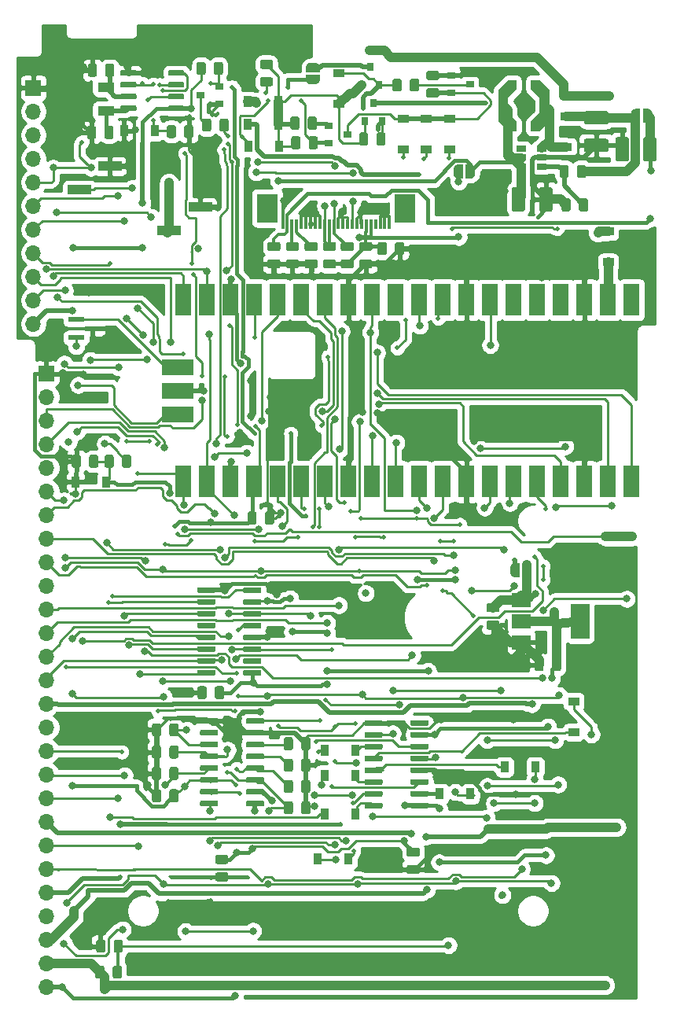
<source format=gbr>
G04 #@! TF.GenerationSoftware,KiCad,Pcbnew,5.1.5+dfsg1-2build2*
G04 #@! TF.CreationDate,2021-12-28T07:58:18+00:00*
G04 #@! TF.ProjectId,psion-org2-main,7073696f-6e2d-46f7-9267-322d6d61696e,rev?*
G04 #@! TF.SameCoordinates,Original*
G04 #@! TF.FileFunction,Copper,L2,Bot*
G04 #@! TF.FilePolarity,Positive*
%FSLAX46Y46*%
G04 Gerber Fmt 4.6, Leading zero omitted, Abs format (unit mm)*
G04 Created by KiCad (PCBNEW 5.1.5+dfsg1-2build2) date 2021-12-28 07:58:18*
%MOMM*%
%LPD*%
G04 APERTURE LIST*
%ADD10C,0.100000*%
%ADD11R,0.900000X1.200000*%
%ADD12R,0.900000X0.800000*%
%ADD13R,1.200000X0.900000*%
%ADD14O,1.700000X1.700000*%
%ADD15R,1.700000X1.700000*%
%ADD16R,1.800000X1.000000*%
%ADD17R,0.800000X0.900000*%
%ADD18R,2.510000X1.000000*%
%ADD19R,2.300000X3.100000*%
%ADD20R,0.300000X1.100000*%
%ADD21R,3.500000X1.700000*%
%ADD22R,1.700000X3.500000*%
%ADD23R,2.000000X1.500000*%
%ADD24R,2.000000X3.800000*%
%ADD25R,1.060000X0.650000*%
%ADD26R,1.750000X0.600000*%
%ADD27C,0.800000*%
%ADD28C,0.500000*%
%ADD29C,0.250000*%
%ADD30C,0.500000*%
%ADD31C,0.300000*%
%ADD32C,1.000000*%
%ADD33C,0.400000*%
%ADD34C,0.254000*%
G04 APERTURE END LIST*
G04 #@! TA.AperFunction,SMDPad,CuDef*
D10*
G36*
X165114703Y-125745722D02*
G01*
X165129264Y-125747882D01*
X165143543Y-125751459D01*
X165157403Y-125756418D01*
X165170710Y-125762712D01*
X165183336Y-125770280D01*
X165195159Y-125779048D01*
X165206066Y-125788934D01*
X165215952Y-125799841D01*
X165224720Y-125811664D01*
X165232288Y-125824290D01*
X165238582Y-125837597D01*
X165243541Y-125851457D01*
X165247118Y-125865736D01*
X165249278Y-125880297D01*
X165250000Y-125895000D01*
X165250000Y-126195000D01*
X165249278Y-126209703D01*
X165247118Y-126224264D01*
X165243541Y-126238543D01*
X165238582Y-126252403D01*
X165232288Y-126265710D01*
X165224720Y-126278336D01*
X165215952Y-126290159D01*
X165206066Y-126301066D01*
X165195159Y-126310952D01*
X165183336Y-126319720D01*
X165170710Y-126327288D01*
X165157403Y-126333582D01*
X165143543Y-126338541D01*
X165129264Y-126342118D01*
X165114703Y-126344278D01*
X165100000Y-126345000D01*
X163450000Y-126345000D01*
X163435297Y-126344278D01*
X163420736Y-126342118D01*
X163406457Y-126338541D01*
X163392597Y-126333582D01*
X163379290Y-126327288D01*
X163366664Y-126319720D01*
X163354841Y-126310952D01*
X163343934Y-126301066D01*
X163334048Y-126290159D01*
X163325280Y-126278336D01*
X163317712Y-126265710D01*
X163311418Y-126252403D01*
X163306459Y-126238543D01*
X163302882Y-126224264D01*
X163300722Y-126209703D01*
X163300000Y-126195000D01*
X163300000Y-125895000D01*
X163300722Y-125880297D01*
X163302882Y-125865736D01*
X163306459Y-125851457D01*
X163311418Y-125837597D01*
X163317712Y-125824290D01*
X163325280Y-125811664D01*
X163334048Y-125799841D01*
X163343934Y-125788934D01*
X163354841Y-125779048D01*
X163366664Y-125770280D01*
X163379290Y-125762712D01*
X163392597Y-125756418D01*
X163406457Y-125751459D01*
X163420736Y-125747882D01*
X163435297Y-125745722D01*
X163450000Y-125745000D01*
X165100000Y-125745000D01*
X165114703Y-125745722D01*
G37*
G04 #@! TD.AperFunction*
G04 #@! TA.AperFunction,SMDPad,CuDef*
G36*
X165114703Y-124475722D02*
G01*
X165129264Y-124477882D01*
X165143543Y-124481459D01*
X165157403Y-124486418D01*
X165170710Y-124492712D01*
X165183336Y-124500280D01*
X165195159Y-124509048D01*
X165206066Y-124518934D01*
X165215952Y-124529841D01*
X165224720Y-124541664D01*
X165232288Y-124554290D01*
X165238582Y-124567597D01*
X165243541Y-124581457D01*
X165247118Y-124595736D01*
X165249278Y-124610297D01*
X165250000Y-124625000D01*
X165250000Y-124925000D01*
X165249278Y-124939703D01*
X165247118Y-124954264D01*
X165243541Y-124968543D01*
X165238582Y-124982403D01*
X165232288Y-124995710D01*
X165224720Y-125008336D01*
X165215952Y-125020159D01*
X165206066Y-125031066D01*
X165195159Y-125040952D01*
X165183336Y-125049720D01*
X165170710Y-125057288D01*
X165157403Y-125063582D01*
X165143543Y-125068541D01*
X165129264Y-125072118D01*
X165114703Y-125074278D01*
X165100000Y-125075000D01*
X163450000Y-125075000D01*
X163435297Y-125074278D01*
X163420736Y-125072118D01*
X163406457Y-125068541D01*
X163392597Y-125063582D01*
X163379290Y-125057288D01*
X163366664Y-125049720D01*
X163354841Y-125040952D01*
X163343934Y-125031066D01*
X163334048Y-125020159D01*
X163325280Y-125008336D01*
X163317712Y-124995710D01*
X163311418Y-124982403D01*
X163306459Y-124968543D01*
X163302882Y-124954264D01*
X163300722Y-124939703D01*
X163300000Y-124925000D01*
X163300000Y-124625000D01*
X163300722Y-124610297D01*
X163302882Y-124595736D01*
X163306459Y-124581457D01*
X163311418Y-124567597D01*
X163317712Y-124554290D01*
X163325280Y-124541664D01*
X163334048Y-124529841D01*
X163343934Y-124518934D01*
X163354841Y-124509048D01*
X163366664Y-124500280D01*
X163379290Y-124492712D01*
X163392597Y-124486418D01*
X163406457Y-124481459D01*
X163420736Y-124477882D01*
X163435297Y-124475722D01*
X163450000Y-124475000D01*
X165100000Y-124475000D01*
X165114703Y-124475722D01*
G37*
G04 #@! TD.AperFunction*
G04 #@! TA.AperFunction,SMDPad,CuDef*
G36*
X165114703Y-123205722D02*
G01*
X165129264Y-123207882D01*
X165143543Y-123211459D01*
X165157403Y-123216418D01*
X165170710Y-123222712D01*
X165183336Y-123230280D01*
X165195159Y-123239048D01*
X165206066Y-123248934D01*
X165215952Y-123259841D01*
X165224720Y-123271664D01*
X165232288Y-123284290D01*
X165238582Y-123297597D01*
X165243541Y-123311457D01*
X165247118Y-123325736D01*
X165249278Y-123340297D01*
X165250000Y-123355000D01*
X165250000Y-123655000D01*
X165249278Y-123669703D01*
X165247118Y-123684264D01*
X165243541Y-123698543D01*
X165238582Y-123712403D01*
X165232288Y-123725710D01*
X165224720Y-123738336D01*
X165215952Y-123750159D01*
X165206066Y-123761066D01*
X165195159Y-123770952D01*
X165183336Y-123779720D01*
X165170710Y-123787288D01*
X165157403Y-123793582D01*
X165143543Y-123798541D01*
X165129264Y-123802118D01*
X165114703Y-123804278D01*
X165100000Y-123805000D01*
X163450000Y-123805000D01*
X163435297Y-123804278D01*
X163420736Y-123802118D01*
X163406457Y-123798541D01*
X163392597Y-123793582D01*
X163379290Y-123787288D01*
X163366664Y-123779720D01*
X163354841Y-123770952D01*
X163343934Y-123761066D01*
X163334048Y-123750159D01*
X163325280Y-123738336D01*
X163317712Y-123725710D01*
X163311418Y-123712403D01*
X163306459Y-123698543D01*
X163302882Y-123684264D01*
X163300722Y-123669703D01*
X163300000Y-123655000D01*
X163300000Y-123355000D01*
X163300722Y-123340297D01*
X163302882Y-123325736D01*
X163306459Y-123311457D01*
X163311418Y-123297597D01*
X163317712Y-123284290D01*
X163325280Y-123271664D01*
X163334048Y-123259841D01*
X163343934Y-123248934D01*
X163354841Y-123239048D01*
X163366664Y-123230280D01*
X163379290Y-123222712D01*
X163392597Y-123216418D01*
X163406457Y-123211459D01*
X163420736Y-123207882D01*
X163435297Y-123205722D01*
X163450000Y-123205000D01*
X165100000Y-123205000D01*
X165114703Y-123205722D01*
G37*
G04 #@! TD.AperFunction*
G04 #@! TA.AperFunction,SMDPad,CuDef*
G36*
X165114703Y-121935722D02*
G01*
X165129264Y-121937882D01*
X165143543Y-121941459D01*
X165157403Y-121946418D01*
X165170710Y-121952712D01*
X165183336Y-121960280D01*
X165195159Y-121969048D01*
X165206066Y-121978934D01*
X165215952Y-121989841D01*
X165224720Y-122001664D01*
X165232288Y-122014290D01*
X165238582Y-122027597D01*
X165243541Y-122041457D01*
X165247118Y-122055736D01*
X165249278Y-122070297D01*
X165250000Y-122085000D01*
X165250000Y-122385000D01*
X165249278Y-122399703D01*
X165247118Y-122414264D01*
X165243541Y-122428543D01*
X165238582Y-122442403D01*
X165232288Y-122455710D01*
X165224720Y-122468336D01*
X165215952Y-122480159D01*
X165206066Y-122491066D01*
X165195159Y-122500952D01*
X165183336Y-122509720D01*
X165170710Y-122517288D01*
X165157403Y-122523582D01*
X165143543Y-122528541D01*
X165129264Y-122532118D01*
X165114703Y-122534278D01*
X165100000Y-122535000D01*
X163450000Y-122535000D01*
X163435297Y-122534278D01*
X163420736Y-122532118D01*
X163406457Y-122528541D01*
X163392597Y-122523582D01*
X163379290Y-122517288D01*
X163366664Y-122509720D01*
X163354841Y-122500952D01*
X163343934Y-122491066D01*
X163334048Y-122480159D01*
X163325280Y-122468336D01*
X163317712Y-122455710D01*
X163311418Y-122442403D01*
X163306459Y-122428543D01*
X163302882Y-122414264D01*
X163300722Y-122399703D01*
X163300000Y-122385000D01*
X163300000Y-122085000D01*
X163300722Y-122070297D01*
X163302882Y-122055736D01*
X163306459Y-122041457D01*
X163311418Y-122027597D01*
X163317712Y-122014290D01*
X163325280Y-122001664D01*
X163334048Y-121989841D01*
X163343934Y-121978934D01*
X163354841Y-121969048D01*
X163366664Y-121960280D01*
X163379290Y-121952712D01*
X163392597Y-121946418D01*
X163406457Y-121941459D01*
X163420736Y-121937882D01*
X163435297Y-121935722D01*
X163450000Y-121935000D01*
X165100000Y-121935000D01*
X165114703Y-121935722D01*
G37*
G04 #@! TD.AperFunction*
G04 #@! TA.AperFunction,SMDPad,CuDef*
G36*
X165114703Y-120665722D02*
G01*
X165129264Y-120667882D01*
X165143543Y-120671459D01*
X165157403Y-120676418D01*
X165170710Y-120682712D01*
X165183336Y-120690280D01*
X165195159Y-120699048D01*
X165206066Y-120708934D01*
X165215952Y-120719841D01*
X165224720Y-120731664D01*
X165232288Y-120744290D01*
X165238582Y-120757597D01*
X165243541Y-120771457D01*
X165247118Y-120785736D01*
X165249278Y-120800297D01*
X165250000Y-120815000D01*
X165250000Y-121115000D01*
X165249278Y-121129703D01*
X165247118Y-121144264D01*
X165243541Y-121158543D01*
X165238582Y-121172403D01*
X165232288Y-121185710D01*
X165224720Y-121198336D01*
X165215952Y-121210159D01*
X165206066Y-121221066D01*
X165195159Y-121230952D01*
X165183336Y-121239720D01*
X165170710Y-121247288D01*
X165157403Y-121253582D01*
X165143543Y-121258541D01*
X165129264Y-121262118D01*
X165114703Y-121264278D01*
X165100000Y-121265000D01*
X163450000Y-121265000D01*
X163435297Y-121264278D01*
X163420736Y-121262118D01*
X163406457Y-121258541D01*
X163392597Y-121253582D01*
X163379290Y-121247288D01*
X163366664Y-121239720D01*
X163354841Y-121230952D01*
X163343934Y-121221066D01*
X163334048Y-121210159D01*
X163325280Y-121198336D01*
X163317712Y-121185710D01*
X163311418Y-121172403D01*
X163306459Y-121158543D01*
X163302882Y-121144264D01*
X163300722Y-121129703D01*
X163300000Y-121115000D01*
X163300000Y-120815000D01*
X163300722Y-120800297D01*
X163302882Y-120785736D01*
X163306459Y-120771457D01*
X163311418Y-120757597D01*
X163317712Y-120744290D01*
X163325280Y-120731664D01*
X163334048Y-120719841D01*
X163343934Y-120708934D01*
X163354841Y-120699048D01*
X163366664Y-120690280D01*
X163379290Y-120682712D01*
X163392597Y-120676418D01*
X163406457Y-120671459D01*
X163420736Y-120667882D01*
X163435297Y-120665722D01*
X163450000Y-120665000D01*
X165100000Y-120665000D01*
X165114703Y-120665722D01*
G37*
G04 #@! TD.AperFunction*
G04 #@! TA.AperFunction,SMDPad,CuDef*
G36*
X165114703Y-119395722D02*
G01*
X165129264Y-119397882D01*
X165143543Y-119401459D01*
X165157403Y-119406418D01*
X165170710Y-119412712D01*
X165183336Y-119420280D01*
X165195159Y-119429048D01*
X165206066Y-119438934D01*
X165215952Y-119449841D01*
X165224720Y-119461664D01*
X165232288Y-119474290D01*
X165238582Y-119487597D01*
X165243541Y-119501457D01*
X165247118Y-119515736D01*
X165249278Y-119530297D01*
X165250000Y-119545000D01*
X165250000Y-119845000D01*
X165249278Y-119859703D01*
X165247118Y-119874264D01*
X165243541Y-119888543D01*
X165238582Y-119902403D01*
X165232288Y-119915710D01*
X165224720Y-119928336D01*
X165215952Y-119940159D01*
X165206066Y-119951066D01*
X165195159Y-119960952D01*
X165183336Y-119969720D01*
X165170710Y-119977288D01*
X165157403Y-119983582D01*
X165143543Y-119988541D01*
X165129264Y-119992118D01*
X165114703Y-119994278D01*
X165100000Y-119995000D01*
X163450000Y-119995000D01*
X163435297Y-119994278D01*
X163420736Y-119992118D01*
X163406457Y-119988541D01*
X163392597Y-119983582D01*
X163379290Y-119977288D01*
X163366664Y-119969720D01*
X163354841Y-119960952D01*
X163343934Y-119951066D01*
X163334048Y-119940159D01*
X163325280Y-119928336D01*
X163317712Y-119915710D01*
X163311418Y-119902403D01*
X163306459Y-119888543D01*
X163302882Y-119874264D01*
X163300722Y-119859703D01*
X163300000Y-119845000D01*
X163300000Y-119545000D01*
X163300722Y-119530297D01*
X163302882Y-119515736D01*
X163306459Y-119501457D01*
X163311418Y-119487597D01*
X163317712Y-119474290D01*
X163325280Y-119461664D01*
X163334048Y-119449841D01*
X163343934Y-119438934D01*
X163354841Y-119429048D01*
X163366664Y-119420280D01*
X163379290Y-119412712D01*
X163392597Y-119406418D01*
X163406457Y-119401459D01*
X163420736Y-119397882D01*
X163435297Y-119395722D01*
X163450000Y-119395000D01*
X165100000Y-119395000D01*
X165114703Y-119395722D01*
G37*
G04 #@! TD.AperFunction*
G04 #@! TA.AperFunction,SMDPad,CuDef*
G36*
X165114703Y-118125722D02*
G01*
X165129264Y-118127882D01*
X165143543Y-118131459D01*
X165157403Y-118136418D01*
X165170710Y-118142712D01*
X165183336Y-118150280D01*
X165195159Y-118159048D01*
X165206066Y-118168934D01*
X165215952Y-118179841D01*
X165224720Y-118191664D01*
X165232288Y-118204290D01*
X165238582Y-118217597D01*
X165243541Y-118231457D01*
X165247118Y-118245736D01*
X165249278Y-118260297D01*
X165250000Y-118275000D01*
X165250000Y-118575000D01*
X165249278Y-118589703D01*
X165247118Y-118604264D01*
X165243541Y-118618543D01*
X165238582Y-118632403D01*
X165232288Y-118645710D01*
X165224720Y-118658336D01*
X165215952Y-118670159D01*
X165206066Y-118681066D01*
X165195159Y-118690952D01*
X165183336Y-118699720D01*
X165170710Y-118707288D01*
X165157403Y-118713582D01*
X165143543Y-118718541D01*
X165129264Y-118722118D01*
X165114703Y-118724278D01*
X165100000Y-118725000D01*
X163450000Y-118725000D01*
X163435297Y-118724278D01*
X163420736Y-118722118D01*
X163406457Y-118718541D01*
X163392597Y-118713582D01*
X163379290Y-118707288D01*
X163366664Y-118699720D01*
X163354841Y-118690952D01*
X163343934Y-118681066D01*
X163334048Y-118670159D01*
X163325280Y-118658336D01*
X163317712Y-118645710D01*
X163311418Y-118632403D01*
X163306459Y-118618543D01*
X163302882Y-118604264D01*
X163300722Y-118589703D01*
X163300000Y-118575000D01*
X163300000Y-118275000D01*
X163300722Y-118260297D01*
X163302882Y-118245736D01*
X163306459Y-118231457D01*
X163311418Y-118217597D01*
X163317712Y-118204290D01*
X163325280Y-118191664D01*
X163334048Y-118179841D01*
X163343934Y-118168934D01*
X163354841Y-118159048D01*
X163366664Y-118150280D01*
X163379290Y-118142712D01*
X163392597Y-118136418D01*
X163406457Y-118131459D01*
X163420736Y-118127882D01*
X163435297Y-118125722D01*
X163450000Y-118125000D01*
X165100000Y-118125000D01*
X165114703Y-118125722D01*
G37*
G04 #@! TD.AperFunction*
G04 #@! TA.AperFunction,SMDPad,CuDef*
G36*
X165114703Y-116855722D02*
G01*
X165129264Y-116857882D01*
X165143543Y-116861459D01*
X165157403Y-116866418D01*
X165170710Y-116872712D01*
X165183336Y-116880280D01*
X165195159Y-116889048D01*
X165206066Y-116898934D01*
X165215952Y-116909841D01*
X165224720Y-116921664D01*
X165232288Y-116934290D01*
X165238582Y-116947597D01*
X165243541Y-116961457D01*
X165247118Y-116975736D01*
X165249278Y-116990297D01*
X165250000Y-117005000D01*
X165250000Y-117305000D01*
X165249278Y-117319703D01*
X165247118Y-117334264D01*
X165243541Y-117348543D01*
X165238582Y-117362403D01*
X165232288Y-117375710D01*
X165224720Y-117388336D01*
X165215952Y-117400159D01*
X165206066Y-117411066D01*
X165195159Y-117420952D01*
X165183336Y-117429720D01*
X165170710Y-117437288D01*
X165157403Y-117443582D01*
X165143543Y-117448541D01*
X165129264Y-117452118D01*
X165114703Y-117454278D01*
X165100000Y-117455000D01*
X163450000Y-117455000D01*
X163435297Y-117454278D01*
X163420736Y-117452118D01*
X163406457Y-117448541D01*
X163392597Y-117443582D01*
X163379290Y-117437288D01*
X163366664Y-117429720D01*
X163354841Y-117420952D01*
X163343934Y-117411066D01*
X163334048Y-117400159D01*
X163325280Y-117388336D01*
X163317712Y-117375710D01*
X163311418Y-117362403D01*
X163306459Y-117348543D01*
X163302882Y-117334264D01*
X163300722Y-117319703D01*
X163300000Y-117305000D01*
X163300000Y-117005000D01*
X163300722Y-116990297D01*
X163302882Y-116975736D01*
X163306459Y-116961457D01*
X163311418Y-116947597D01*
X163317712Y-116934290D01*
X163325280Y-116921664D01*
X163334048Y-116909841D01*
X163343934Y-116898934D01*
X163354841Y-116889048D01*
X163366664Y-116880280D01*
X163379290Y-116872712D01*
X163392597Y-116866418D01*
X163406457Y-116861459D01*
X163420736Y-116857882D01*
X163435297Y-116855722D01*
X163450000Y-116855000D01*
X165100000Y-116855000D01*
X165114703Y-116855722D01*
G37*
G04 #@! TD.AperFunction*
G04 #@! TA.AperFunction,SMDPad,CuDef*
G36*
X160164703Y-116855722D02*
G01*
X160179264Y-116857882D01*
X160193543Y-116861459D01*
X160207403Y-116866418D01*
X160220710Y-116872712D01*
X160233336Y-116880280D01*
X160245159Y-116889048D01*
X160256066Y-116898934D01*
X160265952Y-116909841D01*
X160274720Y-116921664D01*
X160282288Y-116934290D01*
X160288582Y-116947597D01*
X160293541Y-116961457D01*
X160297118Y-116975736D01*
X160299278Y-116990297D01*
X160300000Y-117005000D01*
X160300000Y-117305000D01*
X160299278Y-117319703D01*
X160297118Y-117334264D01*
X160293541Y-117348543D01*
X160288582Y-117362403D01*
X160282288Y-117375710D01*
X160274720Y-117388336D01*
X160265952Y-117400159D01*
X160256066Y-117411066D01*
X160245159Y-117420952D01*
X160233336Y-117429720D01*
X160220710Y-117437288D01*
X160207403Y-117443582D01*
X160193543Y-117448541D01*
X160179264Y-117452118D01*
X160164703Y-117454278D01*
X160150000Y-117455000D01*
X158500000Y-117455000D01*
X158485297Y-117454278D01*
X158470736Y-117452118D01*
X158456457Y-117448541D01*
X158442597Y-117443582D01*
X158429290Y-117437288D01*
X158416664Y-117429720D01*
X158404841Y-117420952D01*
X158393934Y-117411066D01*
X158384048Y-117400159D01*
X158375280Y-117388336D01*
X158367712Y-117375710D01*
X158361418Y-117362403D01*
X158356459Y-117348543D01*
X158352882Y-117334264D01*
X158350722Y-117319703D01*
X158350000Y-117305000D01*
X158350000Y-117005000D01*
X158350722Y-116990297D01*
X158352882Y-116975736D01*
X158356459Y-116961457D01*
X158361418Y-116947597D01*
X158367712Y-116934290D01*
X158375280Y-116921664D01*
X158384048Y-116909841D01*
X158393934Y-116898934D01*
X158404841Y-116889048D01*
X158416664Y-116880280D01*
X158429290Y-116872712D01*
X158442597Y-116866418D01*
X158456457Y-116861459D01*
X158470736Y-116857882D01*
X158485297Y-116855722D01*
X158500000Y-116855000D01*
X160150000Y-116855000D01*
X160164703Y-116855722D01*
G37*
G04 #@! TD.AperFunction*
G04 #@! TA.AperFunction,SMDPad,CuDef*
G36*
X160164703Y-118125722D02*
G01*
X160179264Y-118127882D01*
X160193543Y-118131459D01*
X160207403Y-118136418D01*
X160220710Y-118142712D01*
X160233336Y-118150280D01*
X160245159Y-118159048D01*
X160256066Y-118168934D01*
X160265952Y-118179841D01*
X160274720Y-118191664D01*
X160282288Y-118204290D01*
X160288582Y-118217597D01*
X160293541Y-118231457D01*
X160297118Y-118245736D01*
X160299278Y-118260297D01*
X160300000Y-118275000D01*
X160300000Y-118575000D01*
X160299278Y-118589703D01*
X160297118Y-118604264D01*
X160293541Y-118618543D01*
X160288582Y-118632403D01*
X160282288Y-118645710D01*
X160274720Y-118658336D01*
X160265952Y-118670159D01*
X160256066Y-118681066D01*
X160245159Y-118690952D01*
X160233336Y-118699720D01*
X160220710Y-118707288D01*
X160207403Y-118713582D01*
X160193543Y-118718541D01*
X160179264Y-118722118D01*
X160164703Y-118724278D01*
X160150000Y-118725000D01*
X158500000Y-118725000D01*
X158485297Y-118724278D01*
X158470736Y-118722118D01*
X158456457Y-118718541D01*
X158442597Y-118713582D01*
X158429290Y-118707288D01*
X158416664Y-118699720D01*
X158404841Y-118690952D01*
X158393934Y-118681066D01*
X158384048Y-118670159D01*
X158375280Y-118658336D01*
X158367712Y-118645710D01*
X158361418Y-118632403D01*
X158356459Y-118618543D01*
X158352882Y-118604264D01*
X158350722Y-118589703D01*
X158350000Y-118575000D01*
X158350000Y-118275000D01*
X158350722Y-118260297D01*
X158352882Y-118245736D01*
X158356459Y-118231457D01*
X158361418Y-118217597D01*
X158367712Y-118204290D01*
X158375280Y-118191664D01*
X158384048Y-118179841D01*
X158393934Y-118168934D01*
X158404841Y-118159048D01*
X158416664Y-118150280D01*
X158429290Y-118142712D01*
X158442597Y-118136418D01*
X158456457Y-118131459D01*
X158470736Y-118127882D01*
X158485297Y-118125722D01*
X158500000Y-118125000D01*
X160150000Y-118125000D01*
X160164703Y-118125722D01*
G37*
G04 #@! TD.AperFunction*
G04 #@! TA.AperFunction,SMDPad,CuDef*
G36*
X160164703Y-119395722D02*
G01*
X160179264Y-119397882D01*
X160193543Y-119401459D01*
X160207403Y-119406418D01*
X160220710Y-119412712D01*
X160233336Y-119420280D01*
X160245159Y-119429048D01*
X160256066Y-119438934D01*
X160265952Y-119449841D01*
X160274720Y-119461664D01*
X160282288Y-119474290D01*
X160288582Y-119487597D01*
X160293541Y-119501457D01*
X160297118Y-119515736D01*
X160299278Y-119530297D01*
X160300000Y-119545000D01*
X160300000Y-119845000D01*
X160299278Y-119859703D01*
X160297118Y-119874264D01*
X160293541Y-119888543D01*
X160288582Y-119902403D01*
X160282288Y-119915710D01*
X160274720Y-119928336D01*
X160265952Y-119940159D01*
X160256066Y-119951066D01*
X160245159Y-119960952D01*
X160233336Y-119969720D01*
X160220710Y-119977288D01*
X160207403Y-119983582D01*
X160193543Y-119988541D01*
X160179264Y-119992118D01*
X160164703Y-119994278D01*
X160150000Y-119995000D01*
X158500000Y-119995000D01*
X158485297Y-119994278D01*
X158470736Y-119992118D01*
X158456457Y-119988541D01*
X158442597Y-119983582D01*
X158429290Y-119977288D01*
X158416664Y-119969720D01*
X158404841Y-119960952D01*
X158393934Y-119951066D01*
X158384048Y-119940159D01*
X158375280Y-119928336D01*
X158367712Y-119915710D01*
X158361418Y-119902403D01*
X158356459Y-119888543D01*
X158352882Y-119874264D01*
X158350722Y-119859703D01*
X158350000Y-119845000D01*
X158350000Y-119545000D01*
X158350722Y-119530297D01*
X158352882Y-119515736D01*
X158356459Y-119501457D01*
X158361418Y-119487597D01*
X158367712Y-119474290D01*
X158375280Y-119461664D01*
X158384048Y-119449841D01*
X158393934Y-119438934D01*
X158404841Y-119429048D01*
X158416664Y-119420280D01*
X158429290Y-119412712D01*
X158442597Y-119406418D01*
X158456457Y-119401459D01*
X158470736Y-119397882D01*
X158485297Y-119395722D01*
X158500000Y-119395000D01*
X160150000Y-119395000D01*
X160164703Y-119395722D01*
G37*
G04 #@! TD.AperFunction*
G04 #@! TA.AperFunction,SMDPad,CuDef*
G36*
X160164703Y-120665722D02*
G01*
X160179264Y-120667882D01*
X160193543Y-120671459D01*
X160207403Y-120676418D01*
X160220710Y-120682712D01*
X160233336Y-120690280D01*
X160245159Y-120699048D01*
X160256066Y-120708934D01*
X160265952Y-120719841D01*
X160274720Y-120731664D01*
X160282288Y-120744290D01*
X160288582Y-120757597D01*
X160293541Y-120771457D01*
X160297118Y-120785736D01*
X160299278Y-120800297D01*
X160300000Y-120815000D01*
X160300000Y-121115000D01*
X160299278Y-121129703D01*
X160297118Y-121144264D01*
X160293541Y-121158543D01*
X160288582Y-121172403D01*
X160282288Y-121185710D01*
X160274720Y-121198336D01*
X160265952Y-121210159D01*
X160256066Y-121221066D01*
X160245159Y-121230952D01*
X160233336Y-121239720D01*
X160220710Y-121247288D01*
X160207403Y-121253582D01*
X160193543Y-121258541D01*
X160179264Y-121262118D01*
X160164703Y-121264278D01*
X160150000Y-121265000D01*
X158500000Y-121265000D01*
X158485297Y-121264278D01*
X158470736Y-121262118D01*
X158456457Y-121258541D01*
X158442597Y-121253582D01*
X158429290Y-121247288D01*
X158416664Y-121239720D01*
X158404841Y-121230952D01*
X158393934Y-121221066D01*
X158384048Y-121210159D01*
X158375280Y-121198336D01*
X158367712Y-121185710D01*
X158361418Y-121172403D01*
X158356459Y-121158543D01*
X158352882Y-121144264D01*
X158350722Y-121129703D01*
X158350000Y-121115000D01*
X158350000Y-120815000D01*
X158350722Y-120800297D01*
X158352882Y-120785736D01*
X158356459Y-120771457D01*
X158361418Y-120757597D01*
X158367712Y-120744290D01*
X158375280Y-120731664D01*
X158384048Y-120719841D01*
X158393934Y-120708934D01*
X158404841Y-120699048D01*
X158416664Y-120690280D01*
X158429290Y-120682712D01*
X158442597Y-120676418D01*
X158456457Y-120671459D01*
X158470736Y-120667882D01*
X158485297Y-120665722D01*
X158500000Y-120665000D01*
X160150000Y-120665000D01*
X160164703Y-120665722D01*
G37*
G04 #@! TD.AperFunction*
G04 #@! TA.AperFunction,SMDPad,CuDef*
G36*
X160164703Y-121935722D02*
G01*
X160179264Y-121937882D01*
X160193543Y-121941459D01*
X160207403Y-121946418D01*
X160220710Y-121952712D01*
X160233336Y-121960280D01*
X160245159Y-121969048D01*
X160256066Y-121978934D01*
X160265952Y-121989841D01*
X160274720Y-122001664D01*
X160282288Y-122014290D01*
X160288582Y-122027597D01*
X160293541Y-122041457D01*
X160297118Y-122055736D01*
X160299278Y-122070297D01*
X160300000Y-122085000D01*
X160300000Y-122385000D01*
X160299278Y-122399703D01*
X160297118Y-122414264D01*
X160293541Y-122428543D01*
X160288582Y-122442403D01*
X160282288Y-122455710D01*
X160274720Y-122468336D01*
X160265952Y-122480159D01*
X160256066Y-122491066D01*
X160245159Y-122500952D01*
X160233336Y-122509720D01*
X160220710Y-122517288D01*
X160207403Y-122523582D01*
X160193543Y-122528541D01*
X160179264Y-122532118D01*
X160164703Y-122534278D01*
X160150000Y-122535000D01*
X158500000Y-122535000D01*
X158485297Y-122534278D01*
X158470736Y-122532118D01*
X158456457Y-122528541D01*
X158442597Y-122523582D01*
X158429290Y-122517288D01*
X158416664Y-122509720D01*
X158404841Y-122500952D01*
X158393934Y-122491066D01*
X158384048Y-122480159D01*
X158375280Y-122468336D01*
X158367712Y-122455710D01*
X158361418Y-122442403D01*
X158356459Y-122428543D01*
X158352882Y-122414264D01*
X158350722Y-122399703D01*
X158350000Y-122385000D01*
X158350000Y-122085000D01*
X158350722Y-122070297D01*
X158352882Y-122055736D01*
X158356459Y-122041457D01*
X158361418Y-122027597D01*
X158367712Y-122014290D01*
X158375280Y-122001664D01*
X158384048Y-121989841D01*
X158393934Y-121978934D01*
X158404841Y-121969048D01*
X158416664Y-121960280D01*
X158429290Y-121952712D01*
X158442597Y-121946418D01*
X158456457Y-121941459D01*
X158470736Y-121937882D01*
X158485297Y-121935722D01*
X158500000Y-121935000D01*
X160150000Y-121935000D01*
X160164703Y-121935722D01*
G37*
G04 #@! TD.AperFunction*
G04 #@! TA.AperFunction,SMDPad,CuDef*
G36*
X160164703Y-123205722D02*
G01*
X160179264Y-123207882D01*
X160193543Y-123211459D01*
X160207403Y-123216418D01*
X160220710Y-123222712D01*
X160233336Y-123230280D01*
X160245159Y-123239048D01*
X160256066Y-123248934D01*
X160265952Y-123259841D01*
X160274720Y-123271664D01*
X160282288Y-123284290D01*
X160288582Y-123297597D01*
X160293541Y-123311457D01*
X160297118Y-123325736D01*
X160299278Y-123340297D01*
X160300000Y-123355000D01*
X160300000Y-123655000D01*
X160299278Y-123669703D01*
X160297118Y-123684264D01*
X160293541Y-123698543D01*
X160288582Y-123712403D01*
X160282288Y-123725710D01*
X160274720Y-123738336D01*
X160265952Y-123750159D01*
X160256066Y-123761066D01*
X160245159Y-123770952D01*
X160233336Y-123779720D01*
X160220710Y-123787288D01*
X160207403Y-123793582D01*
X160193543Y-123798541D01*
X160179264Y-123802118D01*
X160164703Y-123804278D01*
X160150000Y-123805000D01*
X158500000Y-123805000D01*
X158485297Y-123804278D01*
X158470736Y-123802118D01*
X158456457Y-123798541D01*
X158442597Y-123793582D01*
X158429290Y-123787288D01*
X158416664Y-123779720D01*
X158404841Y-123770952D01*
X158393934Y-123761066D01*
X158384048Y-123750159D01*
X158375280Y-123738336D01*
X158367712Y-123725710D01*
X158361418Y-123712403D01*
X158356459Y-123698543D01*
X158352882Y-123684264D01*
X158350722Y-123669703D01*
X158350000Y-123655000D01*
X158350000Y-123355000D01*
X158350722Y-123340297D01*
X158352882Y-123325736D01*
X158356459Y-123311457D01*
X158361418Y-123297597D01*
X158367712Y-123284290D01*
X158375280Y-123271664D01*
X158384048Y-123259841D01*
X158393934Y-123248934D01*
X158404841Y-123239048D01*
X158416664Y-123230280D01*
X158429290Y-123222712D01*
X158442597Y-123216418D01*
X158456457Y-123211459D01*
X158470736Y-123207882D01*
X158485297Y-123205722D01*
X158500000Y-123205000D01*
X160150000Y-123205000D01*
X160164703Y-123205722D01*
G37*
G04 #@! TD.AperFunction*
G04 #@! TA.AperFunction,SMDPad,CuDef*
G36*
X160164703Y-124475722D02*
G01*
X160179264Y-124477882D01*
X160193543Y-124481459D01*
X160207403Y-124486418D01*
X160220710Y-124492712D01*
X160233336Y-124500280D01*
X160245159Y-124509048D01*
X160256066Y-124518934D01*
X160265952Y-124529841D01*
X160274720Y-124541664D01*
X160282288Y-124554290D01*
X160288582Y-124567597D01*
X160293541Y-124581457D01*
X160297118Y-124595736D01*
X160299278Y-124610297D01*
X160300000Y-124625000D01*
X160300000Y-124925000D01*
X160299278Y-124939703D01*
X160297118Y-124954264D01*
X160293541Y-124968543D01*
X160288582Y-124982403D01*
X160282288Y-124995710D01*
X160274720Y-125008336D01*
X160265952Y-125020159D01*
X160256066Y-125031066D01*
X160245159Y-125040952D01*
X160233336Y-125049720D01*
X160220710Y-125057288D01*
X160207403Y-125063582D01*
X160193543Y-125068541D01*
X160179264Y-125072118D01*
X160164703Y-125074278D01*
X160150000Y-125075000D01*
X158500000Y-125075000D01*
X158485297Y-125074278D01*
X158470736Y-125072118D01*
X158456457Y-125068541D01*
X158442597Y-125063582D01*
X158429290Y-125057288D01*
X158416664Y-125049720D01*
X158404841Y-125040952D01*
X158393934Y-125031066D01*
X158384048Y-125020159D01*
X158375280Y-125008336D01*
X158367712Y-124995710D01*
X158361418Y-124982403D01*
X158356459Y-124968543D01*
X158352882Y-124954264D01*
X158350722Y-124939703D01*
X158350000Y-124925000D01*
X158350000Y-124625000D01*
X158350722Y-124610297D01*
X158352882Y-124595736D01*
X158356459Y-124581457D01*
X158361418Y-124567597D01*
X158367712Y-124554290D01*
X158375280Y-124541664D01*
X158384048Y-124529841D01*
X158393934Y-124518934D01*
X158404841Y-124509048D01*
X158416664Y-124500280D01*
X158429290Y-124492712D01*
X158442597Y-124486418D01*
X158456457Y-124481459D01*
X158470736Y-124477882D01*
X158485297Y-124475722D01*
X158500000Y-124475000D01*
X160150000Y-124475000D01*
X160164703Y-124475722D01*
G37*
G04 #@! TD.AperFunction*
G04 #@! TA.AperFunction,SMDPad,CuDef*
G36*
X160164703Y-125745722D02*
G01*
X160179264Y-125747882D01*
X160193543Y-125751459D01*
X160207403Y-125756418D01*
X160220710Y-125762712D01*
X160233336Y-125770280D01*
X160245159Y-125779048D01*
X160256066Y-125788934D01*
X160265952Y-125799841D01*
X160274720Y-125811664D01*
X160282288Y-125824290D01*
X160288582Y-125837597D01*
X160293541Y-125851457D01*
X160297118Y-125865736D01*
X160299278Y-125880297D01*
X160300000Y-125895000D01*
X160300000Y-126195000D01*
X160299278Y-126209703D01*
X160297118Y-126224264D01*
X160293541Y-126238543D01*
X160288582Y-126252403D01*
X160282288Y-126265710D01*
X160274720Y-126278336D01*
X160265952Y-126290159D01*
X160256066Y-126301066D01*
X160245159Y-126310952D01*
X160233336Y-126319720D01*
X160220710Y-126327288D01*
X160207403Y-126333582D01*
X160193543Y-126338541D01*
X160179264Y-126342118D01*
X160164703Y-126344278D01*
X160150000Y-126345000D01*
X158500000Y-126345000D01*
X158485297Y-126344278D01*
X158470736Y-126342118D01*
X158456457Y-126338541D01*
X158442597Y-126333582D01*
X158429290Y-126327288D01*
X158416664Y-126319720D01*
X158404841Y-126310952D01*
X158393934Y-126301066D01*
X158384048Y-126290159D01*
X158375280Y-126278336D01*
X158367712Y-126265710D01*
X158361418Y-126252403D01*
X158356459Y-126238543D01*
X158352882Y-126224264D01*
X158350722Y-126209703D01*
X158350000Y-126195000D01*
X158350000Y-125895000D01*
X158350722Y-125880297D01*
X158352882Y-125865736D01*
X158356459Y-125851457D01*
X158361418Y-125837597D01*
X158367712Y-125824290D01*
X158375280Y-125811664D01*
X158384048Y-125799841D01*
X158393934Y-125788934D01*
X158404841Y-125779048D01*
X158416664Y-125770280D01*
X158429290Y-125762712D01*
X158442597Y-125756418D01*
X158456457Y-125751459D01*
X158470736Y-125747882D01*
X158485297Y-125745722D01*
X158500000Y-125745000D01*
X160150000Y-125745000D01*
X160164703Y-125745722D01*
G37*
G04 #@! TD.AperFunction*
D11*
X163850000Y-69400000D03*
X167150000Y-69400000D03*
G04 #@! TA.AperFunction,SMDPad,CuDef*
D10*
G36*
X171105142Y-68301174D02*
G01*
X171128803Y-68304684D01*
X171152007Y-68310496D01*
X171174529Y-68318554D01*
X171196153Y-68328782D01*
X171216670Y-68341079D01*
X171235883Y-68355329D01*
X171253607Y-68371393D01*
X171269671Y-68389117D01*
X171283921Y-68408330D01*
X171296218Y-68428847D01*
X171306446Y-68450471D01*
X171314504Y-68472993D01*
X171320316Y-68496197D01*
X171323826Y-68519858D01*
X171325000Y-68543750D01*
X171325000Y-69456250D01*
X171323826Y-69480142D01*
X171320316Y-69503803D01*
X171314504Y-69527007D01*
X171306446Y-69549529D01*
X171296218Y-69571153D01*
X171283921Y-69591670D01*
X171269671Y-69610883D01*
X171253607Y-69628607D01*
X171235883Y-69644671D01*
X171216670Y-69658921D01*
X171196153Y-69671218D01*
X171174529Y-69681446D01*
X171152007Y-69689504D01*
X171128803Y-69695316D01*
X171105142Y-69698826D01*
X171081250Y-69700000D01*
X170593750Y-69700000D01*
X170569858Y-69698826D01*
X170546197Y-69695316D01*
X170522993Y-69689504D01*
X170500471Y-69681446D01*
X170478847Y-69671218D01*
X170458330Y-69658921D01*
X170439117Y-69644671D01*
X170421393Y-69628607D01*
X170405329Y-69610883D01*
X170391079Y-69591670D01*
X170378782Y-69571153D01*
X170368554Y-69549529D01*
X170360496Y-69527007D01*
X170354684Y-69503803D01*
X170351174Y-69480142D01*
X170350000Y-69456250D01*
X170350000Y-68543750D01*
X170351174Y-68519858D01*
X170354684Y-68496197D01*
X170360496Y-68472993D01*
X170368554Y-68450471D01*
X170378782Y-68428847D01*
X170391079Y-68408330D01*
X170405329Y-68389117D01*
X170421393Y-68371393D01*
X170439117Y-68355329D01*
X170458330Y-68341079D01*
X170478847Y-68328782D01*
X170500471Y-68318554D01*
X170522993Y-68310496D01*
X170546197Y-68304684D01*
X170569858Y-68301174D01*
X170593750Y-68300000D01*
X171081250Y-68300000D01*
X171105142Y-68301174D01*
G37*
G04 #@! TD.AperFunction*
G04 #@! TA.AperFunction,SMDPad,CuDef*
G36*
X169230142Y-68301174D02*
G01*
X169253803Y-68304684D01*
X169277007Y-68310496D01*
X169299529Y-68318554D01*
X169321153Y-68328782D01*
X169341670Y-68341079D01*
X169360883Y-68355329D01*
X169378607Y-68371393D01*
X169394671Y-68389117D01*
X169408921Y-68408330D01*
X169421218Y-68428847D01*
X169431446Y-68450471D01*
X169439504Y-68472993D01*
X169445316Y-68496197D01*
X169448826Y-68519858D01*
X169450000Y-68543750D01*
X169450000Y-69456250D01*
X169448826Y-69480142D01*
X169445316Y-69503803D01*
X169439504Y-69527007D01*
X169431446Y-69549529D01*
X169421218Y-69571153D01*
X169408921Y-69591670D01*
X169394671Y-69610883D01*
X169378607Y-69628607D01*
X169360883Y-69644671D01*
X169341670Y-69658921D01*
X169321153Y-69671218D01*
X169299529Y-69681446D01*
X169277007Y-69689504D01*
X169253803Y-69695316D01*
X169230142Y-69698826D01*
X169206250Y-69700000D01*
X168718750Y-69700000D01*
X168694858Y-69698826D01*
X168671197Y-69695316D01*
X168647993Y-69689504D01*
X168625471Y-69681446D01*
X168603847Y-69671218D01*
X168583330Y-69658921D01*
X168564117Y-69644671D01*
X168546393Y-69628607D01*
X168530329Y-69610883D01*
X168516079Y-69591670D01*
X168503782Y-69571153D01*
X168493554Y-69549529D01*
X168485496Y-69527007D01*
X168479684Y-69503803D01*
X168476174Y-69480142D01*
X168475000Y-69456250D01*
X168475000Y-68543750D01*
X168476174Y-68519858D01*
X168479684Y-68496197D01*
X168485496Y-68472993D01*
X168493554Y-68450471D01*
X168503782Y-68428847D01*
X168516079Y-68408330D01*
X168530329Y-68389117D01*
X168546393Y-68371393D01*
X168564117Y-68355329D01*
X168583330Y-68341079D01*
X168603847Y-68328782D01*
X168625471Y-68318554D01*
X168647993Y-68310496D01*
X168671197Y-68304684D01*
X168694858Y-68301174D01*
X168718750Y-68300000D01*
X169206250Y-68300000D01*
X169230142Y-68301174D01*
G37*
G04 #@! TD.AperFunction*
D12*
X158700000Y-63900000D03*
X160700000Y-64850000D03*
X160700000Y-62950000D03*
G04 #@! TA.AperFunction,SMDPad,CuDef*
D10*
G36*
X160905142Y-60301174D02*
G01*
X160928803Y-60304684D01*
X160952007Y-60310496D01*
X160974529Y-60318554D01*
X160996153Y-60328782D01*
X161016670Y-60341079D01*
X161035883Y-60355329D01*
X161053607Y-60371393D01*
X161069671Y-60389117D01*
X161083921Y-60408330D01*
X161096218Y-60428847D01*
X161106446Y-60450471D01*
X161114504Y-60472993D01*
X161120316Y-60496197D01*
X161123826Y-60519858D01*
X161125000Y-60543750D01*
X161125000Y-61456250D01*
X161123826Y-61480142D01*
X161120316Y-61503803D01*
X161114504Y-61527007D01*
X161106446Y-61549529D01*
X161096218Y-61571153D01*
X161083921Y-61591670D01*
X161069671Y-61610883D01*
X161053607Y-61628607D01*
X161035883Y-61644671D01*
X161016670Y-61658921D01*
X160996153Y-61671218D01*
X160974529Y-61681446D01*
X160952007Y-61689504D01*
X160928803Y-61695316D01*
X160905142Y-61698826D01*
X160881250Y-61700000D01*
X160393750Y-61700000D01*
X160369858Y-61698826D01*
X160346197Y-61695316D01*
X160322993Y-61689504D01*
X160300471Y-61681446D01*
X160278847Y-61671218D01*
X160258330Y-61658921D01*
X160239117Y-61644671D01*
X160221393Y-61628607D01*
X160205329Y-61610883D01*
X160191079Y-61591670D01*
X160178782Y-61571153D01*
X160168554Y-61549529D01*
X160160496Y-61527007D01*
X160154684Y-61503803D01*
X160151174Y-61480142D01*
X160150000Y-61456250D01*
X160150000Y-60543750D01*
X160151174Y-60519858D01*
X160154684Y-60496197D01*
X160160496Y-60472993D01*
X160168554Y-60450471D01*
X160178782Y-60428847D01*
X160191079Y-60408330D01*
X160205329Y-60389117D01*
X160221393Y-60371393D01*
X160239117Y-60355329D01*
X160258330Y-60341079D01*
X160278847Y-60328782D01*
X160300471Y-60318554D01*
X160322993Y-60310496D01*
X160346197Y-60304684D01*
X160369858Y-60301174D01*
X160393750Y-60300000D01*
X160881250Y-60300000D01*
X160905142Y-60301174D01*
G37*
G04 #@! TD.AperFunction*
G04 #@! TA.AperFunction,SMDPad,CuDef*
G36*
X159030142Y-60301174D02*
G01*
X159053803Y-60304684D01*
X159077007Y-60310496D01*
X159099529Y-60318554D01*
X159121153Y-60328782D01*
X159141670Y-60341079D01*
X159160883Y-60355329D01*
X159178607Y-60371393D01*
X159194671Y-60389117D01*
X159208921Y-60408330D01*
X159221218Y-60428847D01*
X159231446Y-60450471D01*
X159239504Y-60472993D01*
X159245316Y-60496197D01*
X159248826Y-60519858D01*
X159250000Y-60543750D01*
X159250000Y-61456250D01*
X159248826Y-61480142D01*
X159245316Y-61503803D01*
X159239504Y-61527007D01*
X159231446Y-61549529D01*
X159221218Y-61571153D01*
X159208921Y-61591670D01*
X159194671Y-61610883D01*
X159178607Y-61628607D01*
X159160883Y-61644671D01*
X159141670Y-61658921D01*
X159121153Y-61671218D01*
X159099529Y-61681446D01*
X159077007Y-61689504D01*
X159053803Y-61695316D01*
X159030142Y-61698826D01*
X159006250Y-61700000D01*
X158518750Y-61700000D01*
X158494858Y-61698826D01*
X158471197Y-61695316D01*
X158447993Y-61689504D01*
X158425471Y-61681446D01*
X158403847Y-61671218D01*
X158383330Y-61658921D01*
X158364117Y-61644671D01*
X158346393Y-61628607D01*
X158330329Y-61610883D01*
X158316079Y-61591670D01*
X158303782Y-61571153D01*
X158293554Y-61549529D01*
X158285496Y-61527007D01*
X158279684Y-61503803D01*
X158276174Y-61480142D01*
X158275000Y-61456250D01*
X158275000Y-60543750D01*
X158276174Y-60519858D01*
X158279684Y-60496197D01*
X158285496Y-60472993D01*
X158293554Y-60450471D01*
X158303782Y-60428847D01*
X158316079Y-60408330D01*
X158330329Y-60389117D01*
X158346393Y-60371393D01*
X158364117Y-60355329D01*
X158383330Y-60341079D01*
X158403847Y-60328782D01*
X158425471Y-60318554D01*
X158447993Y-60310496D01*
X158471197Y-60304684D01*
X158494858Y-60301174D01*
X158518750Y-60300000D01*
X159006250Y-60300000D01*
X159030142Y-60301174D01*
G37*
G04 #@! TD.AperFunction*
G04 #@! TA.AperFunction,SMDPad,CuDef*
G36*
X182005142Y-62101174D02*
G01*
X182028803Y-62104684D01*
X182052007Y-62110496D01*
X182074529Y-62118554D01*
X182096153Y-62128782D01*
X182116670Y-62141079D01*
X182135883Y-62155329D01*
X182153607Y-62171393D01*
X182169671Y-62189117D01*
X182183921Y-62208330D01*
X182196218Y-62228847D01*
X182206446Y-62250471D01*
X182214504Y-62272993D01*
X182220316Y-62296197D01*
X182223826Y-62319858D01*
X182225000Y-62343750D01*
X182225000Y-63256250D01*
X182223826Y-63280142D01*
X182220316Y-63303803D01*
X182214504Y-63327007D01*
X182206446Y-63349529D01*
X182196218Y-63371153D01*
X182183921Y-63391670D01*
X182169671Y-63410883D01*
X182153607Y-63428607D01*
X182135883Y-63444671D01*
X182116670Y-63458921D01*
X182096153Y-63471218D01*
X182074529Y-63481446D01*
X182052007Y-63489504D01*
X182028803Y-63495316D01*
X182005142Y-63498826D01*
X181981250Y-63500000D01*
X181493750Y-63500000D01*
X181469858Y-63498826D01*
X181446197Y-63495316D01*
X181422993Y-63489504D01*
X181400471Y-63481446D01*
X181378847Y-63471218D01*
X181358330Y-63458921D01*
X181339117Y-63444671D01*
X181321393Y-63428607D01*
X181305329Y-63410883D01*
X181291079Y-63391670D01*
X181278782Y-63371153D01*
X181268554Y-63349529D01*
X181260496Y-63327007D01*
X181254684Y-63303803D01*
X181251174Y-63280142D01*
X181250000Y-63256250D01*
X181250000Y-62343750D01*
X181251174Y-62319858D01*
X181254684Y-62296197D01*
X181260496Y-62272993D01*
X181268554Y-62250471D01*
X181278782Y-62228847D01*
X181291079Y-62208330D01*
X181305329Y-62189117D01*
X181321393Y-62171393D01*
X181339117Y-62155329D01*
X181358330Y-62141079D01*
X181378847Y-62128782D01*
X181400471Y-62118554D01*
X181422993Y-62110496D01*
X181446197Y-62104684D01*
X181469858Y-62101174D01*
X181493750Y-62100000D01*
X181981250Y-62100000D01*
X182005142Y-62101174D01*
G37*
G04 #@! TD.AperFunction*
G04 #@! TA.AperFunction,SMDPad,CuDef*
G36*
X180130142Y-62101174D02*
G01*
X180153803Y-62104684D01*
X180177007Y-62110496D01*
X180199529Y-62118554D01*
X180221153Y-62128782D01*
X180241670Y-62141079D01*
X180260883Y-62155329D01*
X180278607Y-62171393D01*
X180294671Y-62189117D01*
X180308921Y-62208330D01*
X180321218Y-62228847D01*
X180331446Y-62250471D01*
X180339504Y-62272993D01*
X180345316Y-62296197D01*
X180348826Y-62319858D01*
X180350000Y-62343750D01*
X180350000Y-63256250D01*
X180348826Y-63280142D01*
X180345316Y-63303803D01*
X180339504Y-63327007D01*
X180331446Y-63349529D01*
X180321218Y-63371153D01*
X180308921Y-63391670D01*
X180294671Y-63410883D01*
X180278607Y-63428607D01*
X180260883Y-63444671D01*
X180241670Y-63458921D01*
X180221153Y-63471218D01*
X180199529Y-63481446D01*
X180177007Y-63489504D01*
X180153803Y-63495316D01*
X180130142Y-63498826D01*
X180106250Y-63500000D01*
X179618750Y-63500000D01*
X179594858Y-63498826D01*
X179571197Y-63495316D01*
X179547993Y-63489504D01*
X179525471Y-63481446D01*
X179503847Y-63471218D01*
X179483330Y-63458921D01*
X179464117Y-63444671D01*
X179446393Y-63428607D01*
X179430329Y-63410883D01*
X179416079Y-63391670D01*
X179403782Y-63371153D01*
X179393554Y-63349529D01*
X179385496Y-63327007D01*
X179379684Y-63303803D01*
X179376174Y-63280142D01*
X179375000Y-63256250D01*
X179375000Y-62343750D01*
X179376174Y-62319858D01*
X179379684Y-62296197D01*
X179385496Y-62272993D01*
X179393554Y-62250471D01*
X179403782Y-62228847D01*
X179416079Y-62208330D01*
X179430329Y-62189117D01*
X179446393Y-62171393D01*
X179464117Y-62155329D01*
X179483330Y-62141079D01*
X179503847Y-62128782D01*
X179525471Y-62118554D01*
X179547993Y-62110496D01*
X179571197Y-62104684D01*
X179594858Y-62101174D01*
X179618750Y-62100000D01*
X180106250Y-62100000D01*
X180130142Y-62101174D01*
G37*
G04 #@! TD.AperFunction*
G04 #@! TA.AperFunction,SMDPad,CuDef*
G36*
X161505142Y-66401174D02*
G01*
X161528803Y-66404684D01*
X161552007Y-66410496D01*
X161574529Y-66418554D01*
X161596153Y-66428782D01*
X161616670Y-66441079D01*
X161635883Y-66455329D01*
X161653607Y-66471393D01*
X161669671Y-66489117D01*
X161683921Y-66508330D01*
X161696218Y-66528847D01*
X161706446Y-66550471D01*
X161714504Y-66572993D01*
X161720316Y-66596197D01*
X161723826Y-66619858D01*
X161725000Y-66643750D01*
X161725000Y-67556250D01*
X161723826Y-67580142D01*
X161720316Y-67603803D01*
X161714504Y-67627007D01*
X161706446Y-67649529D01*
X161696218Y-67671153D01*
X161683921Y-67691670D01*
X161669671Y-67710883D01*
X161653607Y-67728607D01*
X161635883Y-67744671D01*
X161616670Y-67758921D01*
X161596153Y-67771218D01*
X161574529Y-67781446D01*
X161552007Y-67789504D01*
X161528803Y-67795316D01*
X161505142Y-67798826D01*
X161481250Y-67800000D01*
X160993750Y-67800000D01*
X160969858Y-67798826D01*
X160946197Y-67795316D01*
X160922993Y-67789504D01*
X160900471Y-67781446D01*
X160878847Y-67771218D01*
X160858330Y-67758921D01*
X160839117Y-67744671D01*
X160821393Y-67728607D01*
X160805329Y-67710883D01*
X160791079Y-67691670D01*
X160778782Y-67671153D01*
X160768554Y-67649529D01*
X160760496Y-67627007D01*
X160754684Y-67603803D01*
X160751174Y-67580142D01*
X160750000Y-67556250D01*
X160750000Y-66643750D01*
X160751174Y-66619858D01*
X160754684Y-66596197D01*
X160760496Y-66572993D01*
X160768554Y-66550471D01*
X160778782Y-66528847D01*
X160791079Y-66508330D01*
X160805329Y-66489117D01*
X160821393Y-66471393D01*
X160839117Y-66455329D01*
X160858330Y-66441079D01*
X160878847Y-66428782D01*
X160900471Y-66418554D01*
X160922993Y-66410496D01*
X160946197Y-66404684D01*
X160969858Y-66401174D01*
X160993750Y-66400000D01*
X161481250Y-66400000D01*
X161505142Y-66401174D01*
G37*
G04 #@! TD.AperFunction*
G04 #@! TA.AperFunction,SMDPad,CuDef*
G36*
X159630142Y-66401174D02*
G01*
X159653803Y-66404684D01*
X159677007Y-66410496D01*
X159699529Y-66418554D01*
X159721153Y-66428782D01*
X159741670Y-66441079D01*
X159760883Y-66455329D01*
X159778607Y-66471393D01*
X159794671Y-66489117D01*
X159808921Y-66508330D01*
X159821218Y-66528847D01*
X159831446Y-66550471D01*
X159839504Y-66572993D01*
X159845316Y-66596197D01*
X159848826Y-66619858D01*
X159850000Y-66643750D01*
X159850000Y-67556250D01*
X159848826Y-67580142D01*
X159845316Y-67603803D01*
X159839504Y-67627007D01*
X159831446Y-67649529D01*
X159821218Y-67671153D01*
X159808921Y-67691670D01*
X159794671Y-67710883D01*
X159778607Y-67728607D01*
X159760883Y-67744671D01*
X159741670Y-67758921D01*
X159721153Y-67771218D01*
X159699529Y-67781446D01*
X159677007Y-67789504D01*
X159653803Y-67795316D01*
X159630142Y-67798826D01*
X159606250Y-67800000D01*
X159118750Y-67800000D01*
X159094858Y-67798826D01*
X159071197Y-67795316D01*
X159047993Y-67789504D01*
X159025471Y-67781446D01*
X159003847Y-67771218D01*
X158983330Y-67758921D01*
X158964117Y-67744671D01*
X158946393Y-67728607D01*
X158930329Y-67710883D01*
X158916079Y-67691670D01*
X158903782Y-67671153D01*
X158893554Y-67649529D01*
X158885496Y-67627007D01*
X158879684Y-67603803D01*
X158876174Y-67580142D01*
X158875000Y-67556250D01*
X158875000Y-66643750D01*
X158876174Y-66619858D01*
X158879684Y-66596197D01*
X158885496Y-66572993D01*
X158893554Y-66550471D01*
X158903782Y-66528847D01*
X158916079Y-66508330D01*
X158930329Y-66489117D01*
X158946393Y-66471393D01*
X158964117Y-66455329D01*
X158983330Y-66441079D01*
X159003847Y-66428782D01*
X159025471Y-66418554D01*
X159047993Y-66410496D01*
X159071197Y-66404684D01*
X159094858Y-66401174D01*
X159118750Y-66400000D01*
X159606250Y-66400000D01*
X159630142Y-66401174D01*
G37*
G04 #@! TD.AperFunction*
D11*
X175350000Y-134400000D03*
X172050000Y-134400000D03*
D13*
X198900000Y-132450000D03*
X198900000Y-129150000D03*
D11*
X191450000Y-136200000D03*
X194750000Y-136200000D03*
X175350000Y-137100000D03*
X172050000Y-137100000D03*
X174650000Y-146100000D03*
X171350000Y-146100000D03*
X175350000Y-141300000D03*
X172050000Y-141300000D03*
X184450000Y-139100000D03*
X187750000Y-139100000D03*
D13*
X173600000Y-61550000D03*
X173600000Y-64850000D03*
G04 #@! TA.AperFunction,SMDPad,CuDef*
D10*
G36*
X161480142Y-147551174D02*
G01*
X161503803Y-147554684D01*
X161527007Y-147560496D01*
X161549529Y-147568554D01*
X161571153Y-147578782D01*
X161591670Y-147591079D01*
X161610883Y-147605329D01*
X161628607Y-147621393D01*
X161644671Y-147639117D01*
X161658921Y-147658330D01*
X161671218Y-147678847D01*
X161681446Y-147700471D01*
X161689504Y-147722993D01*
X161695316Y-147746197D01*
X161698826Y-147769858D01*
X161700000Y-147793750D01*
X161700000Y-148281250D01*
X161698826Y-148305142D01*
X161695316Y-148328803D01*
X161689504Y-148352007D01*
X161681446Y-148374529D01*
X161671218Y-148396153D01*
X161658921Y-148416670D01*
X161644671Y-148435883D01*
X161628607Y-148453607D01*
X161610883Y-148469671D01*
X161591670Y-148483921D01*
X161571153Y-148496218D01*
X161549529Y-148506446D01*
X161527007Y-148514504D01*
X161503803Y-148520316D01*
X161480142Y-148523826D01*
X161456250Y-148525000D01*
X160543750Y-148525000D01*
X160519858Y-148523826D01*
X160496197Y-148520316D01*
X160472993Y-148514504D01*
X160450471Y-148506446D01*
X160428847Y-148496218D01*
X160408330Y-148483921D01*
X160389117Y-148469671D01*
X160371393Y-148453607D01*
X160355329Y-148435883D01*
X160341079Y-148416670D01*
X160328782Y-148396153D01*
X160318554Y-148374529D01*
X160310496Y-148352007D01*
X160304684Y-148328803D01*
X160301174Y-148305142D01*
X160300000Y-148281250D01*
X160300000Y-147793750D01*
X160301174Y-147769858D01*
X160304684Y-147746197D01*
X160310496Y-147722993D01*
X160318554Y-147700471D01*
X160328782Y-147678847D01*
X160341079Y-147658330D01*
X160355329Y-147639117D01*
X160371393Y-147621393D01*
X160389117Y-147605329D01*
X160408330Y-147591079D01*
X160428847Y-147578782D01*
X160450471Y-147568554D01*
X160472993Y-147560496D01*
X160496197Y-147554684D01*
X160519858Y-147551174D01*
X160543750Y-147550000D01*
X161456250Y-147550000D01*
X161480142Y-147551174D01*
G37*
G04 #@! TD.AperFunction*
G04 #@! TA.AperFunction,SMDPad,CuDef*
G36*
X161480142Y-145676174D02*
G01*
X161503803Y-145679684D01*
X161527007Y-145685496D01*
X161549529Y-145693554D01*
X161571153Y-145703782D01*
X161591670Y-145716079D01*
X161610883Y-145730329D01*
X161628607Y-145746393D01*
X161644671Y-145764117D01*
X161658921Y-145783330D01*
X161671218Y-145803847D01*
X161681446Y-145825471D01*
X161689504Y-145847993D01*
X161695316Y-145871197D01*
X161698826Y-145894858D01*
X161700000Y-145918750D01*
X161700000Y-146406250D01*
X161698826Y-146430142D01*
X161695316Y-146453803D01*
X161689504Y-146477007D01*
X161681446Y-146499529D01*
X161671218Y-146521153D01*
X161658921Y-146541670D01*
X161644671Y-146560883D01*
X161628607Y-146578607D01*
X161610883Y-146594671D01*
X161591670Y-146608921D01*
X161571153Y-146621218D01*
X161549529Y-146631446D01*
X161527007Y-146639504D01*
X161503803Y-146645316D01*
X161480142Y-146648826D01*
X161456250Y-146650000D01*
X160543750Y-146650000D01*
X160519858Y-146648826D01*
X160496197Y-146645316D01*
X160472993Y-146639504D01*
X160450471Y-146631446D01*
X160428847Y-146621218D01*
X160408330Y-146608921D01*
X160389117Y-146594671D01*
X160371393Y-146578607D01*
X160355329Y-146560883D01*
X160341079Y-146541670D01*
X160328782Y-146521153D01*
X160318554Y-146499529D01*
X160310496Y-146477007D01*
X160304684Y-146453803D01*
X160301174Y-146430142D01*
X160300000Y-146406250D01*
X160300000Y-145918750D01*
X160301174Y-145894858D01*
X160304684Y-145871197D01*
X160310496Y-145847993D01*
X160318554Y-145825471D01*
X160328782Y-145803847D01*
X160341079Y-145783330D01*
X160355329Y-145764117D01*
X160371393Y-145746393D01*
X160389117Y-145730329D01*
X160408330Y-145716079D01*
X160428847Y-145703782D01*
X160450471Y-145693554D01*
X160472993Y-145685496D01*
X160496197Y-145679684D01*
X160519858Y-145676174D01*
X160543750Y-145675000D01*
X161456250Y-145675000D01*
X161480142Y-145676174D01*
G37*
G04 #@! TD.AperFunction*
G04 #@! TA.AperFunction,SMDPad,CuDef*
G36*
X159130142Y-127501174D02*
G01*
X159153803Y-127504684D01*
X159177007Y-127510496D01*
X159199529Y-127518554D01*
X159221153Y-127528782D01*
X159241670Y-127541079D01*
X159260883Y-127555329D01*
X159278607Y-127571393D01*
X159294671Y-127589117D01*
X159308921Y-127608330D01*
X159321218Y-127628847D01*
X159331446Y-127650471D01*
X159339504Y-127672993D01*
X159345316Y-127696197D01*
X159348826Y-127719858D01*
X159350000Y-127743750D01*
X159350000Y-128656250D01*
X159348826Y-128680142D01*
X159345316Y-128703803D01*
X159339504Y-128727007D01*
X159331446Y-128749529D01*
X159321218Y-128771153D01*
X159308921Y-128791670D01*
X159294671Y-128810883D01*
X159278607Y-128828607D01*
X159260883Y-128844671D01*
X159241670Y-128858921D01*
X159221153Y-128871218D01*
X159199529Y-128881446D01*
X159177007Y-128889504D01*
X159153803Y-128895316D01*
X159130142Y-128898826D01*
X159106250Y-128900000D01*
X158618750Y-128900000D01*
X158594858Y-128898826D01*
X158571197Y-128895316D01*
X158547993Y-128889504D01*
X158525471Y-128881446D01*
X158503847Y-128871218D01*
X158483330Y-128858921D01*
X158464117Y-128844671D01*
X158446393Y-128828607D01*
X158430329Y-128810883D01*
X158416079Y-128791670D01*
X158403782Y-128771153D01*
X158393554Y-128749529D01*
X158385496Y-128727007D01*
X158379684Y-128703803D01*
X158376174Y-128680142D01*
X158375000Y-128656250D01*
X158375000Y-127743750D01*
X158376174Y-127719858D01*
X158379684Y-127696197D01*
X158385496Y-127672993D01*
X158393554Y-127650471D01*
X158403782Y-127628847D01*
X158416079Y-127608330D01*
X158430329Y-127589117D01*
X158446393Y-127571393D01*
X158464117Y-127555329D01*
X158483330Y-127541079D01*
X158503847Y-127528782D01*
X158525471Y-127518554D01*
X158547993Y-127510496D01*
X158571197Y-127504684D01*
X158594858Y-127501174D01*
X158618750Y-127500000D01*
X159106250Y-127500000D01*
X159130142Y-127501174D01*
G37*
G04 #@! TD.AperFunction*
G04 #@! TA.AperFunction,SMDPad,CuDef*
G36*
X161005142Y-127501174D02*
G01*
X161028803Y-127504684D01*
X161052007Y-127510496D01*
X161074529Y-127518554D01*
X161096153Y-127528782D01*
X161116670Y-127541079D01*
X161135883Y-127555329D01*
X161153607Y-127571393D01*
X161169671Y-127589117D01*
X161183921Y-127608330D01*
X161196218Y-127628847D01*
X161206446Y-127650471D01*
X161214504Y-127672993D01*
X161220316Y-127696197D01*
X161223826Y-127719858D01*
X161225000Y-127743750D01*
X161225000Y-128656250D01*
X161223826Y-128680142D01*
X161220316Y-128703803D01*
X161214504Y-128727007D01*
X161206446Y-128749529D01*
X161196218Y-128771153D01*
X161183921Y-128791670D01*
X161169671Y-128810883D01*
X161153607Y-128828607D01*
X161135883Y-128844671D01*
X161116670Y-128858921D01*
X161096153Y-128871218D01*
X161074529Y-128881446D01*
X161052007Y-128889504D01*
X161028803Y-128895316D01*
X161005142Y-128898826D01*
X160981250Y-128900000D01*
X160493750Y-128900000D01*
X160469858Y-128898826D01*
X160446197Y-128895316D01*
X160422993Y-128889504D01*
X160400471Y-128881446D01*
X160378847Y-128871218D01*
X160358330Y-128858921D01*
X160339117Y-128844671D01*
X160321393Y-128828607D01*
X160305329Y-128810883D01*
X160291079Y-128791670D01*
X160278782Y-128771153D01*
X160268554Y-128749529D01*
X160260496Y-128727007D01*
X160254684Y-128703803D01*
X160251174Y-128680142D01*
X160250000Y-128656250D01*
X160250000Y-127743750D01*
X160251174Y-127719858D01*
X160254684Y-127696197D01*
X160260496Y-127672993D01*
X160268554Y-127650471D01*
X160278782Y-127628847D01*
X160291079Y-127608330D01*
X160305329Y-127589117D01*
X160321393Y-127571393D01*
X160339117Y-127555329D01*
X160358330Y-127541079D01*
X160378847Y-127528782D01*
X160400471Y-127518554D01*
X160422993Y-127510496D01*
X160446197Y-127504684D01*
X160469858Y-127501174D01*
X160493750Y-127500000D01*
X160981250Y-127500000D01*
X161005142Y-127501174D01*
G37*
G04 #@! TD.AperFunction*
G04 #@! TA.AperFunction,SMDPad,CuDef*
G36*
X182080142Y-146751174D02*
G01*
X182103803Y-146754684D01*
X182127007Y-146760496D01*
X182149529Y-146768554D01*
X182171153Y-146778782D01*
X182191670Y-146791079D01*
X182210883Y-146805329D01*
X182228607Y-146821393D01*
X182244671Y-146839117D01*
X182258921Y-146858330D01*
X182271218Y-146878847D01*
X182281446Y-146900471D01*
X182289504Y-146922993D01*
X182295316Y-146946197D01*
X182298826Y-146969858D01*
X182300000Y-146993750D01*
X182300000Y-147481250D01*
X182298826Y-147505142D01*
X182295316Y-147528803D01*
X182289504Y-147552007D01*
X182281446Y-147574529D01*
X182271218Y-147596153D01*
X182258921Y-147616670D01*
X182244671Y-147635883D01*
X182228607Y-147653607D01*
X182210883Y-147669671D01*
X182191670Y-147683921D01*
X182171153Y-147696218D01*
X182149529Y-147706446D01*
X182127007Y-147714504D01*
X182103803Y-147720316D01*
X182080142Y-147723826D01*
X182056250Y-147725000D01*
X181143750Y-147725000D01*
X181119858Y-147723826D01*
X181096197Y-147720316D01*
X181072993Y-147714504D01*
X181050471Y-147706446D01*
X181028847Y-147696218D01*
X181008330Y-147683921D01*
X180989117Y-147669671D01*
X180971393Y-147653607D01*
X180955329Y-147635883D01*
X180941079Y-147616670D01*
X180928782Y-147596153D01*
X180918554Y-147574529D01*
X180910496Y-147552007D01*
X180904684Y-147528803D01*
X180901174Y-147505142D01*
X180900000Y-147481250D01*
X180900000Y-146993750D01*
X180901174Y-146969858D01*
X180904684Y-146946197D01*
X180910496Y-146922993D01*
X180918554Y-146900471D01*
X180928782Y-146878847D01*
X180941079Y-146858330D01*
X180955329Y-146839117D01*
X180971393Y-146821393D01*
X180989117Y-146805329D01*
X181008330Y-146791079D01*
X181028847Y-146778782D01*
X181050471Y-146768554D01*
X181072993Y-146760496D01*
X181096197Y-146754684D01*
X181119858Y-146751174D01*
X181143750Y-146750000D01*
X182056250Y-146750000D01*
X182080142Y-146751174D01*
G37*
G04 #@! TD.AperFunction*
G04 #@! TA.AperFunction,SMDPad,CuDef*
G36*
X182080142Y-144876174D02*
G01*
X182103803Y-144879684D01*
X182127007Y-144885496D01*
X182149529Y-144893554D01*
X182171153Y-144903782D01*
X182191670Y-144916079D01*
X182210883Y-144930329D01*
X182228607Y-144946393D01*
X182244671Y-144964117D01*
X182258921Y-144983330D01*
X182271218Y-145003847D01*
X182281446Y-145025471D01*
X182289504Y-145047993D01*
X182295316Y-145071197D01*
X182298826Y-145094858D01*
X182300000Y-145118750D01*
X182300000Y-145606250D01*
X182298826Y-145630142D01*
X182295316Y-145653803D01*
X182289504Y-145677007D01*
X182281446Y-145699529D01*
X182271218Y-145721153D01*
X182258921Y-145741670D01*
X182244671Y-145760883D01*
X182228607Y-145778607D01*
X182210883Y-145794671D01*
X182191670Y-145808921D01*
X182171153Y-145821218D01*
X182149529Y-145831446D01*
X182127007Y-145839504D01*
X182103803Y-145845316D01*
X182080142Y-145848826D01*
X182056250Y-145850000D01*
X181143750Y-145850000D01*
X181119858Y-145848826D01*
X181096197Y-145845316D01*
X181072993Y-145839504D01*
X181050471Y-145831446D01*
X181028847Y-145821218D01*
X181008330Y-145808921D01*
X180989117Y-145794671D01*
X180971393Y-145778607D01*
X180955329Y-145760883D01*
X180941079Y-145741670D01*
X180928782Y-145721153D01*
X180918554Y-145699529D01*
X180910496Y-145677007D01*
X180904684Y-145653803D01*
X180901174Y-145630142D01*
X180900000Y-145606250D01*
X180900000Y-145118750D01*
X180901174Y-145094858D01*
X180904684Y-145071197D01*
X180910496Y-145047993D01*
X180918554Y-145025471D01*
X180928782Y-145003847D01*
X180941079Y-144983330D01*
X180955329Y-144964117D01*
X180971393Y-144946393D01*
X180989117Y-144930329D01*
X181008330Y-144916079D01*
X181028847Y-144903782D01*
X181050471Y-144893554D01*
X181072993Y-144885496D01*
X181096197Y-144879684D01*
X181119858Y-144876174D01*
X181143750Y-144875000D01*
X182056250Y-144875000D01*
X182080142Y-144876174D01*
G37*
G04 #@! TD.AperFunction*
D14*
X142100000Y-159900000D03*
X142100000Y-157360000D03*
X142100000Y-154820000D03*
X142100000Y-152280000D03*
X142100000Y-149740000D03*
X142100000Y-147200000D03*
X142100000Y-144660000D03*
X142100000Y-142120000D03*
X142100000Y-139580000D03*
X142100000Y-137040000D03*
X142100000Y-134500000D03*
X142100000Y-131960000D03*
X142100000Y-129420000D03*
X142100000Y-126880000D03*
X142100000Y-124340000D03*
X142100000Y-121800000D03*
X142100000Y-119260000D03*
X142100000Y-116720000D03*
X142100000Y-114180000D03*
X142100000Y-111640000D03*
X142100000Y-109100000D03*
X142100000Y-106560000D03*
X142100000Y-104020000D03*
X142100000Y-101480000D03*
X142100000Y-98940000D03*
X142100000Y-96400000D03*
D15*
X142100000Y-93860000D03*
D11*
X163750000Y-67000000D03*
X167050000Y-67000000D03*
X163750000Y-64600000D03*
X167050000Y-64600000D03*
D14*
X140700000Y-88500000D03*
X140700000Y-85960000D03*
X140700000Y-83420000D03*
X140700000Y-80880000D03*
X140700000Y-78340000D03*
X140700000Y-75800000D03*
X140700000Y-73260000D03*
X140700000Y-70720000D03*
X140700000Y-68180000D03*
X140700000Y-65640000D03*
D15*
X140700000Y-63100000D03*
D16*
X148500000Y-63050000D03*
X148500000Y-65550000D03*
G04 #@! TA.AperFunction,SMDPad,CuDef*
D10*
G36*
X156814703Y-65005722D02*
G01*
X156829264Y-65007882D01*
X156843543Y-65011459D01*
X156857403Y-65016418D01*
X156870710Y-65022712D01*
X156883336Y-65030280D01*
X156895159Y-65039048D01*
X156906066Y-65048934D01*
X156915952Y-65059841D01*
X156924720Y-65071664D01*
X156932288Y-65084290D01*
X156938582Y-65097597D01*
X156943541Y-65111457D01*
X156947118Y-65125736D01*
X156949278Y-65140297D01*
X156950000Y-65155000D01*
X156950000Y-65455000D01*
X156949278Y-65469703D01*
X156947118Y-65484264D01*
X156943541Y-65498543D01*
X156938582Y-65512403D01*
X156932288Y-65525710D01*
X156924720Y-65538336D01*
X156915952Y-65550159D01*
X156906066Y-65561066D01*
X156895159Y-65570952D01*
X156883336Y-65579720D01*
X156870710Y-65587288D01*
X156857403Y-65593582D01*
X156843543Y-65598541D01*
X156829264Y-65602118D01*
X156814703Y-65604278D01*
X156800000Y-65605000D01*
X155350000Y-65605000D01*
X155335297Y-65604278D01*
X155320736Y-65602118D01*
X155306457Y-65598541D01*
X155292597Y-65593582D01*
X155279290Y-65587288D01*
X155266664Y-65579720D01*
X155254841Y-65570952D01*
X155243934Y-65561066D01*
X155234048Y-65550159D01*
X155225280Y-65538336D01*
X155217712Y-65525710D01*
X155211418Y-65512403D01*
X155206459Y-65498543D01*
X155202882Y-65484264D01*
X155200722Y-65469703D01*
X155200000Y-65455000D01*
X155200000Y-65155000D01*
X155200722Y-65140297D01*
X155202882Y-65125736D01*
X155206459Y-65111457D01*
X155211418Y-65097597D01*
X155217712Y-65084290D01*
X155225280Y-65071664D01*
X155234048Y-65059841D01*
X155243934Y-65048934D01*
X155254841Y-65039048D01*
X155266664Y-65030280D01*
X155279290Y-65022712D01*
X155292597Y-65016418D01*
X155306457Y-65011459D01*
X155320736Y-65007882D01*
X155335297Y-65005722D01*
X155350000Y-65005000D01*
X156800000Y-65005000D01*
X156814703Y-65005722D01*
G37*
G04 #@! TD.AperFunction*
G04 #@! TA.AperFunction,SMDPad,CuDef*
G36*
X156814703Y-63735722D02*
G01*
X156829264Y-63737882D01*
X156843543Y-63741459D01*
X156857403Y-63746418D01*
X156870710Y-63752712D01*
X156883336Y-63760280D01*
X156895159Y-63769048D01*
X156906066Y-63778934D01*
X156915952Y-63789841D01*
X156924720Y-63801664D01*
X156932288Y-63814290D01*
X156938582Y-63827597D01*
X156943541Y-63841457D01*
X156947118Y-63855736D01*
X156949278Y-63870297D01*
X156950000Y-63885000D01*
X156950000Y-64185000D01*
X156949278Y-64199703D01*
X156947118Y-64214264D01*
X156943541Y-64228543D01*
X156938582Y-64242403D01*
X156932288Y-64255710D01*
X156924720Y-64268336D01*
X156915952Y-64280159D01*
X156906066Y-64291066D01*
X156895159Y-64300952D01*
X156883336Y-64309720D01*
X156870710Y-64317288D01*
X156857403Y-64323582D01*
X156843543Y-64328541D01*
X156829264Y-64332118D01*
X156814703Y-64334278D01*
X156800000Y-64335000D01*
X155350000Y-64335000D01*
X155335297Y-64334278D01*
X155320736Y-64332118D01*
X155306457Y-64328541D01*
X155292597Y-64323582D01*
X155279290Y-64317288D01*
X155266664Y-64309720D01*
X155254841Y-64300952D01*
X155243934Y-64291066D01*
X155234048Y-64280159D01*
X155225280Y-64268336D01*
X155217712Y-64255710D01*
X155211418Y-64242403D01*
X155206459Y-64228543D01*
X155202882Y-64214264D01*
X155200722Y-64199703D01*
X155200000Y-64185000D01*
X155200000Y-63885000D01*
X155200722Y-63870297D01*
X155202882Y-63855736D01*
X155206459Y-63841457D01*
X155211418Y-63827597D01*
X155217712Y-63814290D01*
X155225280Y-63801664D01*
X155234048Y-63789841D01*
X155243934Y-63778934D01*
X155254841Y-63769048D01*
X155266664Y-63760280D01*
X155279290Y-63752712D01*
X155292597Y-63746418D01*
X155306457Y-63741459D01*
X155320736Y-63737882D01*
X155335297Y-63735722D01*
X155350000Y-63735000D01*
X156800000Y-63735000D01*
X156814703Y-63735722D01*
G37*
G04 #@! TD.AperFunction*
G04 #@! TA.AperFunction,SMDPad,CuDef*
G36*
X156814703Y-62465722D02*
G01*
X156829264Y-62467882D01*
X156843543Y-62471459D01*
X156857403Y-62476418D01*
X156870710Y-62482712D01*
X156883336Y-62490280D01*
X156895159Y-62499048D01*
X156906066Y-62508934D01*
X156915952Y-62519841D01*
X156924720Y-62531664D01*
X156932288Y-62544290D01*
X156938582Y-62557597D01*
X156943541Y-62571457D01*
X156947118Y-62585736D01*
X156949278Y-62600297D01*
X156950000Y-62615000D01*
X156950000Y-62915000D01*
X156949278Y-62929703D01*
X156947118Y-62944264D01*
X156943541Y-62958543D01*
X156938582Y-62972403D01*
X156932288Y-62985710D01*
X156924720Y-62998336D01*
X156915952Y-63010159D01*
X156906066Y-63021066D01*
X156895159Y-63030952D01*
X156883336Y-63039720D01*
X156870710Y-63047288D01*
X156857403Y-63053582D01*
X156843543Y-63058541D01*
X156829264Y-63062118D01*
X156814703Y-63064278D01*
X156800000Y-63065000D01*
X155350000Y-63065000D01*
X155335297Y-63064278D01*
X155320736Y-63062118D01*
X155306457Y-63058541D01*
X155292597Y-63053582D01*
X155279290Y-63047288D01*
X155266664Y-63039720D01*
X155254841Y-63030952D01*
X155243934Y-63021066D01*
X155234048Y-63010159D01*
X155225280Y-62998336D01*
X155217712Y-62985710D01*
X155211418Y-62972403D01*
X155206459Y-62958543D01*
X155202882Y-62944264D01*
X155200722Y-62929703D01*
X155200000Y-62915000D01*
X155200000Y-62615000D01*
X155200722Y-62600297D01*
X155202882Y-62585736D01*
X155206459Y-62571457D01*
X155211418Y-62557597D01*
X155217712Y-62544290D01*
X155225280Y-62531664D01*
X155234048Y-62519841D01*
X155243934Y-62508934D01*
X155254841Y-62499048D01*
X155266664Y-62490280D01*
X155279290Y-62482712D01*
X155292597Y-62476418D01*
X155306457Y-62471459D01*
X155320736Y-62467882D01*
X155335297Y-62465722D01*
X155350000Y-62465000D01*
X156800000Y-62465000D01*
X156814703Y-62465722D01*
G37*
G04 #@! TD.AperFunction*
G04 #@! TA.AperFunction,SMDPad,CuDef*
G36*
X156814703Y-61195722D02*
G01*
X156829264Y-61197882D01*
X156843543Y-61201459D01*
X156857403Y-61206418D01*
X156870710Y-61212712D01*
X156883336Y-61220280D01*
X156895159Y-61229048D01*
X156906066Y-61238934D01*
X156915952Y-61249841D01*
X156924720Y-61261664D01*
X156932288Y-61274290D01*
X156938582Y-61287597D01*
X156943541Y-61301457D01*
X156947118Y-61315736D01*
X156949278Y-61330297D01*
X156950000Y-61345000D01*
X156950000Y-61645000D01*
X156949278Y-61659703D01*
X156947118Y-61674264D01*
X156943541Y-61688543D01*
X156938582Y-61702403D01*
X156932288Y-61715710D01*
X156924720Y-61728336D01*
X156915952Y-61740159D01*
X156906066Y-61751066D01*
X156895159Y-61760952D01*
X156883336Y-61769720D01*
X156870710Y-61777288D01*
X156857403Y-61783582D01*
X156843543Y-61788541D01*
X156829264Y-61792118D01*
X156814703Y-61794278D01*
X156800000Y-61795000D01*
X155350000Y-61795000D01*
X155335297Y-61794278D01*
X155320736Y-61792118D01*
X155306457Y-61788541D01*
X155292597Y-61783582D01*
X155279290Y-61777288D01*
X155266664Y-61769720D01*
X155254841Y-61760952D01*
X155243934Y-61751066D01*
X155234048Y-61740159D01*
X155225280Y-61728336D01*
X155217712Y-61715710D01*
X155211418Y-61702403D01*
X155206459Y-61688543D01*
X155202882Y-61674264D01*
X155200722Y-61659703D01*
X155200000Y-61645000D01*
X155200000Y-61345000D01*
X155200722Y-61330297D01*
X155202882Y-61315736D01*
X155206459Y-61301457D01*
X155211418Y-61287597D01*
X155217712Y-61274290D01*
X155225280Y-61261664D01*
X155234048Y-61249841D01*
X155243934Y-61238934D01*
X155254841Y-61229048D01*
X155266664Y-61220280D01*
X155279290Y-61212712D01*
X155292597Y-61206418D01*
X155306457Y-61201459D01*
X155320736Y-61197882D01*
X155335297Y-61195722D01*
X155350000Y-61195000D01*
X156800000Y-61195000D01*
X156814703Y-61195722D01*
G37*
G04 #@! TD.AperFunction*
G04 #@! TA.AperFunction,SMDPad,CuDef*
G36*
X151664703Y-61195722D02*
G01*
X151679264Y-61197882D01*
X151693543Y-61201459D01*
X151707403Y-61206418D01*
X151720710Y-61212712D01*
X151733336Y-61220280D01*
X151745159Y-61229048D01*
X151756066Y-61238934D01*
X151765952Y-61249841D01*
X151774720Y-61261664D01*
X151782288Y-61274290D01*
X151788582Y-61287597D01*
X151793541Y-61301457D01*
X151797118Y-61315736D01*
X151799278Y-61330297D01*
X151800000Y-61345000D01*
X151800000Y-61645000D01*
X151799278Y-61659703D01*
X151797118Y-61674264D01*
X151793541Y-61688543D01*
X151788582Y-61702403D01*
X151782288Y-61715710D01*
X151774720Y-61728336D01*
X151765952Y-61740159D01*
X151756066Y-61751066D01*
X151745159Y-61760952D01*
X151733336Y-61769720D01*
X151720710Y-61777288D01*
X151707403Y-61783582D01*
X151693543Y-61788541D01*
X151679264Y-61792118D01*
X151664703Y-61794278D01*
X151650000Y-61795000D01*
X150200000Y-61795000D01*
X150185297Y-61794278D01*
X150170736Y-61792118D01*
X150156457Y-61788541D01*
X150142597Y-61783582D01*
X150129290Y-61777288D01*
X150116664Y-61769720D01*
X150104841Y-61760952D01*
X150093934Y-61751066D01*
X150084048Y-61740159D01*
X150075280Y-61728336D01*
X150067712Y-61715710D01*
X150061418Y-61702403D01*
X150056459Y-61688543D01*
X150052882Y-61674264D01*
X150050722Y-61659703D01*
X150050000Y-61645000D01*
X150050000Y-61345000D01*
X150050722Y-61330297D01*
X150052882Y-61315736D01*
X150056459Y-61301457D01*
X150061418Y-61287597D01*
X150067712Y-61274290D01*
X150075280Y-61261664D01*
X150084048Y-61249841D01*
X150093934Y-61238934D01*
X150104841Y-61229048D01*
X150116664Y-61220280D01*
X150129290Y-61212712D01*
X150142597Y-61206418D01*
X150156457Y-61201459D01*
X150170736Y-61197882D01*
X150185297Y-61195722D01*
X150200000Y-61195000D01*
X151650000Y-61195000D01*
X151664703Y-61195722D01*
G37*
G04 #@! TD.AperFunction*
G04 #@! TA.AperFunction,SMDPad,CuDef*
G36*
X151664703Y-62465722D02*
G01*
X151679264Y-62467882D01*
X151693543Y-62471459D01*
X151707403Y-62476418D01*
X151720710Y-62482712D01*
X151733336Y-62490280D01*
X151745159Y-62499048D01*
X151756066Y-62508934D01*
X151765952Y-62519841D01*
X151774720Y-62531664D01*
X151782288Y-62544290D01*
X151788582Y-62557597D01*
X151793541Y-62571457D01*
X151797118Y-62585736D01*
X151799278Y-62600297D01*
X151800000Y-62615000D01*
X151800000Y-62915000D01*
X151799278Y-62929703D01*
X151797118Y-62944264D01*
X151793541Y-62958543D01*
X151788582Y-62972403D01*
X151782288Y-62985710D01*
X151774720Y-62998336D01*
X151765952Y-63010159D01*
X151756066Y-63021066D01*
X151745159Y-63030952D01*
X151733336Y-63039720D01*
X151720710Y-63047288D01*
X151707403Y-63053582D01*
X151693543Y-63058541D01*
X151679264Y-63062118D01*
X151664703Y-63064278D01*
X151650000Y-63065000D01*
X150200000Y-63065000D01*
X150185297Y-63064278D01*
X150170736Y-63062118D01*
X150156457Y-63058541D01*
X150142597Y-63053582D01*
X150129290Y-63047288D01*
X150116664Y-63039720D01*
X150104841Y-63030952D01*
X150093934Y-63021066D01*
X150084048Y-63010159D01*
X150075280Y-62998336D01*
X150067712Y-62985710D01*
X150061418Y-62972403D01*
X150056459Y-62958543D01*
X150052882Y-62944264D01*
X150050722Y-62929703D01*
X150050000Y-62915000D01*
X150050000Y-62615000D01*
X150050722Y-62600297D01*
X150052882Y-62585736D01*
X150056459Y-62571457D01*
X150061418Y-62557597D01*
X150067712Y-62544290D01*
X150075280Y-62531664D01*
X150084048Y-62519841D01*
X150093934Y-62508934D01*
X150104841Y-62499048D01*
X150116664Y-62490280D01*
X150129290Y-62482712D01*
X150142597Y-62476418D01*
X150156457Y-62471459D01*
X150170736Y-62467882D01*
X150185297Y-62465722D01*
X150200000Y-62465000D01*
X151650000Y-62465000D01*
X151664703Y-62465722D01*
G37*
G04 #@! TD.AperFunction*
G04 #@! TA.AperFunction,SMDPad,CuDef*
G36*
X151664703Y-63735722D02*
G01*
X151679264Y-63737882D01*
X151693543Y-63741459D01*
X151707403Y-63746418D01*
X151720710Y-63752712D01*
X151733336Y-63760280D01*
X151745159Y-63769048D01*
X151756066Y-63778934D01*
X151765952Y-63789841D01*
X151774720Y-63801664D01*
X151782288Y-63814290D01*
X151788582Y-63827597D01*
X151793541Y-63841457D01*
X151797118Y-63855736D01*
X151799278Y-63870297D01*
X151800000Y-63885000D01*
X151800000Y-64185000D01*
X151799278Y-64199703D01*
X151797118Y-64214264D01*
X151793541Y-64228543D01*
X151788582Y-64242403D01*
X151782288Y-64255710D01*
X151774720Y-64268336D01*
X151765952Y-64280159D01*
X151756066Y-64291066D01*
X151745159Y-64300952D01*
X151733336Y-64309720D01*
X151720710Y-64317288D01*
X151707403Y-64323582D01*
X151693543Y-64328541D01*
X151679264Y-64332118D01*
X151664703Y-64334278D01*
X151650000Y-64335000D01*
X150200000Y-64335000D01*
X150185297Y-64334278D01*
X150170736Y-64332118D01*
X150156457Y-64328541D01*
X150142597Y-64323582D01*
X150129290Y-64317288D01*
X150116664Y-64309720D01*
X150104841Y-64300952D01*
X150093934Y-64291066D01*
X150084048Y-64280159D01*
X150075280Y-64268336D01*
X150067712Y-64255710D01*
X150061418Y-64242403D01*
X150056459Y-64228543D01*
X150052882Y-64214264D01*
X150050722Y-64199703D01*
X150050000Y-64185000D01*
X150050000Y-63885000D01*
X150050722Y-63870297D01*
X150052882Y-63855736D01*
X150056459Y-63841457D01*
X150061418Y-63827597D01*
X150067712Y-63814290D01*
X150075280Y-63801664D01*
X150084048Y-63789841D01*
X150093934Y-63778934D01*
X150104841Y-63769048D01*
X150116664Y-63760280D01*
X150129290Y-63752712D01*
X150142597Y-63746418D01*
X150156457Y-63741459D01*
X150170736Y-63737882D01*
X150185297Y-63735722D01*
X150200000Y-63735000D01*
X151650000Y-63735000D01*
X151664703Y-63735722D01*
G37*
G04 #@! TD.AperFunction*
G04 #@! TA.AperFunction,SMDPad,CuDef*
G36*
X151664703Y-65005722D02*
G01*
X151679264Y-65007882D01*
X151693543Y-65011459D01*
X151707403Y-65016418D01*
X151720710Y-65022712D01*
X151733336Y-65030280D01*
X151745159Y-65039048D01*
X151756066Y-65048934D01*
X151765952Y-65059841D01*
X151774720Y-65071664D01*
X151782288Y-65084290D01*
X151788582Y-65097597D01*
X151793541Y-65111457D01*
X151797118Y-65125736D01*
X151799278Y-65140297D01*
X151800000Y-65155000D01*
X151800000Y-65455000D01*
X151799278Y-65469703D01*
X151797118Y-65484264D01*
X151793541Y-65498543D01*
X151788582Y-65512403D01*
X151782288Y-65525710D01*
X151774720Y-65538336D01*
X151765952Y-65550159D01*
X151756066Y-65561066D01*
X151745159Y-65570952D01*
X151733336Y-65579720D01*
X151720710Y-65587288D01*
X151707403Y-65593582D01*
X151693543Y-65598541D01*
X151679264Y-65602118D01*
X151664703Y-65604278D01*
X151650000Y-65605000D01*
X150200000Y-65605000D01*
X150185297Y-65604278D01*
X150170736Y-65602118D01*
X150156457Y-65598541D01*
X150142597Y-65593582D01*
X150129290Y-65587288D01*
X150116664Y-65579720D01*
X150104841Y-65570952D01*
X150093934Y-65561066D01*
X150084048Y-65550159D01*
X150075280Y-65538336D01*
X150067712Y-65525710D01*
X150061418Y-65512403D01*
X150056459Y-65498543D01*
X150052882Y-65484264D01*
X150050722Y-65469703D01*
X150050000Y-65455000D01*
X150050000Y-65155000D01*
X150050722Y-65140297D01*
X150052882Y-65125736D01*
X150056459Y-65111457D01*
X150061418Y-65097597D01*
X150067712Y-65084290D01*
X150075280Y-65071664D01*
X150084048Y-65059841D01*
X150093934Y-65048934D01*
X150104841Y-65039048D01*
X150116664Y-65030280D01*
X150129290Y-65022712D01*
X150142597Y-65016418D01*
X150156457Y-65011459D01*
X150170736Y-65007882D01*
X150185297Y-65005722D01*
X150200000Y-65005000D01*
X151650000Y-65005000D01*
X151664703Y-65005722D01*
G37*
G04 #@! TD.AperFunction*
G04 #@! TA.AperFunction,SMDPad,CuDef*
G36*
X157705142Y-67101174D02*
G01*
X157728803Y-67104684D01*
X157752007Y-67110496D01*
X157774529Y-67118554D01*
X157796153Y-67128782D01*
X157816670Y-67141079D01*
X157835883Y-67155329D01*
X157853607Y-67171393D01*
X157869671Y-67189117D01*
X157883921Y-67208330D01*
X157896218Y-67228847D01*
X157906446Y-67250471D01*
X157914504Y-67272993D01*
X157920316Y-67296197D01*
X157923826Y-67319858D01*
X157925000Y-67343750D01*
X157925000Y-68256250D01*
X157923826Y-68280142D01*
X157920316Y-68303803D01*
X157914504Y-68327007D01*
X157906446Y-68349529D01*
X157896218Y-68371153D01*
X157883921Y-68391670D01*
X157869671Y-68410883D01*
X157853607Y-68428607D01*
X157835883Y-68444671D01*
X157816670Y-68458921D01*
X157796153Y-68471218D01*
X157774529Y-68481446D01*
X157752007Y-68489504D01*
X157728803Y-68495316D01*
X157705142Y-68498826D01*
X157681250Y-68500000D01*
X157193750Y-68500000D01*
X157169858Y-68498826D01*
X157146197Y-68495316D01*
X157122993Y-68489504D01*
X157100471Y-68481446D01*
X157078847Y-68471218D01*
X157058330Y-68458921D01*
X157039117Y-68444671D01*
X157021393Y-68428607D01*
X157005329Y-68410883D01*
X156991079Y-68391670D01*
X156978782Y-68371153D01*
X156968554Y-68349529D01*
X156960496Y-68327007D01*
X156954684Y-68303803D01*
X156951174Y-68280142D01*
X156950000Y-68256250D01*
X156950000Y-67343750D01*
X156951174Y-67319858D01*
X156954684Y-67296197D01*
X156960496Y-67272993D01*
X156968554Y-67250471D01*
X156978782Y-67228847D01*
X156991079Y-67208330D01*
X157005329Y-67189117D01*
X157021393Y-67171393D01*
X157039117Y-67155329D01*
X157058330Y-67141079D01*
X157078847Y-67128782D01*
X157100471Y-67118554D01*
X157122993Y-67110496D01*
X157146197Y-67104684D01*
X157169858Y-67101174D01*
X157193750Y-67100000D01*
X157681250Y-67100000D01*
X157705142Y-67101174D01*
G37*
G04 #@! TD.AperFunction*
G04 #@! TA.AperFunction,SMDPad,CuDef*
G36*
X155830142Y-67101174D02*
G01*
X155853803Y-67104684D01*
X155877007Y-67110496D01*
X155899529Y-67118554D01*
X155921153Y-67128782D01*
X155941670Y-67141079D01*
X155960883Y-67155329D01*
X155978607Y-67171393D01*
X155994671Y-67189117D01*
X156008921Y-67208330D01*
X156021218Y-67228847D01*
X156031446Y-67250471D01*
X156039504Y-67272993D01*
X156045316Y-67296197D01*
X156048826Y-67319858D01*
X156050000Y-67343750D01*
X156050000Y-68256250D01*
X156048826Y-68280142D01*
X156045316Y-68303803D01*
X156039504Y-68327007D01*
X156031446Y-68349529D01*
X156021218Y-68371153D01*
X156008921Y-68391670D01*
X155994671Y-68410883D01*
X155978607Y-68428607D01*
X155960883Y-68444671D01*
X155941670Y-68458921D01*
X155921153Y-68471218D01*
X155899529Y-68481446D01*
X155877007Y-68489504D01*
X155853803Y-68495316D01*
X155830142Y-68498826D01*
X155806250Y-68500000D01*
X155318750Y-68500000D01*
X155294858Y-68498826D01*
X155271197Y-68495316D01*
X155247993Y-68489504D01*
X155225471Y-68481446D01*
X155203847Y-68471218D01*
X155183330Y-68458921D01*
X155164117Y-68444671D01*
X155146393Y-68428607D01*
X155130329Y-68410883D01*
X155116079Y-68391670D01*
X155103782Y-68371153D01*
X155093554Y-68349529D01*
X155085496Y-68327007D01*
X155079684Y-68303803D01*
X155076174Y-68280142D01*
X155075000Y-68256250D01*
X155075000Y-67343750D01*
X155076174Y-67319858D01*
X155079684Y-67296197D01*
X155085496Y-67272993D01*
X155093554Y-67250471D01*
X155103782Y-67228847D01*
X155116079Y-67208330D01*
X155130329Y-67189117D01*
X155146393Y-67171393D01*
X155164117Y-67155329D01*
X155183330Y-67141079D01*
X155203847Y-67128782D01*
X155225471Y-67118554D01*
X155247993Y-67110496D01*
X155271197Y-67104684D01*
X155294858Y-67101174D01*
X155318750Y-67100000D01*
X155806250Y-67100000D01*
X155830142Y-67101174D01*
G37*
G04 #@! TD.AperFunction*
G04 #@! TA.AperFunction,SMDPad,CuDef*
G36*
X166280142Y-61951174D02*
G01*
X166303803Y-61954684D01*
X166327007Y-61960496D01*
X166349529Y-61968554D01*
X166371153Y-61978782D01*
X166391670Y-61991079D01*
X166410883Y-62005329D01*
X166428607Y-62021393D01*
X166444671Y-62039117D01*
X166458921Y-62058330D01*
X166471218Y-62078847D01*
X166481446Y-62100471D01*
X166489504Y-62122993D01*
X166495316Y-62146197D01*
X166498826Y-62169858D01*
X166500000Y-62193750D01*
X166500000Y-62681250D01*
X166498826Y-62705142D01*
X166495316Y-62728803D01*
X166489504Y-62752007D01*
X166481446Y-62774529D01*
X166471218Y-62796153D01*
X166458921Y-62816670D01*
X166444671Y-62835883D01*
X166428607Y-62853607D01*
X166410883Y-62869671D01*
X166391670Y-62883921D01*
X166371153Y-62896218D01*
X166349529Y-62906446D01*
X166327007Y-62914504D01*
X166303803Y-62920316D01*
X166280142Y-62923826D01*
X166256250Y-62925000D01*
X165343750Y-62925000D01*
X165319858Y-62923826D01*
X165296197Y-62920316D01*
X165272993Y-62914504D01*
X165250471Y-62906446D01*
X165228847Y-62896218D01*
X165208330Y-62883921D01*
X165189117Y-62869671D01*
X165171393Y-62853607D01*
X165155329Y-62835883D01*
X165141079Y-62816670D01*
X165128782Y-62796153D01*
X165118554Y-62774529D01*
X165110496Y-62752007D01*
X165104684Y-62728803D01*
X165101174Y-62705142D01*
X165100000Y-62681250D01*
X165100000Y-62193750D01*
X165101174Y-62169858D01*
X165104684Y-62146197D01*
X165110496Y-62122993D01*
X165118554Y-62100471D01*
X165128782Y-62078847D01*
X165141079Y-62058330D01*
X165155329Y-62039117D01*
X165171393Y-62021393D01*
X165189117Y-62005329D01*
X165208330Y-61991079D01*
X165228847Y-61978782D01*
X165250471Y-61968554D01*
X165272993Y-61960496D01*
X165296197Y-61954684D01*
X165319858Y-61951174D01*
X165343750Y-61950000D01*
X166256250Y-61950000D01*
X166280142Y-61951174D01*
G37*
G04 #@! TD.AperFunction*
G04 #@! TA.AperFunction,SMDPad,CuDef*
G36*
X166280142Y-60076174D02*
G01*
X166303803Y-60079684D01*
X166327007Y-60085496D01*
X166349529Y-60093554D01*
X166371153Y-60103782D01*
X166391670Y-60116079D01*
X166410883Y-60130329D01*
X166428607Y-60146393D01*
X166444671Y-60164117D01*
X166458921Y-60183330D01*
X166471218Y-60203847D01*
X166481446Y-60225471D01*
X166489504Y-60247993D01*
X166495316Y-60271197D01*
X166498826Y-60294858D01*
X166500000Y-60318750D01*
X166500000Y-60806250D01*
X166498826Y-60830142D01*
X166495316Y-60853803D01*
X166489504Y-60877007D01*
X166481446Y-60899529D01*
X166471218Y-60921153D01*
X166458921Y-60941670D01*
X166444671Y-60960883D01*
X166428607Y-60978607D01*
X166410883Y-60994671D01*
X166391670Y-61008921D01*
X166371153Y-61021218D01*
X166349529Y-61031446D01*
X166327007Y-61039504D01*
X166303803Y-61045316D01*
X166280142Y-61048826D01*
X166256250Y-61050000D01*
X165343750Y-61050000D01*
X165319858Y-61048826D01*
X165296197Y-61045316D01*
X165272993Y-61039504D01*
X165250471Y-61031446D01*
X165228847Y-61021218D01*
X165208330Y-61008921D01*
X165189117Y-60994671D01*
X165171393Y-60978607D01*
X165155329Y-60960883D01*
X165141079Y-60941670D01*
X165128782Y-60921153D01*
X165118554Y-60899529D01*
X165110496Y-60877007D01*
X165104684Y-60853803D01*
X165101174Y-60830142D01*
X165100000Y-60806250D01*
X165100000Y-60318750D01*
X165101174Y-60294858D01*
X165104684Y-60271197D01*
X165110496Y-60247993D01*
X165118554Y-60225471D01*
X165128782Y-60203847D01*
X165141079Y-60183330D01*
X165155329Y-60164117D01*
X165171393Y-60146393D01*
X165189117Y-60130329D01*
X165208330Y-60116079D01*
X165228847Y-60103782D01*
X165250471Y-60093554D01*
X165272993Y-60085496D01*
X165296197Y-60079684D01*
X165319858Y-60076174D01*
X165343750Y-60075000D01*
X166256250Y-60075000D01*
X166280142Y-60076174D01*
G37*
G04 #@! TD.AperFunction*
G04 #@! TA.AperFunction,SMDPad,CuDef*
G36*
X171005142Y-66201174D02*
G01*
X171028803Y-66204684D01*
X171052007Y-66210496D01*
X171074529Y-66218554D01*
X171096153Y-66228782D01*
X171116670Y-66241079D01*
X171135883Y-66255329D01*
X171153607Y-66271393D01*
X171169671Y-66289117D01*
X171183921Y-66308330D01*
X171196218Y-66328847D01*
X171206446Y-66350471D01*
X171214504Y-66372993D01*
X171220316Y-66396197D01*
X171223826Y-66419858D01*
X171225000Y-66443750D01*
X171225000Y-67356250D01*
X171223826Y-67380142D01*
X171220316Y-67403803D01*
X171214504Y-67427007D01*
X171206446Y-67449529D01*
X171196218Y-67471153D01*
X171183921Y-67491670D01*
X171169671Y-67510883D01*
X171153607Y-67528607D01*
X171135883Y-67544671D01*
X171116670Y-67558921D01*
X171096153Y-67571218D01*
X171074529Y-67581446D01*
X171052007Y-67589504D01*
X171028803Y-67595316D01*
X171005142Y-67598826D01*
X170981250Y-67600000D01*
X170493750Y-67600000D01*
X170469858Y-67598826D01*
X170446197Y-67595316D01*
X170422993Y-67589504D01*
X170400471Y-67581446D01*
X170378847Y-67571218D01*
X170358330Y-67558921D01*
X170339117Y-67544671D01*
X170321393Y-67528607D01*
X170305329Y-67510883D01*
X170291079Y-67491670D01*
X170278782Y-67471153D01*
X170268554Y-67449529D01*
X170260496Y-67427007D01*
X170254684Y-67403803D01*
X170251174Y-67380142D01*
X170250000Y-67356250D01*
X170250000Y-66443750D01*
X170251174Y-66419858D01*
X170254684Y-66396197D01*
X170260496Y-66372993D01*
X170268554Y-66350471D01*
X170278782Y-66328847D01*
X170291079Y-66308330D01*
X170305329Y-66289117D01*
X170321393Y-66271393D01*
X170339117Y-66255329D01*
X170358330Y-66241079D01*
X170378847Y-66228782D01*
X170400471Y-66218554D01*
X170422993Y-66210496D01*
X170446197Y-66204684D01*
X170469858Y-66201174D01*
X170493750Y-66200000D01*
X170981250Y-66200000D01*
X171005142Y-66201174D01*
G37*
G04 #@! TD.AperFunction*
G04 #@! TA.AperFunction,SMDPad,CuDef*
G36*
X169130142Y-66201174D02*
G01*
X169153803Y-66204684D01*
X169177007Y-66210496D01*
X169199529Y-66218554D01*
X169221153Y-66228782D01*
X169241670Y-66241079D01*
X169260883Y-66255329D01*
X169278607Y-66271393D01*
X169294671Y-66289117D01*
X169308921Y-66308330D01*
X169321218Y-66328847D01*
X169331446Y-66350471D01*
X169339504Y-66372993D01*
X169345316Y-66396197D01*
X169348826Y-66419858D01*
X169350000Y-66443750D01*
X169350000Y-67356250D01*
X169348826Y-67380142D01*
X169345316Y-67403803D01*
X169339504Y-67427007D01*
X169331446Y-67449529D01*
X169321218Y-67471153D01*
X169308921Y-67491670D01*
X169294671Y-67510883D01*
X169278607Y-67528607D01*
X169260883Y-67544671D01*
X169241670Y-67558921D01*
X169221153Y-67571218D01*
X169199529Y-67581446D01*
X169177007Y-67589504D01*
X169153803Y-67595316D01*
X169130142Y-67598826D01*
X169106250Y-67600000D01*
X168618750Y-67600000D01*
X168594858Y-67598826D01*
X168571197Y-67595316D01*
X168547993Y-67589504D01*
X168525471Y-67581446D01*
X168503847Y-67571218D01*
X168483330Y-67558921D01*
X168464117Y-67544671D01*
X168446393Y-67528607D01*
X168430329Y-67510883D01*
X168416079Y-67491670D01*
X168403782Y-67471153D01*
X168393554Y-67449529D01*
X168385496Y-67427007D01*
X168379684Y-67403803D01*
X168376174Y-67380142D01*
X168375000Y-67356250D01*
X168375000Y-66443750D01*
X168376174Y-66419858D01*
X168379684Y-66396197D01*
X168385496Y-66372993D01*
X168393554Y-66350471D01*
X168403782Y-66328847D01*
X168416079Y-66308330D01*
X168430329Y-66289117D01*
X168446393Y-66271393D01*
X168464117Y-66255329D01*
X168483330Y-66241079D01*
X168503847Y-66228782D01*
X168525471Y-66218554D01*
X168547993Y-66210496D01*
X168571197Y-66204684D01*
X168594858Y-66201174D01*
X168618750Y-66200000D01*
X169106250Y-66200000D01*
X169130142Y-66201174D01*
G37*
G04 #@! TD.AperFunction*
D17*
X177300000Y-64700000D03*
X176350000Y-66700000D03*
X178250000Y-66700000D03*
D11*
X150450000Y-67700000D03*
X153750000Y-67700000D03*
G04 #@! TA.AperFunction,SMDPad,CuDef*
D10*
G36*
X147230142Y-67201174D02*
G01*
X147253803Y-67204684D01*
X147277007Y-67210496D01*
X147299529Y-67218554D01*
X147321153Y-67228782D01*
X147341670Y-67241079D01*
X147360883Y-67255329D01*
X147378607Y-67271393D01*
X147394671Y-67289117D01*
X147408921Y-67308330D01*
X147421218Y-67328847D01*
X147431446Y-67350471D01*
X147439504Y-67372993D01*
X147445316Y-67396197D01*
X147448826Y-67419858D01*
X147450000Y-67443750D01*
X147450000Y-68356250D01*
X147448826Y-68380142D01*
X147445316Y-68403803D01*
X147439504Y-68427007D01*
X147431446Y-68449529D01*
X147421218Y-68471153D01*
X147408921Y-68491670D01*
X147394671Y-68510883D01*
X147378607Y-68528607D01*
X147360883Y-68544671D01*
X147341670Y-68558921D01*
X147321153Y-68571218D01*
X147299529Y-68581446D01*
X147277007Y-68589504D01*
X147253803Y-68595316D01*
X147230142Y-68598826D01*
X147206250Y-68600000D01*
X146718750Y-68600000D01*
X146694858Y-68598826D01*
X146671197Y-68595316D01*
X146647993Y-68589504D01*
X146625471Y-68581446D01*
X146603847Y-68571218D01*
X146583330Y-68558921D01*
X146564117Y-68544671D01*
X146546393Y-68528607D01*
X146530329Y-68510883D01*
X146516079Y-68491670D01*
X146503782Y-68471153D01*
X146493554Y-68449529D01*
X146485496Y-68427007D01*
X146479684Y-68403803D01*
X146476174Y-68380142D01*
X146475000Y-68356250D01*
X146475000Y-67443750D01*
X146476174Y-67419858D01*
X146479684Y-67396197D01*
X146485496Y-67372993D01*
X146493554Y-67350471D01*
X146503782Y-67328847D01*
X146516079Y-67308330D01*
X146530329Y-67289117D01*
X146546393Y-67271393D01*
X146564117Y-67255329D01*
X146583330Y-67241079D01*
X146603847Y-67228782D01*
X146625471Y-67218554D01*
X146647993Y-67210496D01*
X146671197Y-67204684D01*
X146694858Y-67201174D01*
X146718750Y-67200000D01*
X147206250Y-67200000D01*
X147230142Y-67201174D01*
G37*
G04 #@! TD.AperFunction*
G04 #@! TA.AperFunction,SMDPad,CuDef*
G36*
X149105142Y-67201174D02*
G01*
X149128803Y-67204684D01*
X149152007Y-67210496D01*
X149174529Y-67218554D01*
X149196153Y-67228782D01*
X149216670Y-67241079D01*
X149235883Y-67255329D01*
X149253607Y-67271393D01*
X149269671Y-67289117D01*
X149283921Y-67308330D01*
X149296218Y-67328847D01*
X149306446Y-67350471D01*
X149314504Y-67372993D01*
X149320316Y-67396197D01*
X149323826Y-67419858D01*
X149325000Y-67443750D01*
X149325000Y-68356250D01*
X149323826Y-68380142D01*
X149320316Y-68403803D01*
X149314504Y-68427007D01*
X149306446Y-68449529D01*
X149296218Y-68471153D01*
X149283921Y-68491670D01*
X149269671Y-68510883D01*
X149253607Y-68528607D01*
X149235883Y-68544671D01*
X149216670Y-68558921D01*
X149196153Y-68571218D01*
X149174529Y-68581446D01*
X149152007Y-68589504D01*
X149128803Y-68595316D01*
X149105142Y-68598826D01*
X149081250Y-68600000D01*
X148593750Y-68600000D01*
X148569858Y-68598826D01*
X148546197Y-68595316D01*
X148522993Y-68589504D01*
X148500471Y-68581446D01*
X148478847Y-68571218D01*
X148458330Y-68558921D01*
X148439117Y-68544671D01*
X148421393Y-68528607D01*
X148405329Y-68510883D01*
X148391079Y-68491670D01*
X148378782Y-68471153D01*
X148368554Y-68449529D01*
X148360496Y-68427007D01*
X148354684Y-68403803D01*
X148351174Y-68380142D01*
X148350000Y-68356250D01*
X148350000Y-67443750D01*
X148351174Y-67419858D01*
X148354684Y-67396197D01*
X148360496Y-67372993D01*
X148368554Y-67350471D01*
X148378782Y-67328847D01*
X148391079Y-67308330D01*
X148405329Y-67289117D01*
X148421393Y-67271393D01*
X148439117Y-67255329D01*
X148458330Y-67241079D01*
X148478847Y-67228782D01*
X148500471Y-67218554D01*
X148522993Y-67210496D01*
X148546197Y-67204684D01*
X148569858Y-67201174D01*
X148593750Y-67200000D01*
X149081250Y-67200000D01*
X149105142Y-67201174D01*
G37*
G04 #@! TD.AperFunction*
G04 #@! TA.AperFunction,SMDPad,CuDef*
G36*
X147330142Y-60501174D02*
G01*
X147353803Y-60504684D01*
X147377007Y-60510496D01*
X147399529Y-60518554D01*
X147421153Y-60528782D01*
X147441670Y-60541079D01*
X147460883Y-60555329D01*
X147478607Y-60571393D01*
X147494671Y-60589117D01*
X147508921Y-60608330D01*
X147521218Y-60628847D01*
X147531446Y-60650471D01*
X147539504Y-60672993D01*
X147545316Y-60696197D01*
X147548826Y-60719858D01*
X147550000Y-60743750D01*
X147550000Y-61656250D01*
X147548826Y-61680142D01*
X147545316Y-61703803D01*
X147539504Y-61727007D01*
X147531446Y-61749529D01*
X147521218Y-61771153D01*
X147508921Y-61791670D01*
X147494671Y-61810883D01*
X147478607Y-61828607D01*
X147460883Y-61844671D01*
X147441670Y-61858921D01*
X147421153Y-61871218D01*
X147399529Y-61881446D01*
X147377007Y-61889504D01*
X147353803Y-61895316D01*
X147330142Y-61898826D01*
X147306250Y-61900000D01*
X146818750Y-61900000D01*
X146794858Y-61898826D01*
X146771197Y-61895316D01*
X146747993Y-61889504D01*
X146725471Y-61881446D01*
X146703847Y-61871218D01*
X146683330Y-61858921D01*
X146664117Y-61844671D01*
X146646393Y-61828607D01*
X146630329Y-61810883D01*
X146616079Y-61791670D01*
X146603782Y-61771153D01*
X146593554Y-61749529D01*
X146585496Y-61727007D01*
X146579684Y-61703803D01*
X146576174Y-61680142D01*
X146575000Y-61656250D01*
X146575000Y-60743750D01*
X146576174Y-60719858D01*
X146579684Y-60696197D01*
X146585496Y-60672993D01*
X146593554Y-60650471D01*
X146603782Y-60628847D01*
X146616079Y-60608330D01*
X146630329Y-60589117D01*
X146646393Y-60571393D01*
X146664117Y-60555329D01*
X146683330Y-60541079D01*
X146703847Y-60528782D01*
X146725471Y-60518554D01*
X146747993Y-60510496D01*
X146771197Y-60504684D01*
X146794858Y-60501174D01*
X146818750Y-60500000D01*
X147306250Y-60500000D01*
X147330142Y-60501174D01*
G37*
G04 #@! TD.AperFunction*
G04 #@! TA.AperFunction,SMDPad,CuDef*
G36*
X149205142Y-60501174D02*
G01*
X149228803Y-60504684D01*
X149252007Y-60510496D01*
X149274529Y-60518554D01*
X149296153Y-60528782D01*
X149316670Y-60541079D01*
X149335883Y-60555329D01*
X149353607Y-60571393D01*
X149369671Y-60589117D01*
X149383921Y-60608330D01*
X149396218Y-60628847D01*
X149406446Y-60650471D01*
X149414504Y-60672993D01*
X149420316Y-60696197D01*
X149423826Y-60719858D01*
X149425000Y-60743750D01*
X149425000Y-61656250D01*
X149423826Y-61680142D01*
X149420316Y-61703803D01*
X149414504Y-61727007D01*
X149406446Y-61749529D01*
X149396218Y-61771153D01*
X149383921Y-61791670D01*
X149369671Y-61810883D01*
X149353607Y-61828607D01*
X149335883Y-61844671D01*
X149316670Y-61858921D01*
X149296153Y-61871218D01*
X149274529Y-61881446D01*
X149252007Y-61889504D01*
X149228803Y-61895316D01*
X149205142Y-61898826D01*
X149181250Y-61900000D01*
X148693750Y-61900000D01*
X148669858Y-61898826D01*
X148646197Y-61895316D01*
X148622993Y-61889504D01*
X148600471Y-61881446D01*
X148578847Y-61871218D01*
X148558330Y-61858921D01*
X148539117Y-61844671D01*
X148521393Y-61828607D01*
X148505329Y-61810883D01*
X148491079Y-61791670D01*
X148478782Y-61771153D01*
X148468554Y-61749529D01*
X148460496Y-61727007D01*
X148454684Y-61703803D01*
X148451174Y-61680142D01*
X148450000Y-61656250D01*
X148450000Y-60743750D01*
X148451174Y-60719858D01*
X148454684Y-60696197D01*
X148460496Y-60672993D01*
X148468554Y-60650471D01*
X148478782Y-60628847D01*
X148491079Y-60608330D01*
X148505329Y-60589117D01*
X148521393Y-60571393D01*
X148539117Y-60555329D01*
X148558330Y-60541079D01*
X148578847Y-60528782D01*
X148600471Y-60518554D01*
X148622993Y-60510496D01*
X148646197Y-60504684D01*
X148669858Y-60501174D01*
X148693750Y-60500000D01*
X149181250Y-60500000D01*
X149205142Y-60501174D01*
G37*
G04 #@! TD.AperFunction*
D17*
X177000000Y-60800000D03*
X176050000Y-62800000D03*
X177950000Y-62800000D03*
D12*
X174500000Y-68100000D03*
X172500000Y-67150000D03*
X172500000Y-69050000D03*
X187700000Y-62700000D03*
X185700000Y-61750000D03*
X185700000Y-63650000D03*
G04 #@! TA.AperFunction,SMDPad,CuDef*
D10*
G36*
X145592642Y-102601174D02*
G01*
X145616303Y-102604684D01*
X145639507Y-102610496D01*
X145662029Y-102618554D01*
X145683653Y-102628782D01*
X145704170Y-102641079D01*
X145723383Y-102655329D01*
X145741107Y-102671393D01*
X145757171Y-102689117D01*
X145771421Y-102708330D01*
X145783718Y-102728847D01*
X145793946Y-102750471D01*
X145802004Y-102772993D01*
X145807816Y-102796197D01*
X145811326Y-102819858D01*
X145812500Y-102843750D01*
X145812500Y-103756250D01*
X145811326Y-103780142D01*
X145807816Y-103803803D01*
X145802004Y-103827007D01*
X145793946Y-103849529D01*
X145783718Y-103871153D01*
X145771421Y-103891670D01*
X145757171Y-103910883D01*
X145741107Y-103928607D01*
X145723383Y-103944671D01*
X145704170Y-103958921D01*
X145683653Y-103971218D01*
X145662029Y-103981446D01*
X145639507Y-103989504D01*
X145616303Y-103995316D01*
X145592642Y-103998826D01*
X145568750Y-104000000D01*
X145081250Y-104000000D01*
X145057358Y-103998826D01*
X145033697Y-103995316D01*
X145010493Y-103989504D01*
X144987971Y-103981446D01*
X144966347Y-103971218D01*
X144945830Y-103958921D01*
X144926617Y-103944671D01*
X144908893Y-103928607D01*
X144892829Y-103910883D01*
X144878579Y-103891670D01*
X144866282Y-103871153D01*
X144856054Y-103849529D01*
X144847996Y-103827007D01*
X144842184Y-103803803D01*
X144838674Y-103780142D01*
X144837500Y-103756250D01*
X144837500Y-102843750D01*
X144838674Y-102819858D01*
X144842184Y-102796197D01*
X144847996Y-102772993D01*
X144856054Y-102750471D01*
X144866282Y-102728847D01*
X144878579Y-102708330D01*
X144892829Y-102689117D01*
X144908893Y-102671393D01*
X144926617Y-102655329D01*
X144945830Y-102641079D01*
X144966347Y-102628782D01*
X144987971Y-102618554D01*
X145010493Y-102610496D01*
X145033697Y-102604684D01*
X145057358Y-102601174D01*
X145081250Y-102600000D01*
X145568750Y-102600000D01*
X145592642Y-102601174D01*
G37*
G04 #@! TD.AperFunction*
G04 #@! TA.AperFunction,SMDPad,CuDef*
G36*
X147467642Y-102601174D02*
G01*
X147491303Y-102604684D01*
X147514507Y-102610496D01*
X147537029Y-102618554D01*
X147558653Y-102628782D01*
X147579170Y-102641079D01*
X147598383Y-102655329D01*
X147616107Y-102671393D01*
X147632171Y-102689117D01*
X147646421Y-102708330D01*
X147658718Y-102728847D01*
X147668946Y-102750471D01*
X147677004Y-102772993D01*
X147682816Y-102796197D01*
X147686326Y-102819858D01*
X147687500Y-102843750D01*
X147687500Y-103756250D01*
X147686326Y-103780142D01*
X147682816Y-103803803D01*
X147677004Y-103827007D01*
X147668946Y-103849529D01*
X147658718Y-103871153D01*
X147646421Y-103891670D01*
X147632171Y-103910883D01*
X147616107Y-103928607D01*
X147598383Y-103944671D01*
X147579170Y-103958921D01*
X147558653Y-103971218D01*
X147537029Y-103981446D01*
X147514507Y-103989504D01*
X147491303Y-103995316D01*
X147467642Y-103998826D01*
X147443750Y-104000000D01*
X146956250Y-104000000D01*
X146932358Y-103998826D01*
X146908697Y-103995316D01*
X146885493Y-103989504D01*
X146862971Y-103981446D01*
X146841347Y-103971218D01*
X146820830Y-103958921D01*
X146801617Y-103944671D01*
X146783893Y-103928607D01*
X146767829Y-103910883D01*
X146753579Y-103891670D01*
X146741282Y-103871153D01*
X146731054Y-103849529D01*
X146722996Y-103827007D01*
X146717184Y-103803803D01*
X146713674Y-103780142D01*
X146712500Y-103756250D01*
X146712500Y-102843750D01*
X146713674Y-102819858D01*
X146717184Y-102796197D01*
X146722996Y-102772993D01*
X146731054Y-102750471D01*
X146741282Y-102728847D01*
X146753579Y-102708330D01*
X146767829Y-102689117D01*
X146783893Y-102671393D01*
X146801617Y-102655329D01*
X146820830Y-102641079D01*
X146841347Y-102628782D01*
X146862971Y-102618554D01*
X146885493Y-102610496D01*
X146908697Y-102604684D01*
X146932358Y-102601174D01*
X146956250Y-102600000D01*
X147443750Y-102600000D01*
X147467642Y-102601174D01*
G37*
G04 #@! TD.AperFunction*
G04 #@! TA.AperFunction,SMDPad,CuDef*
G36*
X149130142Y-102601174D02*
G01*
X149153803Y-102604684D01*
X149177007Y-102610496D01*
X149199529Y-102618554D01*
X149221153Y-102628782D01*
X149241670Y-102641079D01*
X149260883Y-102655329D01*
X149278607Y-102671393D01*
X149294671Y-102689117D01*
X149308921Y-102708330D01*
X149321218Y-102728847D01*
X149331446Y-102750471D01*
X149339504Y-102772993D01*
X149345316Y-102796197D01*
X149348826Y-102819858D01*
X149350000Y-102843750D01*
X149350000Y-103756250D01*
X149348826Y-103780142D01*
X149345316Y-103803803D01*
X149339504Y-103827007D01*
X149331446Y-103849529D01*
X149321218Y-103871153D01*
X149308921Y-103891670D01*
X149294671Y-103910883D01*
X149278607Y-103928607D01*
X149260883Y-103944671D01*
X149241670Y-103958921D01*
X149221153Y-103971218D01*
X149199529Y-103981446D01*
X149177007Y-103989504D01*
X149153803Y-103995316D01*
X149130142Y-103998826D01*
X149106250Y-104000000D01*
X148618750Y-104000000D01*
X148594858Y-103998826D01*
X148571197Y-103995316D01*
X148547993Y-103989504D01*
X148525471Y-103981446D01*
X148503847Y-103971218D01*
X148483330Y-103958921D01*
X148464117Y-103944671D01*
X148446393Y-103928607D01*
X148430329Y-103910883D01*
X148416079Y-103891670D01*
X148403782Y-103871153D01*
X148393554Y-103849529D01*
X148385496Y-103827007D01*
X148379684Y-103803803D01*
X148376174Y-103780142D01*
X148375000Y-103756250D01*
X148375000Y-102843750D01*
X148376174Y-102819858D01*
X148379684Y-102796197D01*
X148385496Y-102772993D01*
X148393554Y-102750471D01*
X148403782Y-102728847D01*
X148416079Y-102708330D01*
X148430329Y-102689117D01*
X148446393Y-102671393D01*
X148464117Y-102655329D01*
X148483330Y-102641079D01*
X148503847Y-102628782D01*
X148525471Y-102618554D01*
X148547993Y-102610496D01*
X148571197Y-102604684D01*
X148594858Y-102601174D01*
X148618750Y-102600000D01*
X149106250Y-102600000D01*
X149130142Y-102601174D01*
G37*
G04 #@! TD.AperFunction*
G04 #@! TA.AperFunction,SMDPad,CuDef*
G36*
X151005142Y-102601174D02*
G01*
X151028803Y-102604684D01*
X151052007Y-102610496D01*
X151074529Y-102618554D01*
X151096153Y-102628782D01*
X151116670Y-102641079D01*
X151135883Y-102655329D01*
X151153607Y-102671393D01*
X151169671Y-102689117D01*
X151183921Y-102708330D01*
X151196218Y-102728847D01*
X151206446Y-102750471D01*
X151214504Y-102772993D01*
X151220316Y-102796197D01*
X151223826Y-102819858D01*
X151225000Y-102843750D01*
X151225000Y-103756250D01*
X151223826Y-103780142D01*
X151220316Y-103803803D01*
X151214504Y-103827007D01*
X151206446Y-103849529D01*
X151196218Y-103871153D01*
X151183921Y-103891670D01*
X151169671Y-103910883D01*
X151153607Y-103928607D01*
X151135883Y-103944671D01*
X151116670Y-103958921D01*
X151096153Y-103971218D01*
X151074529Y-103981446D01*
X151052007Y-103989504D01*
X151028803Y-103995316D01*
X151005142Y-103998826D01*
X150981250Y-104000000D01*
X150493750Y-104000000D01*
X150469858Y-103998826D01*
X150446197Y-103995316D01*
X150422993Y-103989504D01*
X150400471Y-103981446D01*
X150378847Y-103971218D01*
X150358330Y-103958921D01*
X150339117Y-103944671D01*
X150321393Y-103928607D01*
X150305329Y-103910883D01*
X150291079Y-103891670D01*
X150278782Y-103871153D01*
X150268554Y-103849529D01*
X150260496Y-103827007D01*
X150254684Y-103803803D01*
X150251174Y-103780142D01*
X150250000Y-103756250D01*
X150250000Y-102843750D01*
X150251174Y-102819858D01*
X150254684Y-102796197D01*
X150260496Y-102772993D01*
X150268554Y-102750471D01*
X150278782Y-102728847D01*
X150291079Y-102708330D01*
X150305329Y-102689117D01*
X150321393Y-102671393D01*
X150339117Y-102655329D01*
X150358330Y-102641079D01*
X150378847Y-102628782D01*
X150400471Y-102618554D01*
X150422993Y-102610496D01*
X150446197Y-102604684D01*
X150469858Y-102601174D01*
X150493750Y-102600000D01*
X150981250Y-102600000D01*
X151005142Y-102601174D01*
G37*
G04 #@! TD.AperFunction*
G04 #@! TA.AperFunction,SMDPad,CuDef*
G36*
X178405142Y-67901174D02*
G01*
X178428803Y-67904684D01*
X178452007Y-67910496D01*
X178474529Y-67918554D01*
X178496153Y-67928782D01*
X178516670Y-67941079D01*
X178535883Y-67955329D01*
X178553607Y-67971393D01*
X178569671Y-67989117D01*
X178583921Y-68008330D01*
X178596218Y-68028847D01*
X178606446Y-68050471D01*
X178614504Y-68072993D01*
X178620316Y-68096197D01*
X178623826Y-68119858D01*
X178625000Y-68143750D01*
X178625000Y-69056250D01*
X178623826Y-69080142D01*
X178620316Y-69103803D01*
X178614504Y-69127007D01*
X178606446Y-69149529D01*
X178596218Y-69171153D01*
X178583921Y-69191670D01*
X178569671Y-69210883D01*
X178553607Y-69228607D01*
X178535883Y-69244671D01*
X178516670Y-69258921D01*
X178496153Y-69271218D01*
X178474529Y-69281446D01*
X178452007Y-69289504D01*
X178428803Y-69295316D01*
X178405142Y-69298826D01*
X178381250Y-69300000D01*
X177893750Y-69300000D01*
X177869858Y-69298826D01*
X177846197Y-69295316D01*
X177822993Y-69289504D01*
X177800471Y-69281446D01*
X177778847Y-69271218D01*
X177758330Y-69258921D01*
X177739117Y-69244671D01*
X177721393Y-69228607D01*
X177705329Y-69210883D01*
X177691079Y-69191670D01*
X177678782Y-69171153D01*
X177668554Y-69149529D01*
X177660496Y-69127007D01*
X177654684Y-69103803D01*
X177651174Y-69080142D01*
X177650000Y-69056250D01*
X177650000Y-68143750D01*
X177651174Y-68119858D01*
X177654684Y-68096197D01*
X177660496Y-68072993D01*
X177668554Y-68050471D01*
X177678782Y-68028847D01*
X177691079Y-68008330D01*
X177705329Y-67989117D01*
X177721393Y-67971393D01*
X177739117Y-67955329D01*
X177758330Y-67941079D01*
X177778847Y-67928782D01*
X177800471Y-67918554D01*
X177822993Y-67910496D01*
X177846197Y-67904684D01*
X177869858Y-67901174D01*
X177893750Y-67900000D01*
X178381250Y-67900000D01*
X178405142Y-67901174D01*
G37*
G04 #@! TD.AperFunction*
G04 #@! TA.AperFunction,SMDPad,CuDef*
G36*
X176530142Y-67901174D02*
G01*
X176553803Y-67904684D01*
X176577007Y-67910496D01*
X176599529Y-67918554D01*
X176621153Y-67928782D01*
X176641670Y-67941079D01*
X176660883Y-67955329D01*
X176678607Y-67971393D01*
X176694671Y-67989117D01*
X176708921Y-68008330D01*
X176721218Y-68028847D01*
X176731446Y-68050471D01*
X176739504Y-68072993D01*
X176745316Y-68096197D01*
X176748826Y-68119858D01*
X176750000Y-68143750D01*
X176750000Y-69056250D01*
X176748826Y-69080142D01*
X176745316Y-69103803D01*
X176739504Y-69127007D01*
X176731446Y-69149529D01*
X176721218Y-69171153D01*
X176708921Y-69191670D01*
X176694671Y-69210883D01*
X176678607Y-69228607D01*
X176660883Y-69244671D01*
X176641670Y-69258921D01*
X176621153Y-69271218D01*
X176599529Y-69281446D01*
X176577007Y-69289504D01*
X176553803Y-69295316D01*
X176530142Y-69298826D01*
X176506250Y-69300000D01*
X176018750Y-69300000D01*
X175994858Y-69298826D01*
X175971197Y-69295316D01*
X175947993Y-69289504D01*
X175925471Y-69281446D01*
X175903847Y-69271218D01*
X175883330Y-69258921D01*
X175864117Y-69244671D01*
X175846393Y-69228607D01*
X175830329Y-69210883D01*
X175816079Y-69191670D01*
X175803782Y-69171153D01*
X175793554Y-69149529D01*
X175785496Y-69127007D01*
X175779684Y-69103803D01*
X175776174Y-69080142D01*
X175775000Y-69056250D01*
X175775000Y-68143750D01*
X175776174Y-68119858D01*
X175779684Y-68096197D01*
X175785496Y-68072993D01*
X175793554Y-68050471D01*
X175803782Y-68028847D01*
X175816079Y-68008330D01*
X175830329Y-67989117D01*
X175846393Y-67971393D01*
X175864117Y-67955329D01*
X175883330Y-67941079D01*
X175903847Y-67928782D01*
X175925471Y-67918554D01*
X175947993Y-67910496D01*
X175971197Y-67904684D01*
X175994858Y-67901174D01*
X176018750Y-67900000D01*
X176506250Y-67900000D01*
X176530142Y-67901174D01*
G37*
G04 #@! TD.AperFunction*
G04 #@! TA.AperFunction,SMDPad,CuDef*
G36*
X184180142Y-61276174D02*
G01*
X184203803Y-61279684D01*
X184227007Y-61285496D01*
X184249529Y-61293554D01*
X184271153Y-61303782D01*
X184291670Y-61316079D01*
X184310883Y-61330329D01*
X184328607Y-61346393D01*
X184344671Y-61364117D01*
X184358921Y-61383330D01*
X184371218Y-61403847D01*
X184381446Y-61425471D01*
X184389504Y-61447993D01*
X184395316Y-61471197D01*
X184398826Y-61494858D01*
X184400000Y-61518750D01*
X184400000Y-62006250D01*
X184398826Y-62030142D01*
X184395316Y-62053803D01*
X184389504Y-62077007D01*
X184381446Y-62099529D01*
X184371218Y-62121153D01*
X184358921Y-62141670D01*
X184344671Y-62160883D01*
X184328607Y-62178607D01*
X184310883Y-62194671D01*
X184291670Y-62208921D01*
X184271153Y-62221218D01*
X184249529Y-62231446D01*
X184227007Y-62239504D01*
X184203803Y-62245316D01*
X184180142Y-62248826D01*
X184156250Y-62250000D01*
X183243750Y-62250000D01*
X183219858Y-62248826D01*
X183196197Y-62245316D01*
X183172993Y-62239504D01*
X183150471Y-62231446D01*
X183128847Y-62221218D01*
X183108330Y-62208921D01*
X183089117Y-62194671D01*
X183071393Y-62178607D01*
X183055329Y-62160883D01*
X183041079Y-62141670D01*
X183028782Y-62121153D01*
X183018554Y-62099529D01*
X183010496Y-62077007D01*
X183004684Y-62053803D01*
X183001174Y-62030142D01*
X183000000Y-62006250D01*
X183000000Y-61518750D01*
X183001174Y-61494858D01*
X183004684Y-61471197D01*
X183010496Y-61447993D01*
X183018554Y-61425471D01*
X183028782Y-61403847D01*
X183041079Y-61383330D01*
X183055329Y-61364117D01*
X183071393Y-61346393D01*
X183089117Y-61330329D01*
X183108330Y-61316079D01*
X183128847Y-61303782D01*
X183150471Y-61293554D01*
X183172993Y-61285496D01*
X183196197Y-61279684D01*
X183219858Y-61276174D01*
X183243750Y-61275000D01*
X184156250Y-61275000D01*
X184180142Y-61276174D01*
G37*
G04 #@! TD.AperFunction*
G04 #@! TA.AperFunction,SMDPad,CuDef*
G36*
X184180142Y-63151174D02*
G01*
X184203803Y-63154684D01*
X184227007Y-63160496D01*
X184249529Y-63168554D01*
X184271153Y-63178782D01*
X184291670Y-63191079D01*
X184310883Y-63205329D01*
X184328607Y-63221393D01*
X184344671Y-63239117D01*
X184358921Y-63258330D01*
X184371218Y-63278847D01*
X184381446Y-63300471D01*
X184389504Y-63322993D01*
X184395316Y-63346197D01*
X184398826Y-63369858D01*
X184400000Y-63393750D01*
X184400000Y-63881250D01*
X184398826Y-63905142D01*
X184395316Y-63928803D01*
X184389504Y-63952007D01*
X184381446Y-63974529D01*
X184371218Y-63996153D01*
X184358921Y-64016670D01*
X184344671Y-64035883D01*
X184328607Y-64053607D01*
X184310883Y-64069671D01*
X184291670Y-64083921D01*
X184271153Y-64096218D01*
X184249529Y-64106446D01*
X184227007Y-64114504D01*
X184203803Y-64120316D01*
X184180142Y-64123826D01*
X184156250Y-64125000D01*
X183243750Y-64125000D01*
X183219858Y-64123826D01*
X183196197Y-64120316D01*
X183172993Y-64114504D01*
X183150471Y-64106446D01*
X183128847Y-64096218D01*
X183108330Y-64083921D01*
X183089117Y-64069671D01*
X183071393Y-64053607D01*
X183055329Y-64035883D01*
X183041079Y-64016670D01*
X183028782Y-63996153D01*
X183018554Y-63974529D01*
X183010496Y-63952007D01*
X183004684Y-63928803D01*
X183001174Y-63905142D01*
X183000000Y-63881250D01*
X183000000Y-63393750D01*
X183001174Y-63369858D01*
X183004684Y-63346197D01*
X183010496Y-63322993D01*
X183018554Y-63300471D01*
X183028782Y-63278847D01*
X183041079Y-63258330D01*
X183055329Y-63239117D01*
X183071393Y-63221393D01*
X183089117Y-63205329D01*
X183108330Y-63191079D01*
X183128847Y-63178782D01*
X183150471Y-63168554D01*
X183172993Y-63160496D01*
X183196197Y-63154684D01*
X183219858Y-63151174D01*
X183243750Y-63150000D01*
X184156250Y-63150000D01*
X184180142Y-63151174D01*
G37*
G04 #@! TD.AperFunction*
G04 #@! TA.AperFunction,SMDPad,CuDef*
G36*
X171549398Y-62200000D02*
G01*
X171549398Y-62224534D01*
X171544588Y-62273365D01*
X171535016Y-62321490D01*
X171520772Y-62368445D01*
X171501995Y-62413778D01*
X171478864Y-62457051D01*
X171451604Y-62497850D01*
X171420476Y-62535779D01*
X171385779Y-62570476D01*
X171347850Y-62601604D01*
X171307051Y-62628864D01*
X171263778Y-62651995D01*
X171218445Y-62670772D01*
X171171490Y-62685016D01*
X171123365Y-62694588D01*
X171074534Y-62699398D01*
X171050000Y-62699398D01*
X171050000Y-62700000D01*
X170550000Y-62700000D01*
X170550000Y-62699398D01*
X170525466Y-62699398D01*
X170476635Y-62694588D01*
X170428510Y-62685016D01*
X170381555Y-62670772D01*
X170336222Y-62651995D01*
X170292949Y-62628864D01*
X170252150Y-62601604D01*
X170214221Y-62570476D01*
X170179524Y-62535779D01*
X170148396Y-62497850D01*
X170121136Y-62457051D01*
X170098005Y-62413778D01*
X170079228Y-62368445D01*
X170064984Y-62321490D01*
X170055412Y-62273365D01*
X170050602Y-62224534D01*
X170050602Y-62200000D01*
X170050000Y-62200000D01*
X170050000Y-61700000D01*
X171550000Y-61700000D01*
X171550000Y-62200000D01*
X171549398Y-62200000D01*
G37*
G04 #@! TD.AperFunction*
G04 #@! TA.AperFunction,SMDPad,CuDef*
G36*
X170050000Y-61400000D02*
G01*
X170050000Y-60900000D01*
X170050602Y-60900000D01*
X170050602Y-60875466D01*
X170055412Y-60826635D01*
X170064984Y-60778510D01*
X170079228Y-60731555D01*
X170098005Y-60686222D01*
X170121136Y-60642949D01*
X170148396Y-60602150D01*
X170179524Y-60564221D01*
X170214221Y-60529524D01*
X170252150Y-60498396D01*
X170292949Y-60471136D01*
X170336222Y-60448005D01*
X170381555Y-60429228D01*
X170428510Y-60414984D01*
X170476635Y-60405412D01*
X170525466Y-60400602D01*
X170550000Y-60400602D01*
X170550000Y-60400000D01*
X171050000Y-60400000D01*
X171050000Y-60400602D01*
X171074534Y-60400602D01*
X171123365Y-60405412D01*
X171171490Y-60414984D01*
X171218445Y-60429228D01*
X171263778Y-60448005D01*
X171307051Y-60471136D01*
X171347850Y-60498396D01*
X171385779Y-60529524D01*
X171420476Y-60564221D01*
X171451604Y-60602150D01*
X171478864Y-60642949D01*
X171501995Y-60686222D01*
X171520772Y-60731555D01*
X171535016Y-60778510D01*
X171544588Y-60826635D01*
X171549398Y-60875466D01*
X171549398Y-60900000D01*
X171550000Y-60900000D01*
X171550000Y-61400000D01*
X170050000Y-61400000D01*
G37*
G04 #@! TD.AperFunction*
G04 #@! TA.AperFunction,SMDPad,CuDef*
G36*
X193850000Y-114250602D02*
G01*
X193874534Y-114250602D01*
X193923365Y-114255412D01*
X193971490Y-114264984D01*
X194018445Y-114279228D01*
X194063778Y-114298005D01*
X194107051Y-114321136D01*
X194147850Y-114348396D01*
X194185779Y-114379524D01*
X194220476Y-114414221D01*
X194251604Y-114452150D01*
X194278864Y-114492949D01*
X194301995Y-114536222D01*
X194320772Y-114581555D01*
X194335016Y-114628510D01*
X194344588Y-114676635D01*
X194349398Y-114725466D01*
X194349398Y-114750000D01*
X194350000Y-114750000D01*
X194350000Y-115250000D01*
X194349398Y-115250000D01*
X194349398Y-115274534D01*
X194344588Y-115323365D01*
X194335016Y-115371490D01*
X194320772Y-115418445D01*
X194301995Y-115463778D01*
X194278864Y-115507051D01*
X194251604Y-115547850D01*
X194220476Y-115585779D01*
X194185779Y-115620476D01*
X194147850Y-115651604D01*
X194107051Y-115678864D01*
X194063778Y-115701995D01*
X194018445Y-115720772D01*
X193971490Y-115735016D01*
X193923365Y-115744588D01*
X193874534Y-115749398D01*
X193850000Y-115749398D01*
X193850000Y-115750000D01*
X193350000Y-115750000D01*
X193350000Y-114250000D01*
X193850000Y-114250000D01*
X193850000Y-114250602D01*
G37*
G04 #@! TD.AperFunction*
G04 #@! TA.AperFunction,SMDPad,CuDef*
G36*
X193050000Y-115750000D02*
G01*
X192550000Y-115750000D01*
X192550000Y-115749398D01*
X192525466Y-115749398D01*
X192476635Y-115744588D01*
X192428510Y-115735016D01*
X192381555Y-115720772D01*
X192336222Y-115701995D01*
X192292949Y-115678864D01*
X192252150Y-115651604D01*
X192214221Y-115620476D01*
X192179524Y-115585779D01*
X192148396Y-115547850D01*
X192121136Y-115507051D01*
X192098005Y-115463778D01*
X192079228Y-115418445D01*
X192064984Y-115371490D01*
X192055412Y-115323365D01*
X192050602Y-115274534D01*
X192050602Y-115250000D01*
X192050000Y-115250000D01*
X192050000Y-114750000D01*
X192050602Y-114750000D01*
X192050602Y-114725466D01*
X192055412Y-114676635D01*
X192064984Y-114628510D01*
X192079228Y-114581555D01*
X192098005Y-114536222D01*
X192121136Y-114492949D01*
X192148396Y-114452150D01*
X192179524Y-114414221D01*
X192214221Y-114379524D01*
X192252150Y-114348396D01*
X192292949Y-114321136D01*
X192336222Y-114298005D01*
X192381555Y-114279228D01*
X192428510Y-114264984D01*
X192476635Y-114255412D01*
X192525466Y-114250602D01*
X192550000Y-114250602D01*
X192550000Y-114250000D01*
X193050000Y-114250000D01*
X193050000Y-115750000D01*
G37*
G04 #@! TD.AperFunction*
G04 #@! TA.AperFunction,SMDPad,CuDef*
G36*
X187750000Y-71350602D02*
G01*
X187774534Y-71350602D01*
X187823365Y-71355412D01*
X187871490Y-71364984D01*
X187918445Y-71379228D01*
X187963778Y-71398005D01*
X188007051Y-71421136D01*
X188047850Y-71448396D01*
X188085779Y-71479524D01*
X188120476Y-71514221D01*
X188151604Y-71552150D01*
X188178864Y-71592949D01*
X188201995Y-71636222D01*
X188220772Y-71681555D01*
X188235016Y-71728510D01*
X188244588Y-71776635D01*
X188249398Y-71825466D01*
X188249398Y-71850000D01*
X188250000Y-71850000D01*
X188250000Y-72350000D01*
X188249398Y-72350000D01*
X188249398Y-72374534D01*
X188244588Y-72423365D01*
X188235016Y-72471490D01*
X188220772Y-72518445D01*
X188201995Y-72563778D01*
X188178864Y-72607051D01*
X188151604Y-72647850D01*
X188120476Y-72685779D01*
X188085779Y-72720476D01*
X188047850Y-72751604D01*
X188007051Y-72778864D01*
X187963778Y-72801995D01*
X187918445Y-72820772D01*
X187871490Y-72835016D01*
X187823365Y-72844588D01*
X187774534Y-72849398D01*
X187750000Y-72849398D01*
X187750000Y-72850000D01*
X187250000Y-72850000D01*
X187250000Y-71350000D01*
X187750000Y-71350000D01*
X187750000Y-71350602D01*
G37*
G04 #@! TD.AperFunction*
G04 #@! TA.AperFunction,SMDPad,CuDef*
G36*
X186950000Y-72850000D02*
G01*
X186450000Y-72850000D01*
X186450000Y-72849398D01*
X186425466Y-72849398D01*
X186376635Y-72844588D01*
X186328510Y-72835016D01*
X186281555Y-72820772D01*
X186236222Y-72801995D01*
X186192949Y-72778864D01*
X186152150Y-72751604D01*
X186114221Y-72720476D01*
X186079524Y-72685779D01*
X186048396Y-72647850D01*
X186021136Y-72607051D01*
X185998005Y-72563778D01*
X185979228Y-72518445D01*
X185964984Y-72471490D01*
X185955412Y-72423365D01*
X185950602Y-72374534D01*
X185950602Y-72350000D01*
X185950000Y-72350000D01*
X185950000Y-71850000D01*
X185950602Y-71850000D01*
X185950602Y-71825466D01*
X185955412Y-71776635D01*
X185964984Y-71728510D01*
X185979228Y-71681555D01*
X185998005Y-71636222D01*
X186021136Y-71592949D01*
X186048396Y-71552150D01*
X186079524Y-71514221D01*
X186114221Y-71479524D01*
X186152150Y-71448396D01*
X186192949Y-71421136D01*
X186236222Y-71398005D01*
X186281555Y-71379228D01*
X186328510Y-71364984D01*
X186376635Y-71355412D01*
X186425466Y-71350602D01*
X186450000Y-71350602D01*
X186450000Y-71350000D01*
X186950000Y-71350000D01*
X186950000Y-72850000D01*
G37*
G04 #@! TD.AperFunction*
D11*
X145250000Y-105500000D03*
X148550000Y-105500000D03*
D13*
X185500000Y-69750000D03*
X185500000Y-66450000D03*
X183000000Y-69750000D03*
X183000000Y-66450000D03*
X180500000Y-69750000D03*
X180500000Y-66450000D03*
X202600000Y-78550000D03*
X202600000Y-81850000D03*
D18*
X158655000Y-75930000D03*
X155345000Y-78470000D03*
X148955000Y-71530000D03*
X145645000Y-74070000D03*
D13*
X198100000Y-69450000D03*
X198100000Y-66150000D03*
G04 #@! TA.AperFunction,SMDPad,CuDef*
D10*
G36*
X165414703Y-139845722D02*
G01*
X165429264Y-139847882D01*
X165443543Y-139851459D01*
X165457403Y-139856418D01*
X165470710Y-139862712D01*
X165483336Y-139870280D01*
X165495159Y-139879048D01*
X165506066Y-139888934D01*
X165515952Y-139899841D01*
X165524720Y-139911664D01*
X165532288Y-139924290D01*
X165538582Y-139937597D01*
X165543541Y-139951457D01*
X165547118Y-139965736D01*
X165549278Y-139980297D01*
X165550000Y-139995000D01*
X165550000Y-140295000D01*
X165549278Y-140309703D01*
X165547118Y-140324264D01*
X165543541Y-140338543D01*
X165538582Y-140352403D01*
X165532288Y-140365710D01*
X165524720Y-140378336D01*
X165515952Y-140390159D01*
X165506066Y-140401066D01*
X165495159Y-140410952D01*
X165483336Y-140419720D01*
X165470710Y-140427288D01*
X165457403Y-140433582D01*
X165443543Y-140438541D01*
X165429264Y-140442118D01*
X165414703Y-140444278D01*
X165400000Y-140445000D01*
X163750000Y-140445000D01*
X163735297Y-140444278D01*
X163720736Y-140442118D01*
X163706457Y-140438541D01*
X163692597Y-140433582D01*
X163679290Y-140427288D01*
X163666664Y-140419720D01*
X163654841Y-140410952D01*
X163643934Y-140401066D01*
X163634048Y-140390159D01*
X163625280Y-140378336D01*
X163617712Y-140365710D01*
X163611418Y-140352403D01*
X163606459Y-140338543D01*
X163602882Y-140324264D01*
X163600722Y-140309703D01*
X163600000Y-140295000D01*
X163600000Y-139995000D01*
X163600722Y-139980297D01*
X163602882Y-139965736D01*
X163606459Y-139951457D01*
X163611418Y-139937597D01*
X163617712Y-139924290D01*
X163625280Y-139911664D01*
X163634048Y-139899841D01*
X163643934Y-139888934D01*
X163654841Y-139879048D01*
X163666664Y-139870280D01*
X163679290Y-139862712D01*
X163692597Y-139856418D01*
X163706457Y-139851459D01*
X163720736Y-139847882D01*
X163735297Y-139845722D01*
X163750000Y-139845000D01*
X165400000Y-139845000D01*
X165414703Y-139845722D01*
G37*
G04 #@! TD.AperFunction*
G04 #@! TA.AperFunction,SMDPad,CuDef*
G36*
X165414703Y-138575722D02*
G01*
X165429264Y-138577882D01*
X165443543Y-138581459D01*
X165457403Y-138586418D01*
X165470710Y-138592712D01*
X165483336Y-138600280D01*
X165495159Y-138609048D01*
X165506066Y-138618934D01*
X165515952Y-138629841D01*
X165524720Y-138641664D01*
X165532288Y-138654290D01*
X165538582Y-138667597D01*
X165543541Y-138681457D01*
X165547118Y-138695736D01*
X165549278Y-138710297D01*
X165550000Y-138725000D01*
X165550000Y-139025000D01*
X165549278Y-139039703D01*
X165547118Y-139054264D01*
X165543541Y-139068543D01*
X165538582Y-139082403D01*
X165532288Y-139095710D01*
X165524720Y-139108336D01*
X165515952Y-139120159D01*
X165506066Y-139131066D01*
X165495159Y-139140952D01*
X165483336Y-139149720D01*
X165470710Y-139157288D01*
X165457403Y-139163582D01*
X165443543Y-139168541D01*
X165429264Y-139172118D01*
X165414703Y-139174278D01*
X165400000Y-139175000D01*
X163750000Y-139175000D01*
X163735297Y-139174278D01*
X163720736Y-139172118D01*
X163706457Y-139168541D01*
X163692597Y-139163582D01*
X163679290Y-139157288D01*
X163666664Y-139149720D01*
X163654841Y-139140952D01*
X163643934Y-139131066D01*
X163634048Y-139120159D01*
X163625280Y-139108336D01*
X163617712Y-139095710D01*
X163611418Y-139082403D01*
X163606459Y-139068543D01*
X163602882Y-139054264D01*
X163600722Y-139039703D01*
X163600000Y-139025000D01*
X163600000Y-138725000D01*
X163600722Y-138710297D01*
X163602882Y-138695736D01*
X163606459Y-138681457D01*
X163611418Y-138667597D01*
X163617712Y-138654290D01*
X163625280Y-138641664D01*
X163634048Y-138629841D01*
X163643934Y-138618934D01*
X163654841Y-138609048D01*
X163666664Y-138600280D01*
X163679290Y-138592712D01*
X163692597Y-138586418D01*
X163706457Y-138581459D01*
X163720736Y-138577882D01*
X163735297Y-138575722D01*
X163750000Y-138575000D01*
X165400000Y-138575000D01*
X165414703Y-138575722D01*
G37*
G04 #@! TD.AperFunction*
G04 #@! TA.AperFunction,SMDPad,CuDef*
G36*
X165414703Y-137305722D02*
G01*
X165429264Y-137307882D01*
X165443543Y-137311459D01*
X165457403Y-137316418D01*
X165470710Y-137322712D01*
X165483336Y-137330280D01*
X165495159Y-137339048D01*
X165506066Y-137348934D01*
X165515952Y-137359841D01*
X165524720Y-137371664D01*
X165532288Y-137384290D01*
X165538582Y-137397597D01*
X165543541Y-137411457D01*
X165547118Y-137425736D01*
X165549278Y-137440297D01*
X165550000Y-137455000D01*
X165550000Y-137755000D01*
X165549278Y-137769703D01*
X165547118Y-137784264D01*
X165543541Y-137798543D01*
X165538582Y-137812403D01*
X165532288Y-137825710D01*
X165524720Y-137838336D01*
X165515952Y-137850159D01*
X165506066Y-137861066D01*
X165495159Y-137870952D01*
X165483336Y-137879720D01*
X165470710Y-137887288D01*
X165457403Y-137893582D01*
X165443543Y-137898541D01*
X165429264Y-137902118D01*
X165414703Y-137904278D01*
X165400000Y-137905000D01*
X163750000Y-137905000D01*
X163735297Y-137904278D01*
X163720736Y-137902118D01*
X163706457Y-137898541D01*
X163692597Y-137893582D01*
X163679290Y-137887288D01*
X163666664Y-137879720D01*
X163654841Y-137870952D01*
X163643934Y-137861066D01*
X163634048Y-137850159D01*
X163625280Y-137838336D01*
X163617712Y-137825710D01*
X163611418Y-137812403D01*
X163606459Y-137798543D01*
X163602882Y-137784264D01*
X163600722Y-137769703D01*
X163600000Y-137755000D01*
X163600000Y-137455000D01*
X163600722Y-137440297D01*
X163602882Y-137425736D01*
X163606459Y-137411457D01*
X163611418Y-137397597D01*
X163617712Y-137384290D01*
X163625280Y-137371664D01*
X163634048Y-137359841D01*
X163643934Y-137348934D01*
X163654841Y-137339048D01*
X163666664Y-137330280D01*
X163679290Y-137322712D01*
X163692597Y-137316418D01*
X163706457Y-137311459D01*
X163720736Y-137307882D01*
X163735297Y-137305722D01*
X163750000Y-137305000D01*
X165400000Y-137305000D01*
X165414703Y-137305722D01*
G37*
G04 #@! TD.AperFunction*
G04 #@! TA.AperFunction,SMDPad,CuDef*
G36*
X165414703Y-136035722D02*
G01*
X165429264Y-136037882D01*
X165443543Y-136041459D01*
X165457403Y-136046418D01*
X165470710Y-136052712D01*
X165483336Y-136060280D01*
X165495159Y-136069048D01*
X165506066Y-136078934D01*
X165515952Y-136089841D01*
X165524720Y-136101664D01*
X165532288Y-136114290D01*
X165538582Y-136127597D01*
X165543541Y-136141457D01*
X165547118Y-136155736D01*
X165549278Y-136170297D01*
X165550000Y-136185000D01*
X165550000Y-136485000D01*
X165549278Y-136499703D01*
X165547118Y-136514264D01*
X165543541Y-136528543D01*
X165538582Y-136542403D01*
X165532288Y-136555710D01*
X165524720Y-136568336D01*
X165515952Y-136580159D01*
X165506066Y-136591066D01*
X165495159Y-136600952D01*
X165483336Y-136609720D01*
X165470710Y-136617288D01*
X165457403Y-136623582D01*
X165443543Y-136628541D01*
X165429264Y-136632118D01*
X165414703Y-136634278D01*
X165400000Y-136635000D01*
X163750000Y-136635000D01*
X163735297Y-136634278D01*
X163720736Y-136632118D01*
X163706457Y-136628541D01*
X163692597Y-136623582D01*
X163679290Y-136617288D01*
X163666664Y-136609720D01*
X163654841Y-136600952D01*
X163643934Y-136591066D01*
X163634048Y-136580159D01*
X163625280Y-136568336D01*
X163617712Y-136555710D01*
X163611418Y-136542403D01*
X163606459Y-136528543D01*
X163602882Y-136514264D01*
X163600722Y-136499703D01*
X163600000Y-136485000D01*
X163600000Y-136185000D01*
X163600722Y-136170297D01*
X163602882Y-136155736D01*
X163606459Y-136141457D01*
X163611418Y-136127597D01*
X163617712Y-136114290D01*
X163625280Y-136101664D01*
X163634048Y-136089841D01*
X163643934Y-136078934D01*
X163654841Y-136069048D01*
X163666664Y-136060280D01*
X163679290Y-136052712D01*
X163692597Y-136046418D01*
X163706457Y-136041459D01*
X163720736Y-136037882D01*
X163735297Y-136035722D01*
X163750000Y-136035000D01*
X165400000Y-136035000D01*
X165414703Y-136035722D01*
G37*
G04 #@! TD.AperFunction*
G04 #@! TA.AperFunction,SMDPad,CuDef*
G36*
X165414703Y-134765722D02*
G01*
X165429264Y-134767882D01*
X165443543Y-134771459D01*
X165457403Y-134776418D01*
X165470710Y-134782712D01*
X165483336Y-134790280D01*
X165495159Y-134799048D01*
X165506066Y-134808934D01*
X165515952Y-134819841D01*
X165524720Y-134831664D01*
X165532288Y-134844290D01*
X165538582Y-134857597D01*
X165543541Y-134871457D01*
X165547118Y-134885736D01*
X165549278Y-134900297D01*
X165550000Y-134915000D01*
X165550000Y-135215000D01*
X165549278Y-135229703D01*
X165547118Y-135244264D01*
X165543541Y-135258543D01*
X165538582Y-135272403D01*
X165532288Y-135285710D01*
X165524720Y-135298336D01*
X165515952Y-135310159D01*
X165506066Y-135321066D01*
X165495159Y-135330952D01*
X165483336Y-135339720D01*
X165470710Y-135347288D01*
X165457403Y-135353582D01*
X165443543Y-135358541D01*
X165429264Y-135362118D01*
X165414703Y-135364278D01*
X165400000Y-135365000D01*
X163750000Y-135365000D01*
X163735297Y-135364278D01*
X163720736Y-135362118D01*
X163706457Y-135358541D01*
X163692597Y-135353582D01*
X163679290Y-135347288D01*
X163666664Y-135339720D01*
X163654841Y-135330952D01*
X163643934Y-135321066D01*
X163634048Y-135310159D01*
X163625280Y-135298336D01*
X163617712Y-135285710D01*
X163611418Y-135272403D01*
X163606459Y-135258543D01*
X163602882Y-135244264D01*
X163600722Y-135229703D01*
X163600000Y-135215000D01*
X163600000Y-134915000D01*
X163600722Y-134900297D01*
X163602882Y-134885736D01*
X163606459Y-134871457D01*
X163611418Y-134857597D01*
X163617712Y-134844290D01*
X163625280Y-134831664D01*
X163634048Y-134819841D01*
X163643934Y-134808934D01*
X163654841Y-134799048D01*
X163666664Y-134790280D01*
X163679290Y-134782712D01*
X163692597Y-134776418D01*
X163706457Y-134771459D01*
X163720736Y-134767882D01*
X163735297Y-134765722D01*
X163750000Y-134765000D01*
X165400000Y-134765000D01*
X165414703Y-134765722D01*
G37*
G04 #@! TD.AperFunction*
G04 #@! TA.AperFunction,SMDPad,CuDef*
G36*
X165414703Y-133495722D02*
G01*
X165429264Y-133497882D01*
X165443543Y-133501459D01*
X165457403Y-133506418D01*
X165470710Y-133512712D01*
X165483336Y-133520280D01*
X165495159Y-133529048D01*
X165506066Y-133538934D01*
X165515952Y-133549841D01*
X165524720Y-133561664D01*
X165532288Y-133574290D01*
X165538582Y-133587597D01*
X165543541Y-133601457D01*
X165547118Y-133615736D01*
X165549278Y-133630297D01*
X165550000Y-133645000D01*
X165550000Y-133945000D01*
X165549278Y-133959703D01*
X165547118Y-133974264D01*
X165543541Y-133988543D01*
X165538582Y-134002403D01*
X165532288Y-134015710D01*
X165524720Y-134028336D01*
X165515952Y-134040159D01*
X165506066Y-134051066D01*
X165495159Y-134060952D01*
X165483336Y-134069720D01*
X165470710Y-134077288D01*
X165457403Y-134083582D01*
X165443543Y-134088541D01*
X165429264Y-134092118D01*
X165414703Y-134094278D01*
X165400000Y-134095000D01*
X163750000Y-134095000D01*
X163735297Y-134094278D01*
X163720736Y-134092118D01*
X163706457Y-134088541D01*
X163692597Y-134083582D01*
X163679290Y-134077288D01*
X163666664Y-134069720D01*
X163654841Y-134060952D01*
X163643934Y-134051066D01*
X163634048Y-134040159D01*
X163625280Y-134028336D01*
X163617712Y-134015710D01*
X163611418Y-134002403D01*
X163606459Y-133988543D01*
X163602882Y-133974264D01*
X163600722Y-133959703D01*
X163600000Y-133945000D01*
X163600000Y-133645000D01*
X163600722Y-133630297D01*
X163602882Y-133615736D01*
X163606459Y-133601457D01*
X163611418Y-133587597D01*
X163617712Y-133574290D01*
X163625280Y-133561664D01*
X163634048Y-133549841D01*
X163643934Y-133538934D01*
X163654841Y-133529048D01*
X163666664Y-133520280D01*
X163679290Y-133512712D01*
X163692597Y-133506418D01*
X163706457Y-133501459D01*
X163720736Y-133497882D01*
X163735297Y-133495722D01*
X163750000Y-133495000D01*
X165400000Y-133495000D01*
X165414703Y-133495722D01*
G37*
G04 #@! TD.AperFunction*
G04 #@! TA.AperFunction,SMDPad,CuDef*
G36*
X165414703Y-132225722D02*
G01*
X165429264Y-132227882D01*
X165443543Y-132231459D01*
X165457403Y-132236418D01*
X165470710Y-132242712D01*
X165483336Y-132250280D01*
X165495159Y-132259048D01*
X165506066Y-132268934D01*
X165515952Y-132279841D01*
X165524720Y-132291664D01*
X165532288Y-132304290D01*
X165538582Y-132317597D01*
X165543541Y-132331457D01*
X165547118Y-132345736D01*
X165549278Y-132360297D01*
X165550000Y-132375000D01*
X165550000Y-132675000D01*
X165549278Y-132689703D01*
X165547118Y-132704264D01*
X165543541Y-132718543D01*
X165538582Y-132732403D01*
X165532288Y-132745710D01*
X165524720Y-132758336D01*
X165515952Y-132770159D01*
X165506066Y-132781066D01*
X165495159Y-132790952D01*
X165483336Y-132799720D01*
X165470710Y-132807288D01*
X165457403Y-132813582D01*
X165443543Y-132818541D01*
X165429264Y-132822118D01*
X165414703Y-132824278D01*
X165400000Y-132825000D01*
X163750000Y-132825000D01*
X163735297Y-132824278D01*
X163720736Y-132822118D01*
X163706457Y-132818541D01*
X163692597Y-132813582D01*
X163679290Y-132807288D01*
X163666664Y-132799720D01*
X163654841Y-132790952D01*
X163643934Y-132781066D01*
X163634048Y-132770159D01*
X163625280Y-132758336D01*
X163617712Y-132745710D01*
X163611418Y-132732403D01*
X163606459Y-132718543D01*
X163602882Y-132704264D01*
X163600722Y-132689703D01*
X163600000Y-132675000D01*
X163600000Y-132375000D01*
X163600722Y-132360297D01*
X163602882Y-132345736D01*
X163606459Y-132331457D01*
X163611418Y-132317597D01*
X163617712Y-132304290D01*
X163625280Y-132291664D01*
X163634048Y-132279841D01*
X163643934Y-132268934D01*
X163654841Y-132259048D01*
X163666664Y-132250280D01*
X163679290Y-132242712D01*
X163692597Y-132236418D01*
X163706457Y-132231459D01*
X163720736Y-132227882D01*
X163735297Y-132225722D01*
X163750000Y-132225000D01*
X165400000Y-132225000D01*
X165414703Y-132225722D01*
G37*
G04 #@! TD.AperFunction*
G04 #@! TA.AperFunction,SMDPad,CuDef*
G36*
X165414703Y-130955722D02*
G01*
X165429264Y-130957882D01*
X165443543Y-130961459D01*
X165457403Y-130966418D01*
X165470710Y-130972712D01*
X165483336Y-130980280D01*
X165495159Y-130989048D01*
X165506066Y-130998934D01*
X165515952Y-131009841D01*
X165524720Y-131021664D01*
X165532288Y-131034290D01*
X165538582Y-131047597D01*
X165543541Y-131061457D01*
X165547118Y-131075736D01*
X165549278Y-131090297D01*
X165550000Y-131105000D01*
X165550000Y-131405000D01*
X165549278Y-131419703D01*
X165547118Y-131434264D01*
X165543541Y-131448543D01*
X165538582Y-131462403D01*
X165532288Y-131475710D01*
X165524720Y-131488336D01*
X165515952Y-131500159D01*
X165506066Y-131511066D01*
X165495159Y-131520952D01*
X165483336Y-131529720D01*
X165470710Y-131537288D01*
X165457403Y-131543582D01*
X165443543Y-131548541D01*
X165429264Y-131552118D01*
X165414703Y-131554278D01*
X165400000Y-131555000D01*
X163750000Y-131555000D01*
X163735297Y-131554278D01*
X163720736Y-131552118D01*
X163706457Y-131548541D01*
X163692597Y-131543582D01*
X163679290Y-131537288D01*
X163666664Y-131529720D01*
X163654841Y-131520952D01*
X163643934Y-131511066D01*
X163634048Y-131500159D01*
X163625280Y-131488336D01*
X163617712Y-131475710D01*
X163611418Y-131462403D01*
X163606459Y-131448543D01*
X163602882Y-131434264D01*
X163600722Y-131419703D01*
X163600000Y-131405000D01*
X163600000Y-131105000D01*
X163600722Y-131090297D01*
X163602882Y-131075736D01*
X163606459Y-131061457D01*
X163611418Y-131047597D01*
X163617712Y-131034290D01*
X163625280Y-131021664D01*
X163634048Y-131009841D01*
X163643934Y-130998934D01*
X163654841Y-130989048D01*
X163666664Y-130980280D01*
X163679290Y-130972712D01*
X163692597Y-130966418D01*
X163706457Y-130961459D01*
X163720736Y-130957882D01*
X163735297Y-130955722D01*
X163750000Y-130955000D01*
X165400000Y-130955000D01*
X165414703Y-130955722D01*
G37*
G04 #@! TD.AperFunction*
G04 #@! TA.AperFunction,SMDPad,CuDef*
G36*
X160464703Y-130955722D02*
G01*
X160479264Y-130957882D01*
X160493543Y-130961459D01*
X160507403Y-130966418D01*
X160520710Y-130972712D01*
X160533336Y-130980280D01*
X160545159Y-130989048D01*
X160556066Y-130998934D01*
X160565952Y-131009841D01*
X160574720Y-131021664D01*
X160582288Y-131034290D01*
X160588582Y-131047597D01*
X160593541Y-131061457D01*
X160597118Y-131075736D01*
X160599278Y-131090297D01*
X160600000Y-131105000D01*
X160600000Y-131405000D01*
X160599278Y-131419703D01*
X160597118Y-131434264D01*
X160593541Y-131448543D01*
X160588582Y-131462403D01*
X160582288Y-131475710D01*
X160574720Y-131488336D01*
X160565952Y-131500159D01*
X160556066Y-131511066D01*
X160545159Y-131520952D01*
X160533336Y-131529720D01*
X160520710Y-131537288D01*
X160507403Y-131543582D01*
X160493543Y-131548541D01*
X160479264Y-131552118D01*
X160464703Y-131554278D01*
X160450000Y-131555000D01*
X158800000Y-131555000D01*
X158785297Y-131554278D01*
X158770736Y-131552118D01*
X158756457Y-131548541D01*
X158742597Y-131543582D01*
X158729290Y-131537288D01*
X158716664Y-131529720D01*
X158704841Y-131520952D01*
X158693934Y-131511066D01*
X158684048Y-131500159D01*
X158675280Y-131488336D01*
X158667712Y-131475710D01*
X158661418Y-131462403D01*
X158656459Y-131448543D01*
X158652882Y-131434264D01*
X158650722Y-131419703D01*
X158650000Y-131405000D01*
X158650000Y-131105000D01*
X158650722Y-131090297D01*
X158652882Y-131075736D01*
X158656459Y-131061457D01*
X158661418Y-131047597D01*
X158667712Y-131034290D01*
X158675280Y-131021664D01*
X158684048Y-131009841D01*
X158693934Y-130998934D01*
X158704841Y-130989048D01*
X158716664Y-130980280D01*
X158729290Y-130972712D01*
X158742597Y-130966418D01*
X158756457Y-130961459D01*
X158770736Y-130957882D01*
X158785297Y-130955722D01*
X158800000Y-130955000D01*
X160450000Y-130955000D01*
X160464703Y-130955722D01*
G37*
G04 #@! TD.AperFunction*
G04 #@! TA.AperFunction,SMDPad,CuDef*
G36*
X160464703Y-132225722D02*
G01*
X160479264Y-132227882D01*
X160493543Y-132231459D01*
X160507403Y-132236418D01*
X160520710Y-132242712D01*
X160533336Y-132250280D01*
X160545159Y-132259048D01*
X160556066Y-132268934D01*
X160565952Y-132279841D01*
X160574720Y-132291664D01*
X160582288Y-132304290D01*
X160588582Y-132317597D01*
X160593541Y-132331457D01*
X160597118Y-132345736D01*
X160599278Y-132360297D01*
X160600000Y-132375000D01*
X160600000Y-132675000D01*
X160599278Y-132689703D01*
X160597118Y-132704264D01*
X160593541Y-132718543D01*
X160588582Y-132732403D01*
X160582288Y-132745710D01*
X160574720Y-132758336D01*
X160565952Y-132770159D01*
X160556066Y-132781066D01*
X160545159Y-132790952D01*
X160533336Y-132799720D01*
X160520710Y-132807288D01*
X160507403Y-132813582D01*
X160493543Y-132818541D01*
X160479264Y-132822118D01*
X160464703Y-132824278D01*
X160450000Y-132825000D01*
X158800000Y-132825000D01*
X158785297Y-132824278D01*
X158770736Y-132822118D01*
X158756457Y-132818541D01*
X158742597Y-132813582D01*
X158729290Y-132807288D01*
X158716664Y-132799720D01*
X158704841Y-132790952D01*
X158693934Y-132781066D01*
X158684048Y-132770159D01*
X158675280Y-132758336D01*
X158667712Y-132745710D01*
X158661418Y-132732403D01*
X158656459Y-132718543D01*
X158652882Y-132704264D01*
X158650722Y-132689703D01*
X158650000Y-132675000D01*
X158650000Y-132375000D01*
X158650722Y-132360297D01*
X158652882Y-132345736D01*
X158656459Y-132331457D01*
X158661418Y-132317597D01*
X158667712Y-132304290D01*
X158675280Y-132291664D01*
X158684048Y-132279841D01*
X158693934Y-132268934D01*
X158704841Y-132259048D01*
X158716664Y-132250280D01*
X158729290Y-132242712D01*
X158742597Y-132236418D01*
X158756457Y-132231459D01*
X158770736Y-132227882D01*
X158785297Y-132225722D01*
X158800000Y-132225000D01*
X160450000Y-132225000D01*
X160464703Y-132225722D01*
G37*
G04 #@! TD.AperFunction*
G04 #@! TA.AperFunction,SMDPad,CuDef*
G36*
X160464703Y-133495722D02*
G01*
X160479264Y-133497882D01*
X160493543Y-133501459D01*
X160507403Y-133506418D01*
X160520710Y-133512712D01*
X160533336Y-133520280D01*
X160545159Y-133529048D01*
X160556066Y-133538934D01*
X160565952Y-133549841D01*
X160574720Y-133561664D01*
X160582288Y-133574290D01*
X160588582Y-133587597D01*
X160593541Y-133601457D01*
X160597118Y-133615736D01*
X160599278Y-133630297D01*
X160600000Y-133645000D01*
X160600000Y-133945000D01*
X160599278Y-133959703D01*
X160597118Y-133974264D01*
X160593541Y-133988543D01*
X160588582Y-134002403D01*
X160582288Y-134015710D01*
X160574720Y-134028336D01*
X160565952Y-134040159D01*
X160556066Y-134051066D01*
X160545159Y-134060952D01*
X160533336Y-134069720D01*
X160520710Y-134077288D01*
X160507403Y-134083582D01*
X160493543Y-134088541D01*
X160479264Y-134092118D01*
X160464703Y-134094278D01*
X160450000Y-134095000D01*
X158800000Y-134095000D01*
X158785297Y-134094278D01*
X158770736Y-134092118D01*
X158756457Y-134088541D01*
X158742597Y-134083582D01*
X158729290Y-134077288D01*
X158716664Y-134069720D01*
X158704841Y-134060952D01*
X158693934Y-134051066D01*
X158684048Y-134040159D01*
X158675280Y-134028336D01*
X158667712Y-134015710D01*
X158661418Y-134002403D01*
X158656459Y-133988543D01*
X158652882Y-133974264D01*
X158650722Y-133959703D01*
X158650000Y-133945000D01*
X158650000Y-133645000D01*
X158650722Y-133630297D01*
X158652882Y-133615736D01*
X158656459Y-133601457D01*
X158661418Y-133587597D01*
X158667712Y-133574290D01*
X158675280Y-133561664D01*
X158684048Y-133549841D01*
X158693934Y-133538934D01*
X158704841Y-133529048D01*
X158716664Y-133520280D01*
X158729290Y-133512712D01*
X158742597Y-133506418D01*
X158756457Y-133501459D01*
X158770736Y-133497882D01*
X158785297Y-133495722D01*
X158800000Y-133495000D01*
X160450000Y-133495000D01*
X160464703Y-133495722D01*
G37*
G04 #@! TD.AperFunction*
G04 #@! TA.AperFunction,SMDPad,CuDef*
G36*
X160464703Y-134765722D02*
G01*
X160479264Y-134767882D01*
X160493543Y-134771459D01*
X160507403Y-134776418D01*
X160520710Y-134782712D01*
X160533336Y-134790280D01*
X160545159Y-134799048D01*
X160556066Y-134808934D01*
X160565952Y-134819841D01*
X160574720Y-134831664D01*
X160582288Y-134844290D01*
X160588582Y-134857597D01*
X160593541Y-134871457D01*
X160597118Y-134885736D01*
X160599278Y-134900297D01*
X160600000Y-134915000D01*
X160600000Y-135215000D01*
X160599278Y-135229703D01*
X160597118Y-135244264D01*
X160593541Y-135258543D01*
X160588582Y-135272403D01*
X160582288Y-135285710D01*
X160574720Y-135298336D01*
X160565952Y-135310159D01*
X160556066Y-135321066D01*
X160545159Y-135330952D01*
X160533336Y-135339720D01*
X160520710Y-135347288D01*
X160507403Y-135353582D01*
X160493543Y-135358541D01*
X160479264Y-135362118D01*
X160464703Y-135364278D01*
X160450000Y-135365000D01*
X158800000Y-135365000D01*
X158785297Y-135364278D01*
X158770736Y-135362118D01*
X158756457Y-135358541D01*
X158742597Y-135353582D01*
X158729290Y-135347288D01*
X158716664Y-135339720D01*
X158704841Y-135330952D01*
X158693934Y-135321066D01*
X158684048Y-135310159D01*
X158675280Y-135298336D01*
X158667712Y-135285710D01*
X158661418Y-135272403D01*
X158656459Y-135258543D01*
X158652882Y-135244264D01*
X158650722Y-135229703D01*
X158650000Y-135215000D01*
X158650000Y-134915000D01*
X158650722Y-134900297D01*
X158652882Y-134885736D01*
X158656459Y-134871457D01*
X158661418Y-134857597D01*
X158667712Y-134844290D01*
X158675280Y-134831664D01*
X158684048Y-134819841D01*
X158693934Y-134808934D01*
X158704841Y-134799048D01*
X158716664Y-134790280D01*
X158729290Y-134782712D01*
X158742597Y-134776418D01*
X158756457Y-134771459D01*
X158770736Y-134767882D01*
X158785297Y-134765722D01*
X158800000Y-134765000D01*
X160450000Y-134765000D01*
X160464703Y-134765722D01*
G37*
G04 #@! TD.AperFunction*
G04 #@! TA.AperFunction,SMDPad,CuDef*
G36*
X160464703Y-136035722D02*
G01*
X160479264Y-136037882D01*
X160493543Y-136041459D01*
X160507403Y-136046418D01*
X160520710Y-136052712D01*
X160533336Y-136060280D01*
X160545159Y-136069048D01*
X160556066Y-136078934D01*
X160565952Y-136089841D01*
X160574720Y-136101664D01*
X160582288Y-136114290D01*
X160588582Y-136127597D01*
X160593541Y-136141457D01*
X160597118Y-136155736D01*
X160599278Y-136170297D01*
X160600000Y-136185000D01*
X160600000Y-136485000D01*
X160599278Y-136499703D01*
X160597118Y-136514264D01*
X160593541Y-136528543D01*
X160588582Y-136542403D01*
X160582288Y-136555710D01*
X160574720Y-136568336D01*
X160565952Y-136580159D01*
X160556066Y-136591066D01*
X160545159Y-136600952D01*
X160533336Y-136609720D01*
X160520710Y-136617288D01*
X160507403Y-136623582D01*
X160493543Y-136628541D01*
X160479264Y-136632118D01*
X160464703Y-136634278D01*
X160450000Y-136635000D01*
X158800000Y-136635000D01*
X158785297Y-136634278D01*
X158770736Y-136632118D01*
X158756457Y-136628541D01*
X158742597Y-136623582D01*
X158729290Y-136617288D01*
X158716664Y-136609720D01*
X158704841Y-136600952D01*
X158693934Y-136591066D01*
X158684048Y-136580159D01*
X158675280Y-136568336D01*
X158667712Y-136555710D01*
X158661418Y-136542403D01*
X158656459Y-136528543D01*
X158652882Y-136514264D01*
X158650722Y-136499703D01*
X158650000Y-136485000D01*
X158650000Y-136185000D01*
X158650722Y-136170297D01*
X158652882Y-136155736D01*
X158656459Y-136141457D01*
X158661418Y-136127597D01*
X158667712Y-136114290D01*
X158675280Y-136101664D01*
X158684048Y-136089841D01*
X158693934Y-136078934D01*
X158704841Y-136069048D01*
X158716664Y-136060280D01*
X158729290Y-136052712D01*
X158742597Y-136046418D01*
X158756457Y-136041459D01*
X158770736Y-136037882D01*
X158785297Y-136035722D01*
X158800000Y-136035000D01*
X160450000Y-136035000D01*
X160464703Y-136035722D01*
G37*
G04 #@! TD.AperFunction*
G04 #@! TA.AperFunction,SMDPad,CuDef*
G36*
X160464703Y-137305722D02*
G01*
X160479264Y-137307882D01*
X160493543Y-137311459D01*
X160507403Y-137316418D01*
X160520710Y-137322712D01*
X160533336Y-137330280D01*
X160545159Y-137339048D01*
X160556066Y-137348934D01*
X160565952Y-137359841D01*
X160574720Y-137371664D01*
X160582288Y-137384290D01*
X160588582Y-137397597D01*
X160593541Y-137411457D01*
X160597118Y-137425736D01*
X160599278Y-137440297D01*
X160600000Y-137455000D01*
X160600000Y-137755000D01*
X160599278Y-137769703D01*
X160597118Y-137784264D01*
X160593541Y-137798543D01*
X160588582Y-137812403D01*
X160582288Y-137825710D01*
X160574720Y-137838336D01*
X160565952Y-137850159D01*
X160556066Y-137861066D01*
X160545159Y-137870952D01*
X160533336Y-137879720D01*
X160520710Y-137887288D01*
X160507403Y-137893582D01*
X160493543Y-137898541D01*
X160479264Y-137902118D01*
X160464703Y-137904278D01*
X160450000Y-137905000D01*
X158800000Y-137905000D01*
X158785297Y-137904278D01*
X158770736Y-137902118D01*
X158756457Y-137898541D01*
X158742597Y-137893582D01*
X158729290Y-137887288D01*
X158716664Y-137879720D01*
X158704841Y-137870952D01*
X158693934Y-137861066D01*
X158684048Y-137850159D01*
X158675280Y-137838336D01*
X158667712Y-137825710D01*
X158661418Y-137812403D01*
X158656459Y-137798543D01*
X158652882Y-137784264D01*
X158650722Y-137769703D01*
X158650000Y-137755000D01*
X158650000Y-137455000D01*
X158650722Y-137440297D01*
X158652882Y-137425736D01*
X158656459Y-137411457D01*
X158661418Y-137397597D01*
X158667712Y-137384290D01*
X158675280Y-137371664D01*
X158684048Y-137359841D01*
X158693934Y-137348934D01*
X158704841Y-137339048D01*
X158716664Y-137330280D01*
X158729290Y-137322712D01*
X158742597Y-137316418D01*
X158756457Y-137311459D01*
X158770736Y-137307882D01*
X158785297Y-137305722D01*
X158800000Y-137305000D01*
X160450000Y-137305000D01*
X160464703Y-137305722D01*
G37*
G04 #@! TD.AperFunction*
G04 #@! TA.AperFunction,SMDPad,CuDef*
G36*
X160464703Y-138575722D02*
G01*
X160479264Y-138577882D01*
X160493543Y-138581459D01*
X160507403Y-138586418D01*
X160520710Y-138592712D01*
X160533336Y-138600280D01*
X160545159Y-138609048D01*
X160556066Y-138618934D01*
X160565952Y-138629841D01*
X160574720Y-138641664D01*
X160582288Y-138654290D01*
X160588582Y-138667597D01*
X160593541Y-138681457D01*
X160597118Y-138695736D01*
X160599278Y-138710297D01*
X160600000Y-138725000D01*
X160600000Y-139025000D01*
X160599278Y-139039703D01*
X160597118Y-139054264D01*
X160593541Y-139068543D01*
X160588582Y-139082403D01*
X160582288Y-139095710D01*
X160574720Y-139108336D01*
X160565952Y-139120159D01*
X160556066Y-139131066D01*
X160545159Y-139140952D01*
X160533336Y-139149720D01*
X160520710Y-139157288D01*
X160507403Y-139163582D01*
X160493543Y-139168541D01*
X160479264Y-139172118D01*
X160464703Y-139174278D01*
X160450000Y-139175000D01*
X158800000Y-139175000D01*
X158785297Y-139174278D01*
X158770736Y-139172118D01*
X158756457Y-139168541D01*
X158742597Y-139163582D01*
X158729290Y-139157288D01*
X158716664Y-139149720D01*
X158704841Y-139140952D01*
X158693934Y-139131066D01*
X158684048Y-139120159D01*
X158675280Y-139108336D01*
X158667712Y-139095710D01*
X158661418Y-139082403D01*
X158656459Y-139068543D01*
X158652882Y-139054264D01*
X158650722Y-139039703D01*
X158650000Y-139025000D01*
X158650000Y-138725000D01*
X158650722Y-138710297D01*
X158652882Y-138695736D01*
X158656459Y-138681457D01*
X158661418Y-138667597D01*
X158667712Y-138654290D01*
X158675280Y-138641664D01*
X158684048Y-138629841D01*
X158693934Y-138618934D01*
X158704841Y-138609048D01*
X158716664Y-138600280D01*
X158729290Y-138592712D01*
X158742597Y-138586418D01*
X158756457Y-138581459D01*
X158770736Y-138577882D01*
X158785297Y-138575722D01*
X158800000Y-138575000D01*
X160450000Y-138575000D01*
X160464703Y-138575722D01*
G37*
G04 #@! TD.AperFunction*
G04 #@! TA.AperFunction,SMDPad,CuDef*
G36*
X160464703Y-139845722D02*
G01*
X160479264Y-139847882D01*
X160493543Y-139851459D01*
X160507403Y-139856418D01*
X160520710Y-139862712D01*
X160533336Y-139870280D01*
X160545159Y-139879048D01*
X160556066Y-139888934D01*
X160565952Y-139899841D01*
X160574720Y-139911664D01*
X160582288Y-139924290D01*
X160588582Y-139937597D01*
X160593541Y-139951457D01*
X160597118Y-139965736D01*
X160599278Y-139980297D01*
X160600000Y-139995000D01*
X160600000Y-140295000D01*
X160599278Y-140309703D01*
X160597118Y-140324264D01*
X160593541Y-140338543D01*
X160588582Y-140352403D01*
X160582288Y-140365710D01*
X160574720Y-140378336D01*
X160565952Y-140390159D01*
X160556066Y-140401066D01*
X160545159Y-140410952D01*
X160533336Y-140419720D01*
X160520710Y-140427288D01*
X160507403Y-140433582D01*
X160493543Y-140438541D01*
X160479264Y-140442118D01*
X160464703Y-140444278D01*
X160450000Y-140445000D01*
X158800000Y-140445000D01*
X158785297Y-140444278D01*
X158770736Y-140442118D01*
X158756457Y-140438541D01*
X158742597Y-140433582D01*
X158729290Y-140427288D01*
X158716664Y-140419720D01*
X158704841Y-140410952D01*
X158693934Y-140401066D01*
X158684048Y-140390159D01*
X158675280Y-140378336D01*
X158667712Y-140365710D01*
X158661418Y-140352403D01*
X158656459Y-140338543D01*
X158652882Y-140324264D01*
X158650722Y-140309703D01*
X158650000Y-140295000D01*
X158650000Y-139995000D01*
X158650722Y-139980297D01*
X158652882Y-139965736D01*
X158656459Y-139951457D01*
X158661418Y-139937597D01*
X158667712Y-139924290D01*
X158675280Y-139911664D01*
X158684048Y-139899841D01*
X158693934Y-139888934D01*
X158704841Y-139879048D01*
X158716664Y-139870280D01*
X158729290Y-139862712D01*
X158742597Y-139856418D01*
X158756457Y-139851459D01*
X158770736Y-139847882D01*
X158785297Y-139845722D01*
X158800000Y-139845000D01*
X160450000Y-139845000D01*
X160464703Y-139845722D01*
G37*
G04 #@! TD.AperFunction*
G04 #@! TA.AperFunction,SMDPad,CuDef*
G36*
X183114703Y-140045722D02*
G01*
X183129264Y-140047882D01*
X183143543Y-140051459D01*
X183157403Y-140056418D01*
X183170710Y-140062712D01*
X183183336Y-140070280D01*
X183195159Y-140079048D01*
X183206066Y-140088934D01*
X183215952Y-140099841D01*
X183224720Y-140111664D01*
X183232288Y-140124290D01*
X183238582Y-140137597D01*
X183243541Y-140151457D01*
X183247118Y-140165736D01*
X183249278Y-140180297D01*
X183250000Y-140195000D01*
X183250000Y-140495000D01*
X183249278Y-140509703D01*
X183247118Y-140524264D01*
X183243541Y-140538543D01*
X183238582Y-140552403D01*
X183232288Y-140565710D01*
X183224720Y-140578336D01*
X183215952Y-140590159D01*
X183206066Y-140601066D01*
X183195159Y-140610952D01*
X183183336Y-140619720D01*
X183170710Y-140627288D01*
X183157403Y-140633582D01*
X183143543Y-140638541D01*
X183129264Y-140642118D01*
X183114703Y-140644278D01*
X183100000Y-140645000D01*
X181450000Y-140645000D01*
X181435297Y-140644278D01*
X181420736Y-140642118D01*
X181406457Y-140638541D01*
X181392597Y-140633582D01*
X181379290Y-140627288D01*
X181366664Y-140619720D01*
X181354841Y-140610952D01*
X181343934Y-140601066D01*
X181334048Y-140590159D01*
X181325280Y-140578336D01*
X181317712Y-140565710D01*
X181311418Y-140552403D01*
X181306459Y-140538543D01*
X181302882Y-140524264D01*
X181300722Y-140509703D01*
X181300000Y-140495000D01*
X181300000Y-140195000D01*
X181300722Y-140180297D01*
X181302882Y-140165736D01*
X181306459Y-140151457D01*
X181311418Y-140137597D01*
X181317712Y-140124290D01*
X181325280Y-140111664D01*
X181334048Y-140099841D01*
X181343934Y-140088934D01*
X181354841Y-140079048D01*
X181366664Y-140070280D01*
X181379290Y-140062712D01*
X181392597Y-140056418D01*
X181406457Y-140051459D01*
X181420736Y-140047882D01*
X181435297Y-140045722D01*
X181450000Y-140045000D01*
X183100000Y-140045000D01*
X183114703Y-140045722D01*
G37*
G04 #@! TD.AperFunction*
G04 #@! TA.AperFunction,SMDPad,CuDef*
G36*
X183114703Y-138775722D02*
G01*
X183129264Y-138777882D01*
X183143543Y-138781459D01*
X183157403Y-138786418D01*
X183170710Y-138792712D01*
X183183336Y-138800280D01*
X183195159Y-138809048D01*
X183206066Y-138818934D01*
X183215952Y-138829841D01*
X183224720Y-138841664D01*
X183232288Y-138854290D01*
X183238582Y-138867597D01*
X183243541Y-138881457D01*
X183247118Y-138895736D01*
X183249278Y-138910297D01*
X183250000Y-138925000D01*
X183250000Y-139225000D01*
X183249278Y-139239703D01*
X183247118Y-139254264D01*
X183243541Y-139268543D01*
X183238582Y-139282403D01*
X183232288Y-139295710D01*
X183224720Y-139308336D01*
X183215952Y-139320159D01*
X183206066Y-139331066D01*
X183195159Y-139340952D01*
X183183336Y-139349720D01*
X183170710Y-139357288D01*
X183157403Y-139363582D01*
X183143543Y-139368541D01*
X183129264Y-139372118D01*
X183114703Y-139374278D01*
X183100000Y-139375000D01*
X181450000Y-139375000D01*
X181435297Y-139374278D01*
X181420736Y-139372118D01*
X181406457Y-139368541D01*
X181392597Y-139363582D01*
X181379290Y-139357288D01*
X181366664Y-139349720D01*
X181354841Y-139340952D01*
X181343934Y-139331066D01*
X181334048Y-139320159D01*
X181325280Y-139308336D01*
X181317712Y-139295710D01*
X181311418Y-139282403D01*
X181306459Y-139268543D01*
X181302882Y-139254264D01*
X181300722Y-139239703D01*
X181300000Y-139225000D01*
X181300000Y-138925000D01*
X181300722Y-138910297D01*
X181302882Y-138895736D01*
X181306459Y-138881457D01*
X181311418Y-138867597D01*
X181317712Y-138854290D01*
X181325280Y-138841664D01*
X181334048Y-138829841D01*
X181343934Y-138818934D01*
X181354841Y-138809048D01*
X181366664Y-138800280D01*
X181379290Y-138792712D01*
X181392597Y-138786418D01*
X181406457Y-138781459D01*
X181420736Y-138777882D01*
X181435297Y-138775722D01*
X181450000Y-138775000D01*
X183100000Y-138775000D01*
X183114703Y-138775722D01*
G37*
G04 #@! TD.AperFunction*
G04 #@! TA.AperFunction,SMDPad,CuDef*
G36*
X183114703Y-137505722D02*
G01*
X183129264Y-137507882D01*
X183143543Y-137511459D01*
X183157403Y-137516418D01*
X183170710Y-137522712D01*
X183183336Y-137530280D01*
X183195159Y-137539048D01*
X183206066Y-137548934D01*
X183215952Y-137559841D01*
X183224720Y-137571664D01*
X183232288Y-137584290D01*
X183238582Y-137597597D01*
X183243541Y-137611457D01*
X183247118Y-137625736D01*
X183249278Y-137640297D01*
X183250000Y-137655000D01*
X183250000Y-137955000D01*
X183249278Y-137969703D01*
X183247118Y-137984264D01*
X183243541Y-137998543D01*
X183238582Y-138012403D01*
X183232288Y-138025710D01*
X183224720Y-138038336D01*
X183215952Y-138050159D01*
X183206066Y-138061066D01*
X183195159Y-138070952D01*
X183183336Y-138079720D01*
X183170710Y-138087288D01*
X183157403Y-138093582D01*
X183143543Y-138098541D01*
X183129264Y-138102118D01*
X183114703Y-138104278D01*
X183100000Y-138105000D01*
X181450000Y-138105000D01*
X181435297Y-138104278D01*
X181420736Y-138102118D01*
X181406457Y-138098541D01*
X181392597Y-138093582D01*
X181379290Y-138087288D01*
X181366664Y-138079720D01*
X181354841Y-138070952D01*
X181343934Y-138061066D01*
X181334048Y-138050159D01*
X181325280Y-138038336D01*
X181317712Y-138025710D01*
X181311418Y-138012403D01*
X181306459Y-137998543D01*
X181302882Y-137984264D01*
X181300722Y-137969703D01*
X181300000Y-137955000D01*
X181300000Y-137655000D01*
X181300722Y-137640297D01*
X181302882Y-137625736D01*
X181306459Y-137611457D01*
X181311418Y-137597597D01*
X181317712Y-137584290D01*
X181325280Y-137571664D01*
X181334048Y-137559841D01*
X181343934Y-137548934D01*
X181354841Y-137539048D01*
X181366664Y-137530280D01*
X181379290Y-137522712D01*
X181392597Y-137516418D01*
X181406457Y-137511459D01*
X181420736Y-137507882D01*
X181435297Y-137505722D01*
X181450000Y-137505000D01*
X183100000Y-137505000D01*
X183114703Y-137505722D01*
G37*
G04 #@! TD.AperFunction*
G04 #@! TA.AperFunction,SMDPad,CuDef*
G36*
X183114703Y-136235722D02*
G01*
X183129264Y-136237882D01*
X183143543Y-136241459D01*
X183157403Y-136246418D01*
X183170710Y-136252712D01*
X183183336Y-136260280D01*
X183195159Y-136269048D01*
X183206066Y-136278934D01*
X183215952Y-136289841D01*
X183224720Y-136301664D01*
X183232288Y-136314290D01*
X183238582Y-136327597D01*
X183243541Y-136341457D01*
X183247118Y-136355736D01*
X183249278Y-136370297D01*
X183250000Y-136385000D01*
X183250000Y-136685000D01*
X183249278Y-136699703D01*
X183247118Y-136714264D01*
X183243541Y-136728543D01*
X183238582Y-136742403D01*
X183232288Y-136755710D01*
X183224720Y-136768336D01*
X183215952Y-136780159D01*
X183206066Y-136791066D01*
X183195159Y-136800952D01*
X183183336Y-136809720D01*
X183170710Y-136817288D01*
X183157403Y-136823582D01*
X183143543Y-136828541D01*
X183129264Y-136832118D01*
X183114703Y-136834278D01*
X183100000Y-136835000D01*
X181450000Y-136835000D01*
X181435297Y-136834278D01*
X181420736Y-136832118D01*
X181406457Y-136828541D01*
X181392597Y-136823582D01*
X181379290Y-136817288D01*
X181366664Y-136809720D01*
X181354841Y-136800952D01*
X181343934Y-136791066D01*
X181334048Y-136780159D01*
X181325280Y-136768336D01*
X181317712Y-136755710D01*
X181311418Y-136742403D01*
X181306459Y-136728543D01*
X181302882Y-136714264D01*
X181300722Y-136699703D01*
X181300000Y-136685000D01*
X181300000Y-136385000D01*
X181300722Y-136370297D01*
X181302882Y-136355736D01*
X181306459Y-136341457D01*
X181311418Y-136327597D01*
X181317712Y-136314290D01*
X181325280Y-136301664D01*
X181334048Y-136289841D01*
X181343934Y-136278934D01*
X181354841Y-136269048D01*
X181366664Y-136260280D01*
X181379290Y-136252712D01*
X181392597Y-136246418D01*
X181406457Y-136241459D01*
X181420736Y-136237882D01*
X181435297Y-136235722D01*
X181450000Y-136235000D01*
X183100000Y-136235000D01*
X183114703Y-136235722D01*
G37*
G04 #@! TD.AperFunction*
G04 #@! TA.AperFunction,SMDPad,CuDef*
G36*
X183114703Y-134965722D02*
G01*
X183129264Y-134967882D01*
X183143543Y-134971459D01*
X183157403Y-134976418D01*
X183170710Y-134982712D01*
X183183336Y-134990280D01*
X183195159Y-134999048D01*
X183206066Y-135008934D01*
X183215952Y-135019841D01*
X183224720Y-135031664D01*
X183232288Y-135044290D01*
X183238582Y-135057597D01*
X183243541Y-135071457D01*
X183247118Y-135085736D01*
X183249278Y-135100297D01*
X183250000Y-135115000D01*
X183250000Y-135415000D01*
X183249278Y-135429703D01*
X183247118Y-135444264D01*
X183243541Y-135458543D01*
X183238582Y-135472403D01*
X183232288Y-135485710D01*
X183224720Y-135498336D01*
X183215952Y-135510159D01*
X183206066Y-135521066D01*
X183195159Y-135530952D01*
X183183336Y-135539720D01*
X183170710Y-135547288D01*
X183157403Y-135553582D01*
X183143543Y-135558541D01*
X183129264Y-135562118D01*
X183114703Y-135564278D01*
X183100000Y-135565000D01*
X181450000Y-135565000D01*
X181435297Y-135564278D01*
X181420736Y-135562118D01*
X181406457Y-135558541D01*
X181392597Y-135553582D01*
X181379290Y-135547288D01*
X181366664Y-135539720D01*
X181354841Y-135530952D01*
X181343934Y-135521066D01*
X181334048Y-135510159D01*
X181325280Y-135498336D01*
X181317712Y-135485710D01*
X181311418Y-135472403D01*
X181306459Y-135458543D01*
X181302882Y-135444264D01*
X181300722Y-135429703D01*
X181300000Y-135415000D01*
X181300000Y-135115000D01*
X181300722Y-135100297D01*
X181302882Y-135085736D01*
X181306459Y-135071457D01*
X181311418Y-135057597D01*
X181317712Y-135044290D01*
X181325280Y-135031664D01*
X181334048Y-135019841D01*
X181343934Y-135008934D01*
X181354841Y-134999048D01*
X181366664Y-134990280D01*
X181379290Y-134982712D01*
X181392597Y-134976418D01*
X181406457Y-134971459D01*
X181420736Y-134967882D01*
X181435297Y-134965722D01*
X181450000Y-134965000D01*
X183100000Y-134965000D01*
X183114703Y-134965722D01*
G37*
G04 #@! TD.AperFunction*
G04 #@! TA.AperFunction,SMDPad,CuDef*
G36*
X183114703Y-133695722D02*
G01*
X183129264Y-133697882D01*
X183143543Y-133701459D01*
X183157403Y-133706418D01*
X183170710Y-133712712D01*
X183183336Y-133720280D01*
X183195159Y-133729048D01*
X183206066Y-133738934D01*
X183215952Y-133749841D01*
X183224720Y-133761664D01*
X183232288Y-133774290D01*
X183238582Y-133787597D01*
X183243541Y-133801457D01*
X183247118Y-133815736D01*
X183249278Y-133830297D01*
X183250000Y-133845000D01*
X183250000Y-134145000D01*
X183249278Y-134159703D01*
X183247118Y-134174264D01*
X183243541Y-134188543D01*
X183238582Y-134202403D01*
X183232288Y-134215710D01*
X183224720Y-134228336D01*
X183215952Y-134240159D01*
X183206066Y-134251066D01*
X183195159Y-134260952D01*
X183183336Y-134269720D01*
X183170710Y-134277288D01*
X183157403Y-134283582D01*
X183143543Y-134288541D01*
X183129264Y-134292118D01*
X183114703Y-134294278D01*
X183100000Y-134295000D01*
X181450000Y-134295000D01*
X181435297Y-134294278D01*
X181420736Y-134292118D01*
X181406457Y-134288541D01*
X181392597Y-134283582D01*
X181379290Y-134277288D01*
X181366664Y-134269720D01*
X181354841Y-134260952D01*
X181343934Y-134251066D01*
X181334048Y-134240159D01*
X181325280Y-134228336D01*
X181317712Y-134215710D01*
X181311418Y-134202403D01*
X181306459Y-134188543D01*
X181302882Y-134174264D01*
X181300722Y-134159703D01*
X181300000Y-134145000D01*
X181300000Y-133845000D01*
X181300722Y-133830297D01*
X181302882Y-133815736D01*
X181306459Y-133801457D01*
X181311418Y-133787597D01*
X181317712Y-133774290D01*
X181325280Y-133761664D01*
X181334048Y-133749841D01*
X181343934Y-133738934D01*
X181354841Y-133729048D01*
X181366664Y-133720280D01*
X181379290Y-133712712D01*
X181392597Y-133706418D01*
X181406457Y-133701459D01*
X181420736Y-133697882D01*
X181435297Y-133695722D01*
X181450000Y-133695000D01*
X183100000Y-133695000D01*
X183114703Y-133695722D01*
G37*
G04 #@! TD.AperFunction*
G04 #@! TA.AperFunction,SMDPad,CuDef*
G36*
X183114703Y-132425722D02*
G01*
X183129264Y-132427882D01*
X183143543Y-132431459D01*
X183157403Y-132436418D01*
X183170710Y-132442712D01*
X183183336Y-132450280D01*
X183195159Y-132459048D01*
X183206066Y-132468934D01*
X183215952Y-132479841D01*
X183224720Y-132491664D01*
X183232288Y-132504290D01*
X183238582Y-132517597D01*
X183243541Y-132531457D01*
X183247118Y-132545736D01*
X183249278Y-132560297D01*
X183250000Y-132575000D01*
X183250000Y-132875000D01*
X183249278Y-132889703D01*
X183247118Y-132904264D01*
X183243541Y-132918543D01*
X183238582Y-132932403D01*
X183232288Y-132945710D01*
X183224720Y-132958336D01*
X183215952Y-132970159D01*
X183206066Y-132981066D01*
X183195159Y-132990952D01*
X183183336Y-132999720D01*
X183170710Y-133007288D01*
X183157403Y-133013582D01*
X183143543Y-133018541D01*
X183129264Y-133022118D01*
X183114703Y-133024278D01*
X183100000Y-133025000D01*
X181450000Y-133025000D01*
X181435297Y-133024278D01*
X181420736Y-133022118D01*
X181406457Y-133018541D01*
X181392597Y-133013582D01*
X181379290Y-133007288D01*
X181366664Y-132999720D01*
X181354841Y-132990952D01*
X181343934Y-132981066D01*
X181334048Y-132970159D01*
X181325280Y-132958336D01*
X181317712Y-132945710D01*
X181311418Y-132932403D01*
X181306459Y-132918543D01*
X181302882Y-132904264D01*
X181300722Y-132889703D01*
X181300000Y-132875000D01*
X181300000Y-132575000D01*
X181300722Y-132560297D01*
X181302882Y-132545736D01*
X181306459Y-132531457D01*
X181311418Y-132517597D01*
X181317712Y-132504290D01*
X181325280Y-132491664D01*
X181334048Y-132479841D01*
X181343934Y-132468934D01*
X181354841Y-132459048D01*
X181366664Y-132450280D01*
X181379290Y-132442712D01*
X181392597Y-132436418D01*
X181406457Y-132431459D01*
X181420736Y-132427882D01*
X181435297Y-132425722D01*
X181450000Y-132425000D01*
X183100000Y-132425000D01*
X183114703Y-132425722D01*
G37*
G04 #@! TD.AperFunction*
G04 #@! TA.AperFunction,SMDPad,CuDef*
G36*
X183114703Y-131155722D02*
G01*
X183129264Y-131157882D01*
X183143543Y-131161459D01*
X183157403Y-131166418D01*
X183170710Y-131172712D01*
X183183336Y-131180280D01*
X183195159Y-131189048D01*
X183206066Y-131198934D01*
X183215952Y-131209841D01*
X183224720Y-131221664D01*
X183232288Y-131234290D01*
X183238582Y-131247597D01*
X183243541Y-131261457D01*
X183247118Y-131275736D01*
X183249278Y-131290297D01*
X183250000Y-131305000D01*
X183250000Y-131605000D01*
X183249278Y-131619703D01*
X183247118Y-131634264D01*
X183243541Y-131648543D01*
X183238582Y-131662403D01*
X183232288Y-131675710D01*
X183224720Y-131688336D01*
X183215952Y-131700159D01*
X183206066Y-131711066D01*
X183195159Y-131720952D01*
X183183336Y-131729720D01*
X183170710Y-131737288D01*
X183157403Y-131743582D01*
X183143543Y-131748541D01*
X183129264Y-131752118D01*
X183114703Y-131754278D01*
X183100000Y-131755000D01*
X181450000Y-131755000D01*
X181435297Y-131754278D01*
X181420736Y-131752118D01*
X181406457Y-131748541D01*
X181392597Y-131743582D01*
X181379290Y-131737288D01*
X181366664Y-131729720D01*
X181354841Y-131720952D01*
X181343934Y-131711066D01*
X181334048Y-131700159D01*
X181325280Y-131688336D01*
X181317712Y-131675710D01*
X181311418Y-131662403D01*
X181306459Y-131648543D01*
X181302882Y-131634264D01*
X181300722Y-131619703D01*
X181300000Y-131605000D01*
X181300000Y-131305000D01*
X181300722Y-131290297D01*
X181302882Y-131275736D01*
X181306459Y-131261457D01*
X181311418Y-131247597D01*
X181317712Y-131234290D01*
X181325280Y-131221664D01*
X181334048Y-131209841D01*
X181343934Y-131198934D01*
X181354841Y-131189048D01*
X181366664Y-131180280D01*
X181379290Y-131172712D01*
X181392597Y-131166418D01*
X181406457Y-131161459D01*
X181420736Y-131157882D01*
X181435297Y-131155722D01*
X181450000Y-131155000D01*
X183100000Y-131155000D01*
X183114703Y-131155722D01*
G37*
G04 #@! TD.AperFunction*
G04 #@! TA.AperFunction,SMDPad,CuDef*
G36*
X178164703Y-131155722D02*
G01*
X178179264Y-131157882D01*
X178193543Y-131161459D01*
X178207403Y-131166418D01*
X178220710Y-131172712D01*
X178233336Y-131180280D01*
X178245159Y-131189048D01*
X178256066Y-131198934D01*
X178265952Y-131209841D01*
X178274720Y-131221664D01*
X178282288Y-131234290D01*
X178288582Y-131247597D01*
X178293541Y-131261457D01*
X178297118Y-131275736D01*
X178299278Y-131290297D01*
X178300000Y-131305000D01*
X178300000Y-131605000D01*
X178299278Y-131619703D01*
X178297118Y-131634264D01*
X178293541Y-131648543D01*
X178288582Y-131662403D01*
X178282288Y-131675710D01*
X178274720Y-131688336D01*
X178265952Y-131700159D01*
X178256066Y-131711066D01*
X178245159Y-131720952D01*
X178233336Y-131729720D01*
X178220710Y-131737288D01*
X178207403Y-131743582D01*
X178193543Y-131748541D01*
X178179264Y-131752118D01*
X178164703Y-131754278D01*
X178150000Y-131755000D01*
X176500000Y-131755000D01*
X176485297Y-131754278D01*
X176470736Y-131752118D01*
X176456457Y-131748541D01*
X176442597Y-131743582D01*
X176429290Y-131737288D01*
X176416664Y-131729720D01*
X176404841Y-131720952D01*
X176393934Y-131711066D01*
X176384048Y-131700159D01*
X176375280Y-131688336D01*
X176367712Y-131675710D01*
X176361418Y-131662403D01*
X176356459Y-131648543D01*
X176352882Y-131634264D01*
X176350722Y-131619703D01*
X176350000Y-131605000D01*
X176350000Y-131305000D01*
X176350722Y-131290297D01*
X176352882Y-131275736D01*
X176356459Y-131261457D01*
X176361418Y-131247597D01*
X176367712Y-131234290D01*
X176375280Y-131221664D01*
X176384048Y-131209841D01*
X176393934Y-131198934D01*
X176404841Y-131189048D01*
X176416664Y-131180280D01*
X176429290Y-131172712D01*
X176442597Y-131166418D01*
X176456457Y-131161459D01*
X176470736Y-131157882D01*
X176485297Y-131155722D01*
X176500000Y-131155000D01*
X178150000Y-131155000D01*
X178164703Y-131155722D01*
G37*
G04 #@! TD.AperFunction*
G04 #@! TA.AperFunction,SMDPad,CuDef*
G36*
X178164703Y-132425722D02*
G01*
X178179264Y-132427882D01*
X178193543Y-132431459D01*
X178207403Y-132436418D01*
X178220710Y-132442712D01*
X178233336Y-132450280D01*
X178245159Y-132459048D01*
X178256066Y-132468934D01*
X178265952Y-132479841D01*
X178274720Y-132491664D01*
X178282288Y-132504290D01*
X178288582Y-132517597D01*
X178293541Y-132531457D01*
X178297118Y-132545736D01*
X178299278Y-132560297D01*
X178300000Y-132575000D01*
X178300000Y-132875000D01*
X178299278Y-132889703D01*
X178297118Y-132904264D01*
X178293541Y-132918543D01*
X178288582Y-132932403D01*
X178282288Y-132945710D01*
X178274720Y-132958336D01*
X178265952Y-132970159D01*
X178256066Y-132981066D01*
X178245159Y-132990952D01*
X178233336Y-132999720D01*
X178220710Y-133007288D01*
X178207403Y-133013582D01*
X178193543Y-133018541D01*
X178179264Y-133022118D01*
X178164703Y-133024278D01*
X178150000Y-133025000D01*
X176500000Y-133025000D01*
X176485297Y-133024278D01*
X176470736Y-133022118D01*
X176456457Y-133018541D01*
X176442597Y-133013582D01*
X176429290Y-133007288D01*
X176416664Y-132999720D01*
X176404841Y-132990952D01*
X176393934Y-132981066D01*
X176384048Y-132970159D01*
X176375280Y-132958336D01*
X176367712Y-132945710D01*
X176361418Y-132932403D01*
X176356459Y-132918543D01*
X176352882Y-132904264D01*
X176350722Y-132889703D01*
X176350000Y-132875000D01*
X176350000Y-132575000D01*
X176350722Y-132560297D01*
X176352882Y-132545736D01*
X176356459Y-132531457D01*
X176361418Y-132517597D01*
X176367712Y-132504290D01*
X176375280Y-132491664D01*
X176384048Y-132479841D01*
X176393934Y-132468934D01*
X176404841Y-132459048D01*
X176416664Y-132450280D01*
X176429290Y-132442712D01*
X176442597Y-132436418D01*
X176456457Y-132431459D01*
X176470736Y-132427882D01*
X176485297Y-132425722D01*
X176500000Y-132425000D01*
X178150000Y-132425000D01*
X178164703Y-132425722D01*
G37*
G04 #@! TD.AperFunction*
G04 #@! TA.AperFunction,SMDPad,CuDef*
G36*
X178164703Y-133695722D02*
G01*
X178179264Y-133697882D01*
X178193543Y-133701459D01*
X178207403Y-133706418D01*
X178220710Y-133712712D01*
X178233336Y-133720280D01*
X178245159Y-133729048D01*
X178256066Y-133738934D01*
X178265952Y-133749841D01*
X178274720Y-133761664D01*
X178282288Y-133774290D01*
X178288582Y-133787597D01*
X178293541Y-133801457D01*
X178297118Y-133815736D01*
X178299278Y-133830297D01*
X178300000Y-133845000D01*
X178300000Y-134145000D01*
X178299278Y-134159703D01*
X178297118Y-134174264D01*
X178293541Y-134188543D01*
X178288582Y-134202403D01*
X178282288Y-134215710D01*
X178274720Y-134228336D01*
X178265952Y-134240159D01*
X178256066Y-134251066D01*
X178245159Y-134260952D01*
X178233336Y-134269720D01*
X178220710Y-134277288D01*
X178207403Y-134283582D01*
X178193543Y-134288541D01*
X178179264Y-134292118D01*
X178164703Y-134294278D01*
X178150000Y-134295000D01*
X176500000Y-134295000D01*
X176485297Y-134294278D01*
X176470736Y-134292118D01*
X176456457Y-134288541D01*
X176442597Y-134283582D01*
X176429290Y-134277288D01*
X176416664Y-134269720D01*
X176404841Y-134260952D01*
X176393934Y-134251066D01*
X176384048Y-134240159D01*
X176375280Y-134228336D01*
X176367712Y-134215710D01*
X176361418Y-134202403D01*
X176356459Y-134188543D01*
X176352882Y-134174264D01*
X176350722Y-134159703D01*
X176350000Y-134145000D01*
X176350000Y-133845000D01*
X176350722Y-133830297D01*
X176352882Y-133815736D01*
X176356459Y-133801457D01*
X176361418Y-133787597D01*
X176367712Y-133774290D01*
X176375280Y-133761664D01*
X176384048Y-133749841D01*
X176393934Y-133738934D01*
X176404841Y-133729048D01*
X176416664Y-133720280D01*
X176429290Y-133712712D01*
X176442597Y-133706418D01*
X176456457Y-133701459D01*
X176470736Y-133697882D01*
X176485297Y-133695722D01*
X176500000Y-133695000D01*
X178150000Y-133695000D01*
X178164703Y-133695722D01*
G37*
G04 #@! TD.AperFunction*
G04 #@! TA.AperFunction,SMDPad,CuDef*
G36*
X178164703Y-134965722D02*
G01*
X178179264Y-134967882D01*
X178193543Y-134971459D01*
X178207403Y-134976418D01*
X178220710Y-134982712D01*
X178233336Y-134990280D01*
X178245159Y-134999048D01*
X178256066Y-135008934D01*
X178265952Y-135019841D01*
X178274720Y-135031664D01*
X178282288Y-135044290D01*
X178288582Y-135057597D01*
X178293541Y-135071457D01*
X178297118Y-135085736D01*
X178299278Y-135100297D01*
X178300000Y-135115000D01*
X178300000Y-135415000D01*
X178299278Y-135429703D01*
X178297118Y-135444264D01*
X178293541Y-135458543D01*
X178288582Y-135472403D01*
X178282288Y-135485710D01*
X178274720Y-135498336D01*
X178265952Y-135510159D01*
X178256066Y-135521066D01*
X178245159Y-135530952D01*
X178233336Y-135539720D01*
X178220710Y-135547288D01*
X178207403Y-135553582D01*
X178193543Y-135558541D01*
X178179264Y-135562118D01*
X178164703Y-135564278D01*
X178150000Y-135565000D01*
X176500000Y-135565000D01*
X176485297Y-135564278D01*
X176470736Y-135562118D01*
X176456457Y-135558541D01*
X176442597Y-135553582D01*
X176429290Y-135547288D01*
X176416664Y-135539720D01*
X176404841Y-135530952D01*
X176393934Y-135521066D01*
X176384048Y-135510159D01*
X176375280Y-135498336D01*
X176367712Y-135485710D01*
X176361418Y-135472403D01*
X176356459Y-135458543D01*
X176352882Y-135444264D01*
X176350722Y-135429703D01*
X176350000Y-135415000D01*
X176350000Y-135115000D01*
X176350722Y-135100297D01*
X176352882Y-135085736D01*
X176356459Y-135071457D01*
X176361418Y-135057597D01*
X176367712Y-135044290D01*
X176375280Y-135031664D01*
X176384048Y-135019841D01*
X176393934Y-135008934D01*
X176404841Y-134999048D01*
X176416664Y-134990280D01*
X176429290Y-134982712D01*
X176442597Y-134976418D01*
X176456457Y-134971459D01*
X176470736Y-134967882D01*
X176485297Y-134965722D01*
X176500000Y-134965000D01*
X178150000Y-134965000D01*
X178164703Y-134965722D01*
G37*
G04 #@! TD.AperFunction*
G04 #@! TA.AperFunction,SMDPad,CuDef*
G36*
X178164703Y-136235722D02*
G01*
X178179264Y-136237882D01*
X178193543Y-136241459D01*
X178207403Y-136246418D01*
X178220710Y-136252712D01*
X178233336Y-136260280D01*
X178245159Y-136269048D01*
X178256066Y-136278934D01*
X178265952Y-136289841D01*
X178274720Y-136301664D01*
X178282288Y-136314290D01*
X178288582Y-136327597D01*
X178293541Y-136341457D01*
X178297118Y-136355736D01*
X178299278Y-136370297D01*
X178300000Y-136385000D01*
X178300000Y-136685000D01*
X178299278Y-136699703D01*
X178297118Y-136714264D01*
X178293541Y-136728543D01*
X178288582Y-136742403D01*
X178282288Y-136755710D01*
X178274720Y-136768336D01*
X178265952Y-136780159D01*
X178256066Y-136791066D01*
X178245159Y-136800952D01*
X178233336Y-136809720D01*
X178220710Y-136817288D01*
X178207403Y-136823582D01*
X178193543Y-136828541D01*
X178179264Y-136832118D01*
X178164703Y-136834278D01*
X178150000Y-136835000D01*
X176500000Y-136835000D01*
X176485297Y-136834278D01*
X176470736Y-136832118D01*
X176456457Y-136828541D01*
X176442597Y-136823582D01*
X176429290Y-136817288D01*
X176416664Y-136809720D01*
X176404841Y-136800952D01*
X176393934Y-136791066D01*
X176384048Y-136780159D01*
X176375280Y-136768336D01*
X176367712Y-136755710D01*
X176361418Y-136742403D01*
X176356459Y-136728543D01*
X176352882Y-136714264D01*
X176350722Y-136699703D01*
X176350000Y-136685000D01*
X176350000Y-136385000D01*
X176350722Y-136370297D01*
X176352882Y-136355736D01*
X176356459Y-136341457D01*
X176361418Y-136327597D01*
X176367712Y-136314290D01*
X176375280Y-136301664D01*
X176384048Y-136289841D01*
X176393934Y-136278934D01*
X176404841Y-136269048D01*
X176416664Y-136260280D01*
X176429290Y-136252712D01*
X176442597Y-136246418D01*
X176456457Y-136241459D01*
X176470736Y-136237882D01*
X176485297Y-136235722D01*
X176500000Y-136235000D01*
X178150000Y-136235000D01*
X178164703Y-136235722D01*
G37*
G04 #@! TD.AperFunction*
G04 #@! TA.AperFunction,SMDPad,CuDef*
G36*
X178164703Y-137505722D02*
G01*
X178179264Y-137507882D01*
X178193543Y-137511459D01*
X178207403Y-137516418D01*
X178220710Y-137522712D01*
X178233336Y-137530280D01*
X178245159Y-137539048D01*
X178256066Y-137548934D01*
X178265952Y-137559841D01*
X178274720Y-137571664D01*
X178282288Y-137584290D01*
X178288582Y-137597597D01*
X178293541Y-137611457D01*
X178297118Y-137625736D01*
X178299278Y-137640297D01*
X178300000Y-137655000D01*
X178300000Y-137955000D01*
X178299278Y-137969703D01*
X178297118Y-137984264D01*
X178293541Y-137998543D01*
X178288582Y-138012403D01*
X178282288Y-138025710D01*
X178274720Y-138038336D01*
X178265952Y-138050159D01*
X178256066Y-138061066D01*
X178245159Y-138070952D01*
X178233336Y-138079720D01*
X178220710Y-138087288D01*
X178207403Y-138093582D01*
X178193543Y-138098541D01*
X178179264Y-138102118D01*
X178164703Y-138104278D01*
X178150000Y-138105000D01*
X176500000Y-138105000D01*
X176485297Y-138104278D01*
X176470736Y-138102118D01*
X176456457Y-138098541D01*
X176442597Y-138093582D01*
X176429290Y-138087288D01*
X176416664Y-138079720D01*
X176404841Y-138070952D01*
X176393934Y-138061066D01*
X176384048Y-138050159D01*
X176375280Y-138038336D01*
X176367712Y-138025710D01*
X176361418Y-138012403D01*
X176356459Y-137998543D01*
X176352882Y-137984264D01*
X176350722Y-137969703D01*
X176350000Y-137955000D01*
X176350000Y-137655000D01*
X176350722Y-137640297D01*
X176352882Y-137625736D01*
X176356459Y-137611457D01*
X176361418Y-137597597D01*
X176367712Y-137584290D01*
X176375280Y-137571664D01*
X176384048Y-137559841D01*
X176393934Y-137548934D01*
X176404841Y-137539048D01*
X176416664Y-137530280D01*
X176429290Y-137522712D01*
X176442597Y-137516418D01*
X176456457Y-137511459D01*
X176470736Y-137507882D01*
X176485297Y-137505722D01*
X176500000Y-137505000D01*
X178150000Y-137505000D01*
X178164703Y-137505722D01*
G37*
G04 #@! TD.AperFunction*
G04 #@! TA.AperFunction,SMDPad,CuDef*
G36*
X178164703Y-138775722D02*
G01*
X178179264Y-138777882D01*
X178193543Y-138781459D01*
X178207403Y-138786418D01*
X178220710Y-138792712D01*
X178233336Y-138800280D01*
X178245159Y-138809048D01*
X178256066Y-138818934D01*
X178265952Y-138829841D01*
X178274720Y-138841664D01*
X178282288Y-138854290D01*
X178288582Y-138867597D01*
X178293541Y-138881457D01*
X178297118Y-138895736D01*
X178299278Y-138910297D01*
X178300000Y-138925000D01*
X178300000Y-139225000D01*
X178299278Y-139239703D01*
X178297118Y-139254264D01*
X178293541Y-139268543D01*
X178288582Y-139282403D01*
X178282288Y-139295710D01*
X178274720Y-139308336D01*
X178265952Y-139320159D01*
X178256066Y-139331066D01*
X178245159Y-139340952D01*
X178233336Y-139349720D01*
X178220710Y-139357288D01*
X178207403Y-139363582D01*
X178193543Y-139368541D01*
X178179264Y-139372118D01*
X178164703Y-139374278D01*
X178150000Y-139375000D01*
X176500000Y-139375000D01*
X176485297Y-139374278D01*
X176470736Y-139372118D01*
X176456457Y-139368541D01*
X176442597Y-139363582D01*
X176429290Y-139357288D01*
X176416664Y-139349720D01*
X176404841Y-139340952D01*
X176393934Y-139331066D01*
X176384048Y-139320159D01*
X176375280Y-139308336D01*
X176367712Y-139295710D01*
X176361418Y-139282403D01*
X176356459Y-139268543D01*
X176352882Y-139254264D01*
X176350722Y-139239703D01*
X176350000Y-139225000D01*
X176350000Y-138925000D01*
X176350722Y-138910297D01*
X176352882Y-138895736D01*
X176356459Y-138881457D01*
X176361418Y-138867597D01*
X176367712Y-138854290D01*
X176375280Y-138841664D01*
X176384048Y-138829841D01*
X176393934Y-138818934D01*
X176404841Y-138809048D01*
X176416664Y-138800280D01*
X176429290Y-138792712D01*
X176442597Y-138786418D01*
X176456457Y-138781459D01*
X176470736Y-138777882D01*
X176485297Y-138775722D01*
X176500000Y-138775000D01*
X178150000Y-138775000D01*
X178164703Y-138775722D01*
G37*
G04 #@! TD.AperFunction*
G04 #@! TA.AperFunction,SMDPad,CuDef*
G36*
X178164703Y-140045722D02*
G01*
X178179264Y-140047882D01*
X178193543Y-140051459D01*
X178207403Y-140056418D01*
X178220710Y-140062712D01*
X178233336Y-140070280D01*
X178245159Y-140079048D01*
X178256066Y-140088934D01*
X178265952Y-140099841D01*
X178274720Y-140111664D01*
X178282288Y-140124290D01*
X178288582Y-140137597D01*
X178293541Y-140151457D01*
X178297118Y-140165736D01*
X178299278Y-140180297D01*
X178300000Y-140195000D01*
X178300000Y-140495000D01*
X178299278Y-140509703D01*
X178297118Y-140524264D01*
X178293541Y-140538543D01*
X178288582Y-140552403D01*
X178282288Y-140565710D01*
X178274720Y-140578336D01*
X178265952Y-140590159D01*
X178256066Y-140601066D01*
X178245159Y-140610952D01*
X178233336Y-140619720D01*
X178220710Y-140627288D01*
X178207403Y-140633582D01*
X178193543Y-140638541D01*
X178179264Y-140642118D01*
X178164703Y-140644278D01*
X178150000Y-140645000D01*
X176500000Y-140645000D01*
X176485297Y-140644278D01*
X176470736Y-140642118D01*
X176456457Y-140638541D01*
X176442597Y-140633582D01*
X176429290Y-140627288D01*
X176416664Y-140619720D01*
X176404841Y-140610952D01*
X176393934Y-140601066D01*
X176384048Y-140590159D01*
X176375280Y-140578336D01*
X176367712Y-140565710D01*
X176361418Y-140552403D01*
X176356459Y-140538543D01*
X176352882Y-140524264D01*
X176350722Y-140509703D01*
X176350000Y-140495000D01*
X176350000Y-140195000D01*
X176350722Y-140180297D01*
X176352882Y-140165736D01*
X176356459Y-140151457D01*
X176361418Y-140137597D01*
X176367712Y-140124290D01*
X176375280Y-140111664D01*
X176384048Y-140099841D01*
X176393934Y-140088934D01*
X176404841Y-140079048D01*
X176416664Y-140070280D01*
X176429290Y-140062712D01*
X176442597Y-140056418D01*
X176456457Y-140051459D01*
X176470736Y-140047882D01*
X176485297Y-140045722D01*
X176500000Y-140045000D01*
X178150000Y-140045000D01*
X178164703Y-140045722D01*
G37*
G04 #@! TD.AperFunction*
D19*
X180720000Y-76050000D03*
X165880000Y-76050000D03*
D20*
X167550000Y-77750000D03*
X168050000Y-77750000D03*
X168550000Y-77750000D03*
X169050000Y-77750000D03*
X169550000Y-77750000D03*
X170050000Y-77750000D03*
X170550000Y-77750000D03*
X171050000Y-77750000D03*
X171550000Y-77750000D03*
X172050000Y-77750000D03*
X172550000Y-77750000D03*
X173050000Y-77750000D03*
X173550000Y-77750000D03*
X174050000Y-77750000D03*
X174550000Y-77750000D03*
X175050000Y-77750000D03*
X175550000Y-77750000D03*
X176050000Y-77750000D03*
X176550000Y-77750000D03*
X177050000Y-77750000D03*
X177550000Y-77750000D03*
X178050000Y-77750000D03*
X178550000Y-77750000D03*
X179050000Y-77750000D03*
D21*
X156200000Y-93160000D03*
X156200000Y-95700000D03*
X156200000Y-98240000D03*
D22*
X156870000Y-85910000D03*
X159410000Y-85910000D03*
X161950000Y-85910000D03*
X164490000Y-85910000D03*
X167030000Y-85910000D03*
X169570000Y-85910000D03*
X172110000Y-85910000D03*
X174650000Y-85910000D03*
X177190000Y-85910000D03*
X179730000Y-85910000D03*
X182270000Y-85910000D03*
X184810000Y-85910000D03*
X187350000Y-85910000D03*
X189890000Y-85910000D03*
X192430000Y-85910000D03*
X194970000Y-85910000D03*
X197510000Y-85910000D03*
X200050000Y-85910000D03*
X202590000Y-85910000D03*
X205130000Y-85910000D03*
X156870000Y-105490000D03*
X159410000Y-105490000D03*
X161950000Y-105490000D03*
X164490000Y-105490000D03*
X167030000Y-105490000D03*
X169570000Y-105490000D03*
X172110000Y-105490000D03*
X174650000Y-105490000D03*
X177190000Y-105490000D03*
X179730000Y-105490000D03*
X182270000Y-105490000D03*
X184810000Y-105490000D03*
X187350000Y-105490000D03*
X189890000Y-105490000D03*
X192430000Y-105490000D03*
X194970000Y-105490000D03*
X197510000Y-105490000D03*
X200050000Y-105490000D03*
X202590000Y-105490000D03*
X205130000Y-105490000D03*
G04 #@! TA.AperFunction,SMDPad,CuDef*
D10*
G36*
X154230142Y-131501174D02*
G01*
X154253803Y-131504684D01*
X154277007Y-131510496D01*
X154299529Y-131518554D01*
X154321153Y-131528782D01*
X154341670Y-131541079D01*
X154360883Y-131555329D01*
X154378607Y-131571393D01*
X154394671Y-131589117D01*
X154408921Y-131608330D01*
X154421218Y-131628847D01*
X154431446Y-131650471D01*
X154439504Y-131672993D01*
X154445316Y-131696197D01*
X154448826Y-131719858D01*
X154450000Y-131743750D01*
X154450000Y-132656250D01*
X154448826Y-132680142D01*
X154445316Y-132703803D01*
X154439504Y-132727007D01*
X154431446Y-132749529D01*
X154421218Y-132771153D01*
X154408921Y-132791670D01*
X154394671Y-132810883D01*
X154378607Y-132828607D01*
X154360883Y-132844671D01*
X154341670Y-132858921D01*
X154321153Y-132871218D01*
X154299529Y-132881446D01*
X154277007Y-132889504D01*
X154253803Y-132895316D01*
X154230142Y-132898826D01*
X154206250Y-132900000D01*
X153718750Y-132900000D01*
X153694858Y-132898826D01*
X153671197Y-132895316D01*
X153647993Y-132889504D01*
X153625471Y-132881446D01*
X153603847Y-132871218D01*
X153583330Y-132858921D01*
X153564117Y-132844671D01*
X153546393Y-132828607D01*
X153530329Y-132810883D01*
X153516079Y-132791670D01*
X153503782Y-132771153D01*
X153493554Y-132749529D01*
X153485496Y-132727007D01*
X153479684Y-132703803D01*
X153476174Y-132680142D01*
X153475000Y-132656250D01*
X153475000Y-131743750D01*
X153476174Y-131719858D01*
X153479684Y-131696197D01*
X153485496Y-131672993D01*
X153493554Y-131650471D01*
X153503782Y-131628847D01*
X153516079Y-131608330D01*
X153530329Y-131589117D01*
X153546393Y-131571393D01*
X153564117Y-131555329D01*
X153583330Y-131541079D01*
X153603847Y-131528782D01*
X153625471Y-131518554D01*
X153647993Y-131510496D01*
X153671197Y-131504684D01*
X153694858Y-131501174D01*
X153718750Y-131500000D01*
X154206250Y-131500000D01*
X154230142Y-131501174D01*
G37*
G04 #@! TD.AperFunction*
G04 #@! TA.AperFunction,SMDPad,CuDef*
G36*
X156105142Y-131501174D02*
G01*
X156128803Y-131504684D01*
X156152007Y-131510496D01*
X156174529Y-131518554D01*
X156196153Y-131528782D01*
X156216670Y-131541079D01*
X156235883Y-131555329D01*
X156253607Y-131571393D01*
X156269671Y-131589117D01*
X156283921Y-131608330D01*
X156296218Y-131628847D01*
X156306446Y-131650471D01*
X156314504Y-131672993D01*
X156320316Y-131696197D01*
X156323826Y-131719858D01*
X156325000Y-131743750D01*
X156325000Y-132656250D01*
X156323826Y-132680142D01*
X156320316Y-132703803D01*
X156314504Y-132727007D01*
X156306446Y-132749529D01*
X156296218Y-132771153D01*
X156283921Y-132791670D01*
X156269671Y-132810883D01*
X156253607Y-132828607D01*
X156235883Y-132844671D01*
X156216670Y-132858921D01*
X156196153Y-132871218D01*
X156174529Y-132881446D01*
X156152007Y-132889504D01*
X156128803Y-132895316D01*
X156105142Y-132898826D01*
X156081250Y-132900000D01*
X155593750Y-132900000D01*
X155569858Y-132898826D01*
X155546197Y-132895316D01*
X155522993Y-132889504D01*
X155500471Y-132881446D01*
X155478847Y-132871218D01*
X155458330Y-132858921D01*
X155439117Y-132844671D01*
X155421393Y-132828607D01*
X155405329Y-132810883D01*
X155391079Y-132791670D01*
X155378782Y-132771153D01*
X155368554Y-132749529D01*
X155360496Y-132727007D01*
X155354684Y-132703803D01*
X155351174Y-132680142D01*
X155350000Y-132656250D01*
X155350000Y-131743750D01*
X155351174Y-131719858D01*
X155354684Y-131696197D01*
X155360496Y-131672993D01*
X155368554Y-131650471D01*
X155378782Y-131628847D01*
X155391079Y-131608330D01*
X155405329Y-131589117D01*
X155421393Y-131571393D01*
X155439117Y-131555329D01*
X155458330Y-131541079D01*
X155478847Y-131528782D01*
X155500471Y-131518554D01*
X155522993Y-131510496D01*
X155546197Y-131504684D01*
X155569858Y-131501174D01*
X155593750Y-131500000D01*
X156081250Y-131500000D01*
X156105142Y-131501174D01*
G37*
G04 #@! TD.AperFunction*
D23*
X193250000Y-122800000D03*
X193250000Y-118200000D03*
X193250000Y-120500000D03*
D24*
X199550000Y-120500000D03*
D25*
X193200000Y-70600000D03*
X193200000Y-69650000D03*
X193200000Y-71550000D03*
X195400000Y-71550000D03*
X195400000Y-70600000D03*
X195400000Y-69650000D03*
G04 #@! TA.AperFunction,SMDPad,CuDef*
D10*
G36*
X148230142Y-154801174D02*
G01*
X148253803Y-154804684D01*
X148277007Y-154810496D01*
X148299529Y-154818554D01*
X148321153Y-154828782D01*
X148341670Y-154841079D01*
X148360883Y-154855329D01*
X148378607Y-154871393D01*
X148394671Y-154889117D01*
X148408921Y-154908330D01*
X148421218Y-154928847D01*
X148431446Y-154950471D01*
X148439504Y-154972993D01*
X148445316Y-154996197D01*
X148448826Y-155019858D01*
X148450000Y-155043750D01*
X148450000Y-155956250D01*
X148448826Y-155980142D01*
X148445316Y-156003803D01*
X148439504Y-156027007D01*
X148431446Y-156049529D01*
X148421218Y-156071153D01*
X148408921Y-156091670D01*
X148394671Y-156110883D01*
X148378607Y-156128607D01*
X148360883Y-156144671D01*
X148341670Y-156158921D01*
X148321153Y-156171218D01*
X148299529Y-156181446D01*
X148277007Y-156189504D01*
X148253803Y-156195316D01*
X148230142Y-156198826D01*
X148206250Y-156200000D01*
X147718750Y-156200000D01*
X147694858Y-156198826D01*
X147671197Y-156195316D01*
X147647993Y-156189504D01*
X147625471Y-156181446D01*
X147603847Y-156171218D01*
X147583330Y-156158921D01*
X147564117Y-156144671D01*
X147546393Y-156128607D01*
X147530329Y-156110883D01*
X147516079Y-156091670D01*
X147503782Y-156071153D01*
X147493554Y-156049529D01*
X147485496Y-156027007D01*
X147479684Y-156003803D01*
X147476174Y-155980142D01*
X147475000Y-155956250D01*
X147475000Y-155043750D01*
X147476174Y-155019858D01*
X147479684Y-154996197D01*
X147485496Y-154972993D01*
X147493554Y-154950471D01*
X147503782Y-154928847D01*
X147516079Y-154908330D01*
X147530329Y-154889117D01*
X147546393Y-154871393D01*
X147564117Y-154855329D01*
X147583330Y-154841079D01*
X147603847Y-154828782D01*
X147625471Y-154818554D01*
X147647993Y-154810496D01*
X147671197Y-154804684D01*
X147694858Y-154801174D01*
X147718750Y-154800000D01*
X148206250Y-154800000D01*
X148230142Y-154801174D01*
G37*
G04 #@! TD.AperFunction*
G04 #@! TA.AperFunction,SMDPad,CuDef*
G36*
X150105142Y-154801174D02*
G01*
X150128803Y-154804684D01*
X150152007Y-154810496D01*
X150174529Y-154818554D01*
X150196153Y-154828782D01*
X150216670Y-154841079D01*
X150235883Y-154855329D01*
X150253607Y-154871393D01*
X150269671Y-154889117D01*
X150283921Y-154908330D01*
X150296218Y-154928847D01*
X150306446Y-154950471D01*
X150314504Y-154972993D01*
X150320316Y-154996197D01*
X150323826Y-155019858D01*
X150325000Y-155043750D01*
X150325000Y-155956250D01*
X150323826Y-155980142D01*
X150320316Y-156003803D01*
X150314504Y-156027007D01*
X150306446Y-156049529D01*
X150296218Y-156071153D01*
X150283921Y-156091670D01*
X150269671Y-156110883D01*
X150253607Y-156128607D01*
X150235883Y-156144671D01*
X150216670Y-156158921D01*
X150196153Y-156171218D01*
X150174529Y-156181446D01*
X150152007Y-156189504D01*
X150128803Y-156195316D01*
X150105142Y-156198826D01*
X150081250Y-156200000D01*
X149593750Y-156200000D01*
X149569858Y-156198826D01*
X149546197Y-156195316D01*
X149522993Y-156189504D01*
X149500471Y-156181446D01*
X149478847Y-156171218D01*
X149458330Y-156158921D01*
X149439117Y-156144671D01*
X149421393Y-156128607D01*
X149405329Y-156110883D01*
X149391079Y-156091670D01*
X149378782Y-156071153D01*
X149368554Y-156049529D01*
X149360496Y-156027007D01*
X149354684Y-156003803D01*
X149351174Y-155980142D01*
X149350000Y-155956250D01*
X149350000Y-155043750D01*
X149351174Y-155019858D01*
X149354684Y-154996197D01*
X149360496Y-154972993D01*
X149368554Y-154950471D01*
X149378782Y-154928847D01*
X149391079Y-154908330D01*
X149405329Y-154889117D01*
X149421393Y-154871393D01*
X149439117Y-154855329D01*
X149458330Y-154841079D01*
X149478847Y-154828782D01*
X149500471Y-154818554D01*
X149522993Y-154810496D01*
X149546197Y-154804684D01*
X149569858Y-154801174D01*
X149593750Y-154800000D01*
X150081250Y-154800000D01*
X150105142Y-154801174D01*
G37*
G04 #@! TD.AperFunction*
G04 #@! TA.AperFunction,SMDPad,CuDef*
G36*
X150005142Y-157601174D02*
G01*
X150028803Y-157604684D01*
X150052007Y-157610496D01*
X150074529Y-157618554D01*
X150096153Y-157628782D01*
X150116670Y-157641079D01*
X150135883Y-157655329D01*
X150153607Y-157671393D01*
X150169671Y-157689117D01*
X150183921Y-157708330D01*
X150196218Y-157728847D01*
X150206446Y-157750471D01*
X150214504Y-157772993D01*
X150220316Y-157796197D01*
X150223826Y-157819858D01*
X150225000Y-157843750D01*
X150225000Y-158756250D01*
X150223826Y-158780142D01*
X150220316Y-158803803D01*
X150214504Y-158827007D01*
X150206446Y-158849529D01*
X150196218Y-158871153D01*
X150183921Y-158891670D01*
X150169671Y-158910883D01*
X150153607Y-158928607D01*
X150135883Y-158944671D01*
X150116670Y-158958921D01*
X150096153Y-158971218D01*
X150074529Y-158981446D01*
X150052007Y-158989504D01*
X150028803Y-158995316D01*
X150005142Y-158998826D01*
X149981250Y-159000000D01*
X149493750Y-159000000D01*
X149469858Y-158998826D01*
X149446197Y-158995316D01*
X149422993Y-158989504D01*
X149400471Y-158981446D01*
X149378847Y-158971218D01*
X149358330Y-158958921D01*
X149339117Y-158944671D01*
X149321393Y-158928607D01*
X149305329Y-158910883D01*
X149291079Y-158891670D01*
X149278782Y-158871153D01*
X149268554Y-158849529D01*
X149260496Y-158827007D01*
X149254684Y-158803803D01*
X149251174Y-158780142D01*
X149250000Y-158756250D01*
X149250000Y-157843750D01*
X149251174Y-157819858D01*
X149254684Y-157796197D01*
X149260496Y-157772993D01*
X149268554Y-157750471D01*
X149278782Y-157728847D01*
X149291079Y-157708330D01*
X149305329Y-157689117D01*
X149321393Y-157671393D01*
X149339117Y-157655329D01*
X149358330Y-157641079D01*
X149378847Y-157628782D01*
X149400471Y-157618554D01*
X149422993Y-157610496D01*
X149446197Y-157604684D01*
X149469858Y-157601174D01*
X149493750Y-157600000D01*
X149981250Y-157600000D01*
X150005142Y-157601174D01*
G37*
G04 #@! TD.AperFunction*
G04 #@! TA.AperFunction,SMDPad,CuDef*
G36*
X148130142Y-157601174D02*
G01*
X148153803Y-157604684D01*
X148177007Y-157610496D01*
X148199529Y-157618554D01*
X148221153Y-157628782D01*
X148241670Y-157641079D01*
X148260883Y-157655329D01*
X148278607Y-157671393D01*
X148294671Y-157689117D01*
X148308921Y-157708330D01*
X148321218Y-157728847D01*
X148331446Y-157750471D01*
X148339504Y-157772993D01*
X148345316Y-157796197D01*
X148348826Y-157819858D01*
X148350000Y-157843750D01*
X148350000Y-158756250D01*
X148348826Y-158780142D01*
X148345316Y-158803803D01*
X148339504Y-158827007D01*
X148331446Y-158849529D01*
X148321218Y-158871153D01*
X148308921Y-158891670D01*
X148294671Y-158910883D01*
X148278607Y-158928607D01*
X148260883Y-158944671D01*
X148241670Y-158958921D01*
X148221153Y-158971218D01*
X148199529Y-158981446D01*
X148177007Y-158989504D01*
X148153803Y-158995316D01*
X148130142Y-158998826D01*
X148106250Y-159000000D01*
X147618750Y-159000000D01*
X147594858Y-158998826D01*
X147571197Y-158995316D01*
X147547993Y-158989504D01*
X147525471Y-158981446D01*
X147503847Y-158971218D01*
X147483330Y-158958921D01*
X147464117Y-158944671D01*
X147446393Y-158928607D01*
X147430329Y-158910883D01*
X147416079Y-158891670D01*
X147403782Y-158871153D01*
X147393554Y-158849529D01*
X147385496Y-158827007D01*
X147379684Y-158803803D01*
X147376174Y-158780142D01*
X147375000Y-158756250D01*
X147375000Y-157843750D01*
X147376174Y-157819858D01*
X147379684Y-157796197D01*
X147385496Y-157772993D01*
X147393554Y-157750471D01*
X147403782Y-157728847D01*
X147416079Y-157708330D01*
X147430329Y-157689117D01*
X147446393Y-157671393D01*
X147464117Y-157655329D01*
X147483330Y-157641079D01*
X147503847Y-157628782D01*
X147525471Y-157618554D01*
X147547993Y-157610496D01*
X147571197Y-157604684D01*
X147594858Y-157601174D01*
X147618750Y-157600000D01*
X148106250Y-157600000D01*
X148130142Y-157601174D01*
G37*
G04 #@! TD.AperFunction*
G04 #@! TA.AperFunction,SMDPad,CuDef*
G36*
X154230142Y-133901174D02*
G01*
X154253803Y-133904684D01*
X154277007Y-133910496D01*
X154299529Y-133918554D01*
X154321153Y-133928782D01*
X154341670Y-133941079D01*
X154360883Y-133955329D01*
X154378607Y-133971393D01*
X154394671Y-133989117D01*
X154408921Y-134008330D01*
X154421218Y-134028847D01*
X154431446Y-134050471D01*
X154439504Y-134072993D01*
X154445316Y-134096197D01*
X154448826Y-134119858D01*
X154450000Y-134143750D01*
X154450000Y-135056250D01*
X154448826Y-135080142D01*
X154445316Y-135103803D01*
X154439504Y-135127007D01*
X154431446Y-135149529D01*
X154421218Y-135171153D01*
X154408921Y-135191670D01*
X154394671Y-135210883D01*
X154378607Y-135228607D01*
X154360883Y-135244671D01*
X154341670Y-135258921D01*
X154321153Y-135271218D01*
X154299529Y-135281446D01*
X154277007Y-135289504D01*
X154253803Y-135295316D01*
X154230142Y-135298826D01*
X154206250Y-135300000D01*
X153718750Y-135300000D01*
X153694858Y-135298826D01*
X153671197Y-135295316D01*
X153647993Y-135289504D01*
X153625471Y-135281446D01*
X153603847Y-135271218D01*
X153583330Y-135258921D01*
X153564117Y-135244671D01*
X153546393Y-135228607D01*
X153530329Y-135210883D01*
X153516079Y-135191670D01*
X153503782Y-135171153D01*
X153493554Y-135149529D01*
X153485496Y-135127007D01*
X153479684Y-135103803D01*
X153476174Y-135080142D01*
X153475000Y-135056250D01*
X153475000Y-134143750D01*
X153476174Y-134119858D01*
X153479684Y-134096197D01*
X153485496Y-134072993D01*
X153493554Y-134050471D01*
X153503782Y-134028847D01*
X153516079Y-134008330D01*
X153530329Y-133989117D01*
X153546393Y-133971393D01*
X153564117Y-133955329D01*
X153583330Y-133941079D01*
X153603847Y-133928782D01*
X153625471Y-133918554D01*
X153647993Y-133910496D01*
X153671197Y-133904684D01*
X153694858Y-133901174D01*
X153718750Y-133900000D01*
X154206250Y-133900000D01*
X154230142Y-133901174D01*
G37*
G04 #@! TD.AperFunction*
G04 #@! TA.AperFunction,SMDPad,CuDef*
G36*
X156105142Y-133901174D02*
G01*
X156128803Y-133904684D01*
X156152007Y-133910496D01*
X156174529Y-133918554D01*
X156196153Y-133928782D01*
X156216670Y-133941079D01*
X156235883Y-133955329D01*
X156253607Y-133971393D01*
X156269671Y-133989117D01*
X156283921Y-134008330D01*
X156296218Y-134028847D01*
X156306446Y-134050471D01*
X156314504Y-134072993D01*
X156320316Y-134096197D01*
X156323826Y-134119858D01*
X156325000Y-134143750D01*
X156325000Y-135056250D01*
X156323826Y-135080142D01*
X156320316Y-135103803D01*
X156314504Y-135127007D01*
X156306446Y-135149529D01*
X156296218Y-135171153D01*
X156283921Y-135191670D01*
X156269671Y-135210883D01*
X156253607Y-135228607D01*
X156235883Y-135244671D01*
X156216670Y-135258921D01*
X156196153Y-135271218D01*
X156174529Y-135281446D01*
X156152007Y-135289504D01*
X156128803Y-135295316D01*
X156105142Y-135298826D01*
X156081250Y-135300000D01*
X155593750Y-135300000D01*
X155569858Y-135298826D01*
X155546197Y-135295316D01*
X155522993Y-135289504D01*
X155500471Y-135281446D01*
X155478847Y-135271218D01*
X155458330Y-135258921D01*
X155439117Y-135244671D01*
X155421393Y-135228607D01*
X155405329Y-135210883D01*
X155391079Y-135191670D01*
X155378782Y-135171153D01*
X155368554Y-135149529D01*
X155360496Y-135127007D01*
X155354684Y-135103803D01*
X155351174Y-135080142D01*
X155350000Y-135056250D01*
X155350000Y-134143750D01*
X155351174Y-134119858D01*
X155354684Y-134096197D01*
X155360496Y-134072993D01*
X155368554Y-134050471D01*
X155378782Y-134028847D01*
X155391079Y-134008330D01*
X155405329Y-133989117D01*
X155421393Y-133971393D01*
X155439117Y-133955329D01*
X155458330Y-133941079D01*
X155478847Y-133928782D01*
X155500471Y-133918554D01*
X155522993Y-133910496D01*
X155546197Y-133904684D01*
X155569858Y-133901174D01*
X155593750Y-133900000D01*
X156081250Y-133900000D01*
X156105142Y-133901174D01*
G37*
G04 #@! TD.AperFunction*
G04 #@! TA.AperFunction,SMDPad,CuDef*
G36*
X154230142Y-136201174D02*
G01*
X154253803Y-136204684D01*
X154277007Y-136210496D01*
X154299529Y-136218554D01*
X154321153Y-136228782D01*
X154341670Y-136241079D01*
X154360883Y-136255329D01*
X154378607Y-136271393D01*
X154394671Y-136289117D01*
X154408921Y-136308330D01*
X154421218Y-136328847D01*
X154431446Y-136350471D01*
X154439504Y-136372993D01*
X154445316Y-136396197D01*
X154448826Y-136419858D01*
X154450000Y-136443750D01*
X154450000Y-137356250D01*
X154448826Y-137380142D01*
X154445316Y-137403803D01*
X154439504Y-137427007D01*
X154431446Y-137449529D01*
X154421218Y-137471153D01*
X154408921Y-137491670D01*
X154394671Y-137510883D01*
X154378607Y-137528607D01*
X154360883Y-137544671D01*
X154341670Y-137558921D01*
X154321153Y-137571218D01*
X154299529Y-137581446D01*
X154277007Y-137589504D01*
X154253803Y-137595316D01*
X154230142Y-137598826D01*
X154206250Y-137600000D01*
X153718750Y-137600000D01*
X153694858Y-137598826D01*
X153671197Y-137595316D01*
X153647993Y-137589504D01*
X153625471Y-137581446D01*
X153603847Y-137571218D01*
X153583330Y-137558921D01*
X153564117Y-137544671D01*
X153546393Y-137528607D01*
X153530329Y-137510883D01*
X153516079Y-137491670D01*
X153503782Y-137471153D01*
X153493554Y-137449529D01*
X153485496Y-137427007D01*
X153479684Y-137403803D01*
X153476174Y-137380142D01*
X153475000Y-137356250D01*
X153475000Y-136443750D01*
X153476174Y-136419858D01*
X153479684Y-136396197D01*
X153485496Y-136372993D01*
X153493554Y-136350471D01*
X153503782Y-136328847D01*
X153516079Y-136308330D01*
X153530329Y-136289117D01*
X153546393Y-136271393D01*
X153564117Y-136255329D01*
X153583330Y-136241079D01*
X153603847Y-136228782D01*
X153625471Y-136218554D01*
X153647993Y-136210496D01*
X153671197Y-136204684D01*
X153694858Y-136201174D01*
X153718750Y-136200000D01*
X154206250Y-136200000D01*
X154230142Y-136201174D01*
G37*
G04 #@! TD.AperFunction*
G04 #@! TA.AperFunction,SMDPad,CuDef*
G36*
X156105142Y-136201174D02*
G01*
X156128803Y-136204684D01*
X156152007Y-136210496D01*
X156174529Y-136218554D01*
X156196153Y-136228782D01*
X156216670Y-136241079D01*
X156235883Y-136255329D01*
X156253607Y-136271393D01*
X156269671Y-136289117D01*
X156283921Y-136308330D01*
X156296218Y-136328847D01*
X156306446Y-136350471D01*
X156314504Y-136372993D01*
X156320316Y-136396197D01*
X156323826Y-136419858D01*
X156325000Y-136443750D01*
X156325000Y-137356250D01*
X156323826Y-137380142D01*
X156320316Y-137403803D01*
X156314504Y-137427007D01*
X156306446Y-137449529D01*
X156296218Y-137471153D01*
X156283921Y-137491670D01*
X156269671Y-137510883D01*
X156253607Y-137528607D01*
X156235883Y-137544671D01*
X156216670Y-137558921D01*
X156196153Y-137571218D01*
X156174529Y-137581446D01*
X156152007Y-137589504D01*
X156128803Y-137595316D01*
X156105142Y-137598826D01*
X156081250Y-137600000D01*
X155593750Y-137600000D01*
X155569858Y-137598826D01*
X155546197Y-137595316D01*
X155522993Y-137589504D01*
X155500471Y-137581446D01*
X155478847Y-137571218D01*
X155458330Y-137558921D01*
X155439117Y-137544671D01*
X155421393Y-137528607D01*
X155405329Y-137510883D01*
X155391079Y-137491670D01*
X155378782Y-137471153D01*
X155368554Y-137449529D01*
X155360496Y-137427007D01*
X155354684Y-137403803D01*
X155351174Y-137380142D01*
X155350000Y-137356250D01*
X155350000Y-136443750D01*
X155351174Y-136419858D01*
X155354684Y-136396197D01*
X155360496Y-136372993D01*
X155368554Y-136350471D01*
X155378782Y-136328847D01*
X155391079Y-136308330D01*
X155405329Y-136289117D01*
X155421393Y-136271393D01*
X155439117Y-136255329D01*
X155458330Y-136241079D01*
X155478847Y-136228782D01*
X155500471Y-136218554D01*
X155522993Y-136210496D01*
X155546197Y-136204684D01*
X155569858Y-136201174D01*
X155593750Y-136200000D01*
X156081250Y-136200000D01*
X156105142Y-136201174D01*
G37*
G04 #@! TD.AperFunction*
G04 #@! TA.AperFunction,SMDPad,CuDef*
G36*
X198330142Y-75001174D02*
G01*
X198353803Y-75004684D01*
X198377007Y-75010496D01*
X198399529Y-75018554D01*
X198421153Y-75028782D01*
X198441670Y-75041079D01*
X198460883Y-75055329D01*
X198478607Y-75071393D01*
X198494671Y-75089117D01*
X198508921Y-75108330D01*
X198521218Y-75128847D01*
X198531446Y-75150471D01*
X198539504Y-75172993D01*
X198545316Y-75196197D01*
X198548826Y-75219858D01*
X198550000Y-75243750D01*
X198550000Y-76156250D01*
X198548826Y-76180142D01*
X198545316Y-76203803D01*
X198539504Y-76227007D01*
X198531446Y-76249529D01*
X198521218Y-76271153D01*
X198508921Y-76291670D01*
X198494671Y-76310883D01*
X198478607Y-76328607D01*
X198460883Y-76344671D01*
X198441670Y-76358921D01*
X198421153Y-76371218D01*
X198399529Y-76381446D01*
X198377007Y-76389504D01*
X198353803Y-76395316D01*
X198330142Y-76398826D01*
X198306250Y-76400000D01*
X197818750Y-76400000D01*
X197794858Y-76398826D01*
X197771197Y-76395316D01*
X197747993Y-76389504D01*
X197725471Y-76381446D01*
X197703847Y-76371218D01*
X197683330Y-76358921D01*
X197664117Y-76344671D01*
X197646393Y-76328607D01*
X197630329Y-76310883D01*
X197616079Y-76291670D01*
X197603782Y-76271153D01*
X197593554Y-76249529D01*
X197585496Y-76227007D01*
X197579684Y-76203803D01*
X197576174Y-76180142D01*
X197575000Y-76156250D01*
X197575000Y-75243750D01*
X197576174Y-75219858D01*
X197579684Y-75196197D01*
X197585496Y-75172993D01*
X197593554Y-75150471D01*
X197603782Y-75128847D01*
X197616079Y-75108330D01*
X197630329Y-75089117D01*
X197646393Y-75071393D01*
X197664117Y-75055329D01*
X197683330Y-75041079D01*
X197703847Y-75028782D01*
X197725471Y-75018554D01*
X197747993Y-75010496D01*
X197771197Y-75004684D01*
X197794858Y-75001174D01*
X197818750Y-75000000D01*
X198306250Y-75000000D01*
X198330142Y-75001174D01*
G37*
G04 #@! TD.AperFunction*
G04 #@! TA.AperFunction,SMDPad,CuDef*
G36*
X200205142Y-75001174D02*
G01*
X200228803Y-75004684D01*
X200252007Y-75010496D01*
X200274529Y-75018554D01*
X200296153Y-75028782D01*
X200316670Y-75041079D01*
X200335883Y-75055329D01*
X200353607Y-75071393D01*
X200369671Y-75089117D01*
X200383921Y-75108330D01*
X200396218Y-75128847D01*
X200406446Y-75150471D01*
X200414504Y-75172993D01*
X200420316Y-75196197D01*
X200423826Y-75219858D01*
X200425000Y-75243750D01*
X200425000Y-76156250D01*
X200423826Y-76180142D01*
X200420316Y-76203803D01*
X200414504Y-76227007D01*
X200406446Y-76249529D01*
X200396218Y-76271153D01*
X200383921Y-76291670D01*
X200369671Y-76310883D01*
X200353607Y-76328607D01*
X200335883Y-76344671D01*
X200316670Y-76358921D01*
X200296153Y-76371218D01*
X200274529Y-76381446D01*
X200252007Y-76389504D01*
X200228803Y-76395316D01*
X200205142Y-76398826D01*
X200181250Y-76400000D01*
X199693750Y-76400000D01*
X199669858Y-76398826D01*
X199646197Y-76395316D01*
X199622993Y-76389504D01*
X199600471Y-76381446D01*
X199578847Y-76371218D01*
X199558330Y-76358921D01*
X199539117Y-76344671D01*
X199521393Y-76328607D01*
X199505329Y-76310883D01*
X199491079Y-76291670D01*
X199478782Y-76271153D01*
X199468554Y-76249529D01*
X199460496Y-76227007D01*
X199454684Y-76203803D01*
X199451174Y-76180142D01*
X199450000Y-76156250D01*
X199450000Y-75243750D01*
X199451174Y-75219858D01*
X199454684Y-75196197D01*
X199460496Y-75172993D01*
X199468554Y-75150471D01*
X199478782Y-75128847D01*
X199491079Y-75108330D01*
X199505329Y-75089117D01*
X199521393Y-75071393D01*
X199539117Y-75055329D01*
X199558330Y-75041079D01*
X199578847Y-75028782D01*
X199600471Y-75018554D01*
X199622993Y-75010496D01*
X199646197Y-75004684D01*
X199669858Y-75001174D01*
X199693750Y-75000000D01*
X200181250Y-75000000D01*
X200205142Y-75001174D01*
G37*
G04 #@! TD.AperFunction*
G04 #@! TA.AperFunction,SMDPad,CuDef*
G36*
X198130142Y-71401174D02*
G01*
X198153803Y-71404684D01*
X198177007Y-71410496D01*
X198199529Y-71418554D01*
X198221153Y-71428782D01*
X198241670Y-71441079D01*
X198260883Y-71455329D01*
X198278607Y-71471393D01*
X198294671Y-71489117D01*
X198308921Y-71508330D01*
X198321218Y-71528847D01*
X198331446Y-71550471D01*
X198339504Y-71572993D01*
X198345316Y-71596197D01*
X198348826Y-71619858D01*
X198350000Y-71643750D01*
X198350000Y-72556250D01*
X198348826Y-72580142D01*
X198345316Y-72603803D01*
X198339504Y-72627007D01*
X198331446Y-72649529D01*
X198321218Y-72671153D01*
X198308921Y-72691670D01*
X198294671Y-72710883D01*
X198278607Y-72728607D01*
X198260883Y-72744671D01*
X198241670Y-72758921D01*
X198221153Y-72771218D01*
X198199529Y-72781446D01*
X198177007Y-72789504D01*
X198153803Y-72795316D01*
X198130142Y-72798826D01*
X198106250Y-72800000D01*
X197618750Y-72800000D01*
X197594858Y-72798826D01*
X197571197Y-72795316D01*
X197547993Y-72789504D01*
X197525471Y-72781446D01*
X197503847Y-72771218D01*
X197483330Y-72758921D01*
X197464117Y-72744671D01*
X197446393Y-72728607D01*
X197430329Y-72710883D01*
X197416079Y-72691670D01*
X197403782Y-72671153D01*
X197393554Y-72649529D01*
X197385496Y-72627007D01*
X197379684Y-72603803D01*
X197376174Y-72580142D01*
X197375000Y-72556250D01*
X197375000Y-71643750D01*
X197376174Y-71619858D01*
X197379684Y-71596197D01*
X197385496Y-71572993D01*
X197393554Y-71550471D01*
X197403782Y-71528847D01*
X197416079Y-71508330D01*
X197430329Y-71489117D01*
X197446393Y-71471393D01*
X197464117Y-71455329D01*
X197483330Y-71441079D01*
X197503847Y-71428782D01*
X197525471Y-71418554D01*
X197547993Y-71410496D01*
X197571197Y-71404684D01*
X197594858Y-71401174D01*
X197618750Y-71400000D01*
X198106250Y-71400000D01*
X198130142Y-71401174D01*
G37*
G04 #@! TD.AperFunction*
G04 #@! TA.AperFunction,SMDPad,CuDef*
G36*
X200005142Y-71401174D02*
G01*
X200028803Y-71404684D01*
X200052007Y-71410496D01*
X200074529Y-71418554D01*
X200096153Y-71428782D01*
X200116670Y-71441079D01*
X200135883Y-71455329D01*
X200153607Y-71471393D01*
X200169671Y-71489117D01*
X200183921Y-71508330D01*
X200196218Y-71528847D01*
X200206446Y-71550471D01*
X200214504Y-71572993D01*
X200220316Y-71596197D01*
X200223826Y-71619858D01*
X200225000Y-71643750D01*
X200225000Y-7255625
... [443977 chars truncated]
</source>
